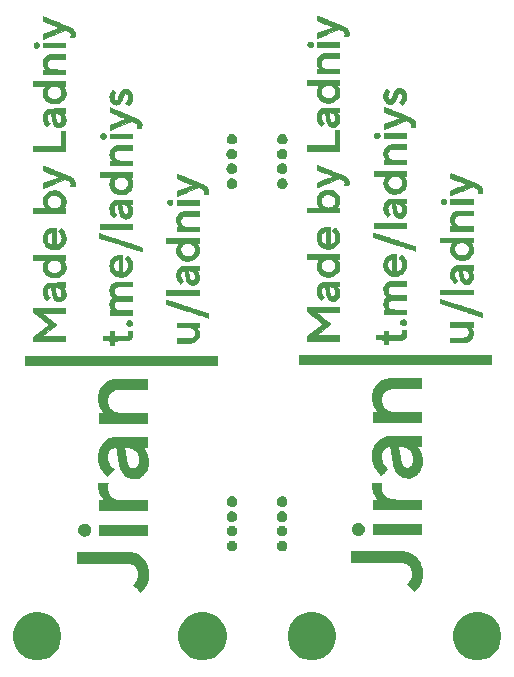
<source format=gts>
G04 #@! TF.GenerationSoftware,KiCad,Pcbnew,(5.1.5)-3*
G04 #@! TF.CreationDate,2020-03-09T16:33:39+08:00*
G04 #@! TF.ProjectId,cover,636f7665-722e-46b6-9963-61645f706362,rev?*
G04 #@! TF.SameCoordinates,Original*
G04 #@! TF.FileFunction,Soldermask,Top*
G04 #@! TF.FilePolarity,Negative*
%FSLAX46Y46*%
G04 Gerber Fmt 4.6, Leading zero omitted, Abs format (unit mm)*
G04 Created by KiCad (PCBNEW (5.1.5)-3) date 2020-03-09 16:33:39*
%MOMM*%
%LPD*%
G04 APERTURE LIST*
%ADD10C,0.010000*%
%ADD11C,0.100000*%
G04 APERTURE END LIST*
D10*
G36*
X243859481Y-93458318D02*
G01*
X243859481Y-93844307D01*
X243755923Y-93844307D01*
X243714309Y-93844789D01*
X243680679Y-93846094D01*
X243658832Y-93848015D01*
X243652365Y-93849985D01*
X243658204Y-93859320D01*
X243673529Y-93878401D01*
X243695053Y-93903142D01*
X243695588Y-93903737D01*
X243722826Y-93939611D01*
X243753309Y-93988878D01*
X243784750Y-94046936D01*
X243814861Y-94109180D01*
X243841355Y-94171008D01*
X243861943Y-94227815D01*
X243869554Y-94253833D01*
X243881489Y-94314099D01*
X243889554Y-94384809D01*
X243893360Y-94458698D01*
X243892515Y-94528507D01*
X243887280Y-94582970D01*
X243859161Y-94704546D01*
X243813818Y-94819362D01*
X243750978Y-94927936D01*
X243670370Y-95030786D01*
X243629574Y-95073989D01*
X243526569Y-95164491D01*
X243413839Y-95238904D01*
X243291818Y-95296977D01*
X243186134Y-95331954D01*
X243132410Y-95343015D01*
X243065629Y-95351431D01*
X242991406Y-95356952D01*
X242950825Y-95358219D01*
X242950825Y-94973053D01*
X243015991Y-94969805D01*
X243071762Y-94962670D01*
X243085730Y-94959746D01*
X243181978Y-94927614D01*
X243272505Y-94877852D01*
X243357689Y-94810229D01*
X243401554Y-94766255D01*
X243465427Y-94685084D01*
X243511224Y-94599292D01*
X243538812Y-94509360D01*
X243548052Y-94415767D01*
X243538809Y-94318993D01*
X243534448Y-94298056D01*
X243506146Y-94214304D01*
X243461409Y-94134068D01*
X243402591Y-94059603D01*
X243332045Y-93993165D01*
X243252123Y-93937008D01*
X243165178Y-93893387D01*
X243084986Y-93867227D01*
X242996548Y-93853105D01*
X242902036Y-93851313D01*
X242806956Y-93861274D01*
X242716813Y-93882413D01*
X242637268Y-93914076D01*
X242564007Y-93958698D01*
X242493911Y-94015359D01*
X242431255Y-94079861D01*
X242380314Y-94148008D01*
X242357021Y-94189165D01*
X242323236Y-94278524D01*
X242307164Y-94371647D01*
X242308778Y-94465991D01*
X242328050Y-94559013D01*
X242361867Y-94642241D01*
X242413756Y-94723951D01*
X242480522Y-94798291D01*
X242558825Y-94862653D01*
X242645327Y-94914430D01*
X242736687Y-94951016D01*
X242768244Y-94959526D01*
X242820021Y-94967909D01*
X242883191Y-94972420D01*
X242950825Y-94973053D01*
X242950825Y-95358219D01*
X242915361Y-95359328D01*
X242843111Y-95358309D01*
X242780273Y-95353645D01*
X242760288Y-95350906D01*
X242628842Y-95320484D01*
X242504007Y-95272757D01*
X242387010Y-95208460D01*
X242279077Y-95128331D01*
X242181435Y-95033105D01*
X242131641Y-94973372D01*
X242063884Y-94870720D01*
X242012333Y-94760043D01*
X241977306Y-94643420D01*
X241959120Y-94522929D01*
X241958093Y-94400649D01*
X241974543Y-94278658D01*
X242007681Y-94162064D01*
X242036940Y-94093660D01*
X242074831Y-94023001D01*
X242117218Y-93957164D01*
X242157165Y-93906333D01*
X242179330Y-93880752D01*
X242195495Y-93860739D01*
X242202479Y-93850251D01*
X242202550Y-93849859D01*
X242193415Y-93848835D01*
X242167129Y-93847872D01*
X242125367Y-93846988D01*
X242069807Y-93846200D01*
X242002125Y-93845525D01*
X241923999Y-93844982D01*
X241837105Y-93844587D01*
X241743120Y-93844359D01*
X241670638Y-93844307D01*
X241138725Y-93844307D01*
X241138725Y-93458318D01*
X243859481Y-93458318D01*
G37*
X243859481Y-93458318D02*
X243859481Y-93844307D01*
X243755923Y-93844307D01*
X243714309Y-93844789D01*
X243680679Y-93846094D01*
X243658832Y-93848015D01*
X243652365Y-93849985D01*
X243658204Y-93859320D01*
X243673529Y-93878401D01*
X243695053Y-93903142D01*
X243695588Y-93903737D01*
X243722826Y-93939611D01*
X243753309Y-93988878D01*
X243784750Y-94046936D01*
X243814861Y-94109180D01*
X243841355Y-94171008D01*
X243861943Y-94227815D01*
X243869554Y-94253833D01*
X243881489Y-94314099D01*
X243889554Y-94384809D01*
X243893360Y-94458698D01*
X243892515Y-94528507D01*
X243887280Y-94582970D01*
X243859161Y-94704546D01*
X243813818Y-94819362D01*
X243750978Y-94927936D01*
X243670370Y-95030786D01*
X243629574Y-95073989D01*
X243526569Y-95164491D01*
X243413839Y-95238904D01*
X243291818Y-95296977D01*
X243186134Y-95331954D01*
X243132410Y-95343015D01*
X243065629Y-95351431D01*
X242991406Y-95356952D01*
X242950825Y-95358219D01*
X242950825Y-94973053D01*
X243015991Y-94969805D01*
X243071762Y-94962670D01*
X243085730Y-94959746D01*
X243181978Y-94927614D01*
X243272505Y-94877852D01*
X243357689Y-94810229D01*
X243401554Y-94766255D01*
X243465427Y-94685084D01*
X243511224Y-94599292D01*
X243538812Y-94509360D01*
X243548052Y-94415767D01*
X243538809Y-94318993D01*
X243534448Y-94298056D01*
X243506146Y-94214304D01*
X243461409Y-94134068D01*
X243402591Y-94059603D01*
X243332045Y-93993165D01*
X243252123Y-93937008D01*
X243165178Y-93893387D01*
X243084986Y-93867227D01*
X242996548Y-93853105D01*
X242902036Y-93851313D01*
X242806956Y-93861274D01*
X242716813Y-93882413D01*
X242637268Y-93914076D01*
X242564007Y-93958698D01*
X242493911Y-94015359D01*
X242431255Y-94079861D01*
X242380314Y-94148008D01*
X242357021Y-94189165D01*
X242323236Y-94278524D01*
X242307164Y-94371647D01*
X242308778Y-94465991D01*
X242328050Y-94559013D01*
X242361867Y-94642241D01*
X242413756Y-94723951D01*
X242480522Y-94798291D01*
X242558825Y-94862653D01*
X242645327Y-94914430D01*
X242736687Y-94951016D01*
X242768244Y-94959526D01*
X242820021Y-94967909D01*
X242883191Y-94972420D01*
X242950825Y-94973053D01*
X242950825Y-95358219D01*
X242915361Y-95359328D01*
X242843111Y-95358309D01*
X242780273Y-95353645D01*
X242760288Y-95350906D01*
X242628842Y-95320484D01*
X242504007Y-95272757D01*
X242387010Y-95208460D01*
X242279077Y-95128331D01*
X242181435Y-95033105D01*
X242131641Y-94973372D01*
X242063884Y-94870720D01*
X242012333Y-94760043D01*
X241977306Y-94643420D01*
X241959120Y-94522929D01*
X241958093Y-94400649D01*
X241974543Y-94278658D01*
X242007681Y-94162064D01*
X242036940Y-94093660D01*
X242074831Y-94023001D01*
X242117218Y-93957164D01*
X242157165Y-93906333D01*
X242179330Y-93880752D01*
X242195495Y-93860739D01*
X242202479Y-93850251D01*
X242202550Y-93849859D01*
X242193415Y-93848835D01*
X242167129Y-93847872D01*
X242125367Y-93846988D01*
X242069807Y-93846200D01*
X242002125Y-93845525D01*
X241923999Y-93844982D01*
X241837105Y-93844587D01*
X241743120Y-93844359D01*
X241670638Y-93844307D01*
X241138725Y-93844307D01*
X241138725Y-93458318D01*
X243859481Y-93458318D01*
G36*
X239500623Y-117719178D02*
G01*
X239500623Y-118566472D01*
X235433610Y-118566472D01*
X235433610Y-117719178D01*
X239500623Y-117719178D01*
G37*
X239500623Y-117719178D02*
X239500623Y-118566472D01*
X235433610Y-118566472D01*
X235433610Y-117719178D01*
X239500623Y-117719178D01*
G36*
X235351919Y-111886969D02*
G01*
X235365183Y-111702481D01*
X235391932Y-111530049D01*
X235432635Y-111368127D01*
X235487757Y-111215168D01*
X235557767Y-111069625D01*
X235639263Y-110935672D01*
X235742631Y-110798263D01*
X235857570Y-110675647D01*
X235983626Y-110568127D01*
X236120344Y-110476007D01*
X236267272Y-110399592D01*
X236423955Y-110339187D01*
X236589940Y-110295095D01*
X236596286Y-110293774D01*
X236607907Y-110291657D01*
X236621885Y-110289731D01*
X236639142Y-110287985D01*
X236660601Y-110286407D01*
X236687183Y-110284985D01*
X236719810Y-110283707D01*
X236759405Y-110282563D01*
X236806889Y-110281540D01*
X236863184Y-110280627D01*
X236929213Y-110279813D01*
X237005897Y-110279085D01*
X237094159Y-110278433D01*
X237194920Y-110277844D01*
X237309102Y-110277307D01*
X237437628Y-110276811D01*
X237581420Y-110276344D01*
X237741399Y-110275894D01*
X237918487Y-110275449D01*
X238086112Y-110275061D01*
X239500623Y-110271875D01*
X239500623Y-111119696D01*
X239083952Y-111119696D01*
X239118496Y-111159708D01*
X239237136Y-111309596D01*
X239337416Y-111463211D01*
X239419482Y-111620803D01*
X239483478Y-111782621D01*
X239486863Y-111792825D01*
X239532388Y-111950283D01*
X239562986Y-112101437D01*
X239579205Y-112250709D01*
X239581595Y-112402520D01*
X239575654Y-112508801D01*
X239552656Y-112681036D01*
X239512738Y-112845969D01*
X239456133Y-113002910D01*
X239383074Y-113151168D01*
X239329942Y-113237932D01*
X239291723Y-113290279D01*
X239242989Y-113348865D01*
X239187356Y-113409993D01*
X239128436Y-113469968D01*
X239069845Y-113525093D01*
X239015196Y-113571672D01*
X238973418Y-113602537D01*
X238858154Y-113671438D01*
X238744247Y-113723038D01*
X238628545Y-113758320D01*
X238507898Y-113778264D01*
X238391040Y-113783911D01*
X238307532Y-113779388D01*
X238307532Y-112944705D01*
X238391803Y-112934725D01*
X238472947Y-112907794D01*
X238495208Y-112896909D01*
X238575455Y-112844095D01*
X238645791Y-112775922D01*
X238705579Y-112693415D01*
X238754182Y-112597602D01*
X238790961Y-112489509D01*
X238813026Y-112385133D01*
X238817373Y-112341174D01*
X238819363Y-112283393D01*
X238819176Y-112216624D01*
X238816993Y-112145702D01*
X238812996Y-112075462D01*
X238807365Y-112010737D01*
X238800282Y-111956364D01*
X238796140Y-111934040D01*
X238758323Y-111797126D01*
X238705996Y-111672156D01*
X238639084Y-111558985D01*
X238557513Y-111457470D01*
X238540356Y-111439493D01*
X238447156Y-111355152D01*
X238345913Y-111284568D01*
X238235378Y-111227265D01*
X238114304Y-111182767D01*
X237981442Y-111150599D01*
X237835546Y-111130284D01*
X237708223Y-111122234D01*
X237549218Y-111116856D01*
X237555108Y-111148873D01*
X237557560Y-111163376D01*
X237562731Y-111194882D01*
X237570364Y-111241802D01*
X237580204Y-111302547D01*
X237591994Y-111375527D01*
X237605477Y-111459155D01*
X237620396Y-111551840D01*
X237636495Y-111651994D01*
X237653518Y-111758027D01*
X237665042Y-111829877D01*
X237686793Y-111965200D01*
X237705964Y-112083336D01*
X237722874Y-112185703D01*
X237737842Y-112273718D01*
X237751189Y-112348800D01*
X237763232Y-112412364D01*
X237774292Y-112465829D01*
X237784687Y-112510612D01*
X237794738Y-112548131D01*
X237804764Y-112579803D01*
X237815084Y-112607046D01*
X237826017Y-112631276D01*
X237837882Y-112653913D01*
X237851000Y-112676372D01*
X237858521Y-112688611D01*
X237915699Y-112765337D01*
X237982850Y-112829399D01*
X238057793Y-112880080D01*
X238138344Y-112916668D01*
X238222318Y-112938448D01*
X238307532Y-112944705D01*
X238307532Y-113779388D01*
X238234347Y-113775424D01*
X238086064Y-113750101D01*
X237946091Y-113707899D01*
X237814329Y-113648776D01*
X237690676Y-113572693D01*
X237575034Y-113479606D01*
X237514943Y-113421285D01*
X237417426Y-113308515D01*
X237334133Y-113186100D01*
X237264329Y-113052658D01*
X237207281Y-112906807D01*
X237167073Y-112767213D01*
X237160883Y-112739205D01*
X237151868Y-112694328D01*
X237140336Y-112634278D01*
X237126597Y-112560752D01*
X237110958Y-112475448D01*
X237093727Y-112380062D01*
X237075213Y-112276292D01*
X237055724Y-112165834D01*
X237035568Y-112050385D01*
X237015053Y-111931642D01*
X237010617Y-111905797D01*
X236990664Y-111789497D01*
X236971554Y-111678256D01*
X236953534Y-111573515D01*
X236936855Y-111476716D01*
X236921765Y-111389298D01*
X236908513Y-111312704D01*
X236897349Y-111248373D01*
X236888521Y-111197748D01*
X236882279Y-111162267D01*
X236878872Y-111143374D01*
X236878380Y-111140879D01*
X236872662Y-111127582D01*
X236859709Y-111121347D01*
X236834007Y-111119704D01*
X236831070Y-111119696D01*
X236752848Y-111126848D01*
X236667512Y-111147481D01*
X236579694Y-111180367D01*
X236549215Y-111194550D01*
X236450703Y-111253150D01*
X236362370Y-111326765D01*
X236285354Y-111413893D01*
X236220795Y-111513032D01*
X236169832Y-111622678D01*
X236133604Y-111741331D01*
X236133193Y-111743109D01*
X236125252Y-111791506D01*
X236119780Y-111853692D01*
X236116779Y-111924789D01*
X236116248Y-111999919D01*
X236118186Y-112074206D01*
X236122595Y-112142772D01*
X236129474Y-112200739D01*
X236133189Y-112221179D01*
X236173879Y-112372898D01*
X236231687Y-112519181D01*
X236307329Y-112661748D01*
X236334612Y-112705616D01*
X236379526Y-112770846D01*
X236425192Y-112826586D01*
X236476526Y-112878106D01*
X236538445Y-112930679D01*
X236560959Y-112948324D01*
X236659259Y-113024209D01*
X236387767Y-113295822D01*
X236328744Y-113354623D01*
X236273635Y-113409048D01*
X236223900Y-113457691D01*
X236180994Y-113499147D01*
X236146378Y-113532013D01*
X236121508Y-113554884D01*
X236107844Y-113566354D01*
X236105830Y-113567436D01*
X236092582Y-113560719D01*
X236069111Y-113542021D01*
X236037605Y-113513517D01*
X236000253Y-113477383D01*
X235959246Y-113435796D01*
X235916771Y-113390931D01*
X235875017Y-113344963D01*
X235836175Y-113300071D01*
X235832784Y-113296022D01*
X235743301Y-113183965D01*
X235667593Y-113077769D01*
X235603385Y-112973450D01*
X235548403Y-112867021D01*
X235500373Y-112754499D01*
X235461408Y-112645327D01*
X235411696Y-112475072D01*
X235377107Y-112309876D01*
X235356905Y-112144645D01*
X235350354Y-111974286D01*
X235351919Y-111886969D01*
G37*
X235351919Y-111886969D02*
X235365183Y-111702481D01*
X235391932Y-111530049D01*
X235432635Y-111368127D01*
X235487757Y-111215168D01*
X235557767Y-111069625D01*
X235639263Y-110935672D01*
X235742631Y-110798263D01*
X235857570Y-110675647D01*
X235983626Y-110568127D01*
X236120344Y-110476007D01*
X236267272Y-110399592D01*
X236423955Y-110339187D01*
X236589940Y-110295095D01*
X236596286Y-110293774D01*
X236607907Y-110291657D01*
X236621885Y-110289731D01*
X236639142Y-110287985D01*
X236660601Y-110286407D01*
X236687183Y-110284985D01*
X236719810Y-110283707D01*
X236759405Y-110282563D01*
X236806889Y-110281540D01*
X236863184Y-110280627D01*
X236929213Y-110279813D01*
X237005897Y-110279085D01*
X237094159Y-110278433D01*
X237194920Y-110277844D01*
X237309102Y-110277307D01*
X237437628Y-110276811D01*
X237581420Y-110276344D01*
X237741399Y-110275894D01*
X237918487Y-110275449D01*
X238086112Y-110275061D01*
X239500623Y-110271875D01*
X239500623Y-111119696D01*
X239083952Y-111119696D01*
X239118496Y-111159708D01*
X239237136Y-111309596D01*
X239337416Y-111463211D01*
X239419482Y-111620803D01*
X239483478Y-111782621D01*
X239486863Y-111792825D01*
X239532388Y-111950283D01*
X239562986Y-112101437D01*
X239579205Y-112250709D01*
X239581595Y-112402520D01*
X239575654Y-112508801D01*
X239552656Y-112681036D01*
X239512738Y-112845969D01*
X239456133Y-113002910D01*
X239383074Y-113151168D01*
X239329942Y-113237932D01*
X239291723Y-113290279D01*
X239242989Y-113348865D01*
X239187356Y-113409993D01*
X239128436Y-113469968D01*
X239069845Y-113525093D01*
X239015196Y-113571672D01*
X238973418Y-113602537D01*
X238858154Y-113671438D01*
X238744247Y-113723038D01*
X238628545Y-113758320D01*
X238507898Y-113778264D01*
X238391040Y-113783911D01*
X238307532Y-113779388D01*
X238307532Y-112944705D01*
X238391803Y-112934725D01*
X238472947Y-112907794D01*
X238495208Y-112896909D01*
X238575455Y-112844095D01*
X238645791Y-112775922D01*
X238705579Y-112693415D01*
X238754182Y-112597602D01*
X238790961Y-112489509D01*
X238813026Y-112385133D01*
X238817373Y-112341174D01*
X238819363Y-112283393D01*
X238819176Y-112216624D01*
X238816993Y-112145702D01*
X238812996Y-112075462D01*
X238807365Y-112010737D01*
X238800282Y-111956364D01*
X238796140Y-111934040D01*
X238758323Y-111797126D01*
X238705996Y-111672156D01*
X238639084Y-111558985D01*
X238557513Y-111457470D01*
X238540356Y-111439493D01*
X238447156Y-111355152D01*
X238345913Y-111284568D01*
X238235378Y-111227265D01*
X238114304Y-111182767D01*
X237981442Y-111150599D01*
X237835546Y-111130284D01*
X237708223Y-111122234D01*
X237549218Y-111116856D01*
X237555108Y-111148873D01*
X237557560Y-111163376D01*
X237562731Y-111194882D01*
X237570364Y-111241802D01*
X237580204Y-111302547D01*
X237591994Y-111375527D01*
X237605477Y-111459155D01*
X237620396Y-111551840D01*
X237636495Y-111651994D01*
X237653518Y-111758027D01*
X237665042Y-111829877D01*
X237686793Y-111965200D01*
X237705964Y-112083336D01*
X237722874Y-112185703D01*
X237737842Y-112273718D01*
X237751189Y-112348800D01*
X237763232Y-112412364D01*
X237774292Y-112465829D01*
X237784687Y-112510612D01*
X237794738Y-112548131D01*
X237804764Y-112579803D01*
X237815084Y-112607046D01*
X237826017Y-112631276D01*
X237837882Y-112653913D01*
X237851000Y-112676372D01*
X237858521Y-112688611D01*
X237915699Y-112765337D01*
X237982850Y-112829399D01*
X238057793Y-112880080D01*
X238138344Y-112916668D01*
X238222318Y-112938448D01*
X238307532Y-112944705D01*
X238307532Y-113779388D01*
X238234347Y-113775424D01*
X238086064Y-113750101D01*
X237946091Y-113707899D01*
X237814329Y-113648776D01*
X237690676Y-113572693D01*
X237575034Y-113479606D01*
X237514943Y-113421285D01*
X237417426Y-113308515D01*
X237334133Y-113186100D01*
X237264329Y-113052658D01*
X237207281Y-112906807D01*
X237167073Y-112767213D01*
X237160883Y-112739205D01*
X237151868Y-112694328D01*
X237140336Y-112634278D01*
X237126597Y-112560752D01*
X237110958Y-112475448D01*
X237093727Y-112380062D01*
X237075213Y-112276292D01*
X237055724Y-112165834D01*
X237035568Y-112050385D01*
X237015053Y-111931642D01*
X237010617Y-111905797D01*
X236990664Y-111789497D01*
X236971554Y-111678256D01*
X236953534Y-111573515D01*
X236936855Y-111476716D01*
X236921765Y-111389298D01*
X236908513Y-111312704D01*
X236897349Y-111248373D01*
X236888521Y-111197748D01*
X236882279Y-111162267D01*
X236878872Y-111143374D01*
X236878380Y-111140879D01*
X236872662Y-111127582D01*
X236859709Y-111121347D01*
X236834007Y-111119704D01*
X236831070Y-111119696D01*
X236752848Y-111126848D01*
X236667512Y-111147481D01*
X236579694Y-111180367D01*
X236549215Y-111194550D01*
X236450703Y-111253150D01*
X236362370Y-111326765D01*
X236285354Y-111413893D01*
X236220795Y-111513032D01*
X236169832Y-111622678D01*
X236133604Y-111741331D01*
X236133193Y-111743109D01*
X236125252Y-111791506D01*
X236119780Y-111853692D01*
X236116779Y-111924789D01*
X236116248Y-111999919D01*
X236118186Y-112074206D01*
X236122595Y-112142772D01*
X236129474Y-112200739D01*
X236133189Y-112221179D01*
X236173879Y-112372898D01*
X236231687Y-112519181D01*
X236307329Y-112661748D01*
X236334612Y-112705616D01*
X236379526Y-112770846D01*
X236425192Y-112826586D01*
X236476526Y-112878106D01*
X236538445Y-112930679D01*
X236560959Y-112948324D01*
X236659259Y-113024209D01*
X236387767Y-113295822D01*
X236328744Y-113354623D01*
X236273635Y-113409048D01*
X236223900Y-113457691D01*
X236180994Y-113499147D01*
X236146378Y-113532013D01*
X236121508Y-113554884D01*
X236107844Y-113566354D01*
X236105830Y-113567436D01*
X236092582Y-113560719D01*
X236069111Y-113542021D01*
X236037605Y-113513517D01*
X236000253Y-113477383D01*
X235959246Y-113435796D01*
X235916771Y-113390931D01*
X235875017Y-113344963D01*
X235836175Y-113300071D01*
X235832784Y-113296022D01*
X235743301Y-113183965D01*
X235667593Y-113077769D01*
X235603385Y-112973450D01*
X235548403Y-112867021D01*
X235500373Y-112754499D01*
X235461408Y-112645327D01*
X235411696Y-112475072D01*
X235377107Y-112309876D01*
X235356905Y-112144645D01*
X235350354Y-111974286D01*
X235351919Y-111886969D01*
G36*
X236313377Y-90855484D02*
G01*
X236326134Y-90763868D01*
X236348881Y-90678407D01*
X236382833Y-90593554D01*
X236395031Y-90568103D01*
X236418791Y-90522096D01*
X236440598Y-90485729D01*
X236464621Y-90453288D01*
X236495030Y-90419062D01*
X236529561Y-90383747D01*
X236572115Y-90342640D01*
X236607811Y-90312083D01*
X236641846Y-90288166D01*
X236679417Y-90266976D01*
X236695137Y-90259100D01*
X236722121Y-90245809D01*
X236745952Y-90234273D01*
X236768120Y-90224363D01*
X236790110Y-90215947D01*
X236813412Y-90208897D01*
X236839513Y-90203081D01*
X236869900Y-90198371D01*
X236906061Y-90194635D01*
X236949484Y-90191743D01*
X237001656Y-90189566D01*
X237064066Y-90187973D01*
X237138200Y-90186835D01*
X237225547Y-90186020D01*
X237327594Y-90185400D01*
X237445829Y-90184843D01*
X237549493Y-90184373D01*
X238210853Y-90181282D01*
X238210853Y-90568103D01*
X238116709Y-90568103D01*
X238077189Y-90568536D01*
X238045838Y-90569703D01*
X238026642Y-90571409D01*
X238022565Y-90572762D01*
X238028061Y-90581765D01*
X238042646Y-90601500D01*
X238063467Y-90628143D01*
X238069440Y-90635593D01*
X238136500Y-90733605D01*
X238188156Y-90841235D01*
X238223547Y-90956140D01*
X238241810Y-91075977D01*
X238243714Y-91109430D01*
X238244588Y-91157539D01*
X238243920Y-91204071D01*
X238241877Y-91242541D01*
X238239869Y-91260280D01*
X238213735Y-91370307D01*
X238172713Y-91471465D01*
X238117849Y-91562275D01*
X238050187Y-91641260D01*
X237970772Y-91706942D01*
X237891724Y-91752692D01*
X237857792Y-91768117D01*
X237829458Y-91778207D01*
X237800417Y-91784354D01*
X237764363Y-91787948D01*
X237722147Y-91790089D01*
X237659297Y-91791021D01*
X237657628Y-91790911D01*
X237657628Y-91405983D01*
X237719538Y-91397179D01*
X237774503Y-91371077D01*
X237821827Y-91328141D01*
X237859326Y-91271701D01*
X237880870Y-91215417D01*
X237894275Y-91147095D01*
X237899113Y-91071874D01*
X237894954Y-90994893D01*
X237886637Y-90943529D01*
X237858980Y-90855180D01*
X237816119Y-90776715D01*
X237759216Y-90709639D01*
X237689430Y-90655451D01*
X237645501Y-90631460D01*
X237604689Y-90613807D01*
X237562741Y-90598430D01*
X237528167Y-90588421D01*
X237525634Y-90587874D01*
X237492031Y-90582062D01*
X237452643Y-90576963D01*
X237411700Y-90572893D01*
X237373429Y-90570168D01*
X237342061Y-90569102D01*
X237321824Y-90570010D01*
X237316487Y-90572291D01*
X237318083Y-90588837D01*
X237322563Y-90620943D01*
X237329465Y-90665935D01*
X237338329Y-90721140D01*
X237348691Y-90783883D01*
X237360091Y-90851492D01*
X237372068Y-90921292D01*
X237384158Y-90990611D01*
X237395901Y-91056775D01*
X237406835Y-91117110D01*
X237416499Y-91168942D01*
X237424430Y-91209599D01*
X237430168Y-91236406D01*
X237432804Y-91245938D01*
X237467735Y-91308013D01*
X237513322Y-91355882D01*
X237567963Y-91388403D01*
X237630057Y-91404438D01*
X237657628Y-91405983D01*
X237657628Y-91790911D01*
X237608733Y-91787677D01*
X237564309Y-91779628D01*
X237561143Y-91778845D01*
X237467175Y-91745702D01*
X237380695Y-91696219D01*
X237304271Y-91632227D01*
X237240468Y-91555560D01*
X237233111Y-91544569D01*
X237213787Y-91513381D01*
X237196768Y-91481886D01*
X237181492Y-91448048D01*
X237167400Y-91409831D01*
X237153930Y-91365196D01*
X237140523Y-91312107D01*
X237126618Y-91248528D01*
X237111654Y-91172421D01*
X237095072Y-91081749D01*
X237076403Y-90975019D01*
X237062512Y-90894586D01*
X237049437Y-90819158D01*
X237037565Y-90750946D01*
X237027282Y-90692160D01*
X237018976Y-90645014D01*
X237013033Y-90611717D01*
X237009841Y-90594481D01*
X237009650Y-90593542D01*
X237005111Y-90577745D01*
X236996613Y-90570947D01*
X236978561Y-90570830D01*
X236960247Y-90573080D01*
X236900542Y-90588528D01*
X236839855Y-90617086D01*
X236785386Y-90654909D01*
X236758114Y-90681080D01*
X236713851Y-90738867D01*
X236683365Y-90800087D01*
X236665248Y-90868771D01*
X236658092Y-90948951D01*
X236657849Y-90968214D01*
X236666178Y-91073500D01*
X236691503Y-91170722D01*
X236733934Y-91260147D01*
X236793583Y-91342043D01*
X236828060Y-91378461D01*
X236901070Y-91449790D01*
X236776891Y-91573713D01*
X236652712Y-91697637D01*
X236613888Y-91662429D01*
X236522755Y-91567424D01*
X236447195Y-91462229D01*
X236387644Y-91347849D01*
X236344537Y-91225291D01*
X236318309Y-91095561D01*
X236309396Y-90959664D01*
X236309395Y-90958799D01*
X236313377Y-90855484D01*
G37*
X236313377Y-90855484D02*
X236326134Y-90763868D01*
X236348881Y-90678407D01*
X236382833Y-90593554D01*
X236395031Y-90568103D01*
X236418791Y-90522096D01*
X236440598Y-90485729D01*
X236464621Y-90453288D01*
X236495030Y-90419062D01*
X236529561Y-90383747D01*
X236572115Y-90342640D01*
X236607811Y-90312083D01*
X236641846Y-90288166D01*
X236679417Y-90266976D01*
X236695137Y-90259100D01*
X236722121Y-90245809D01*
X236745952Y-90234273D01*
X236768120Y-90224363D01*
X236790110Y-90215947D01*
X236813412Y-90208897D01*
X236839513Y-90203081D01*
X236869900Y-90198371D01*
X236906061Y-90194635D01*
X236949484Y-90191743D01*
X237001656Y-90189566D01*
X237064066Y-90187973D01*
X237138200Y-90186835D01*
X237225547Y-90186020D01*
X237327594Y-90185400D01*
X237445829Y-90184843D01*
X237549493Y-90184373D01*
X238210853Y-90181282D01*
X238210853Y-90568103D01*
X238116709Y-90568103D01*
X238077189Y-90568536D01*
X238045838Y-90569703D01*
X238026642Y-90571409D01*
X238022565Y-90572762D01*
X238028061Y-90581765D01*
X238042646Y-90601500D01*
X238063467Y-90628143D01*
X238069440Y-90635593D01*
X238136500Y-90733605D01*
X238188156Y-90841235D01*
X238223547Y-90956140D01*
X238241810Y-91075977D01*
X238243714Y-91109430D01*
X238244588Y-91157539D01*
X238243920Y-91204071D01*
X238241877Y-91242541D01*
X238239869Y-91260280D01*
X238213735Y-91370307D01*
X238172713Y-91471465D01*
X238117849Y-91562275D01*
X238050187Y-91641260D01*
X237970772Y-91706942D01*
X237891724Y-91752692D01*
X237857792Y-91768117D01*
X237829458Y-91778207D01*
X237800417Y-91784354D01*
X237764363Y-91787948D01*
X237722147Y-91790089D01*
X237659297Y-91791021D01*
X237657628Y-91790911D01*
X237657628Y-91405983D01*
X237719538Y-91397179D01*
X237774503Y-91371077D01*
X237821827Y-91328141D01*
X237859326Y-91271701D01*
X237880870Y-91215417D01*
X237894275Y-91147095D01*
X237899113Y-91071874D01*
X237894954Y-90994893D01*
X237886637Y-90943529D01*
X237858980Y-90855180D01*
X237816119Y-90776715D01*
X237759216Y-90709639D01*
X237689430Y-90655451D01*
X237645501Y-90631460D01*
X237604689Y-90613807D01*
X237562741Y-90598430D01*
X237528167Y-90588421D01*
X237525634Y-90587874D01*
X237492031Y-90582062D01*
X237452643Y-90576963D01*
X237411700Y-90572893D01*
X237373429Y-90570168D01*
X237342061Y-90569102D01*
X237321824Y-90570010D01*
X237316487Y-90572291D01*
X237318083Y-90588837D01*
X237322563Y-90620943D01*
X237329465Y-90665935D01*
X237338329Y-90721140D01*
X237348691Y-90783883D01*
X237360091Y-90851492D01*
X237372068Y-90921292D01*
X237384158Y-90990611D01*
X237395901Y-91056775D01*
X237406835Y-91117110D01*
X237416499Y-91168942D01*
X237424430Y-91209599D01*
X237430168Y-91236406D01*
X237432804Y-91245938D01*
X237467735Y-91308013D01*
X237513322Y-91355882D01*
X237567963Y-91388403D01*
X237630057Y-91404438D01*
X237657628Y-91405983D01*
X237657628Y-91790911D01*
X237608733Y-91787677D01*
X237564309Y-91779628D01*
X237561143Y-91778845D01*
X237467175Y-91745702D01*
X237380695Y-91696219D01*
X237304271Y-91632227D01*
X237240468Y-91555560D01*
X237233111Y-91544569D01*
X237213787Y-91513381D01*
X237196768Y-91481886D01*
X237181492Y-91448048D01*
X237167400Y-91409831D01*
X237153930Y-91365196D01*
X237140523Y-91312107D01*
X237126618Y-91248528D01*
X237111654Y-91172421D01*
X237095072Y-91081749D01*
X237076403Y-90975019D01*
X237062512Y-90894586D01*
X237049437Y-90819158D01*
X237037565Y-90750946D01*
X237027282Y-90692160D01*
X237018976Y-90645014D01*
X237013033Y-90611717D01*
X237009841Y-90594481D01*
X237009650Y-90593542D01*
X237005111Y-90577745D01*
X236996613Y-90570947D01*
X236978561Y-90570830D01*
X236960247Y-90573080D01*
X236900542Y-90588528D01*
X236839855Y-90617086D01*
X236785386Y-90654909D01*
X236758114Y-90681080D01*
X236713851Y-90738867D01*
X236683365Y-90800087D01*
X236665248Y-90868771D01*
X236658092Y-90948951D01*
X236657849Y-90968214D01*
X236666178Y-91073500D01*
X236691503Y-91170722D01*
X236733934Y-91260147D01*
X236793583Y-91342043D01*
X236828060Y-91378461D01*
X236901070Y-91449790D01*
X236776891Y-91573713D01*
X236652712Y-91697637D01*
X236613888Y-91662429D01*
X236522755Y-91567424D01*
X236447195Y-91462229D01*
X236387644Y-91347849D01*
X236344537Y-91225291D01*
X236318309Y-91095561D01*
X236309396Y-90959664D01*
X236309395Y-90958799D01*
X236313377Y-90855484D01*
G36*
X230374160Y-90923573D02*
G01*
X230906852Y-90921142D01*
X230860636Y-90868330D01*
X230822025Y-90817045D01*
X230782704Y-90751861D01*
X230745128Y-90677439D01*
X230711752Y-90598440D01*
X230697104Y-90557788D01*
X230683434Y-90514682D01*
X230674188Y-90477097D01*
X230668270Y-90438459D01*
X230664585Y-90392191D01*
X230662740Y-90351572D01*
X230665721Y-90223995D01*
X230684980Y-90104941D01*
X230721040Y-89993027D01*
X230774424Y-89886875D01*
X230845654Y-89785104D01*
X230901948Y-89720461D01*
X231001723Y-89626507D01*
X231108442Y-89549922D01*
X231222714Y-89490429D01*
X231345150Y-89447751D01*
X231476359Y-89421612D01*
X231579408Y-89412756D01*
X231721185Y-89414705D01*
X231853941Y-89433048D01*
X231978360Y-89468044D01*
X232095126Y-89519952D01*
X232204923Y-89589032D01*
X232308436Y-89675544D01*
X232331168Y-89697676D01*
X232418114Y-89795082D01*
X232486992Y-89895884D01*
X232538467Y-90001563D01*
X232573203Y-90113596D01*
X232591862Y-90233464D01*
X232595036Y-90285671D01*
X232595913Y-90334512D01*
X232595285Y-90381581D01*
X232593312Y-90420681D01*
X232591052Y-90441009D01*
X232576563Y-90511715D01*
X232557237Y-90582123D01*
X232535404Y-90644014D01*
X232529746Y-90657375D01*
X232509846Y-90697367D01*
X232483574Y-90743262D01*
X232454089Y-90790174D01*
X232424553Y-90833213D01*
X232398125Y-90867490D01*
X232383930Y-90882929D01*
X232366083Y-90901682D01*
X232355967Y-90915520D01*
X232355108Y-90918196D01*
X232363888Y-90921271D01*
X232387694Y-90923757D01*
X232422728Y-90925371D01*
X232458666Y-90925849D01*
X232562224Y-90925849D01*
X232562224Y-91311839D01*
X231635744Y-91311839D01*
X231635744Y-90924893D01*
X231741211Y-90915065D01*
X231843196Y-90888242D01*
X231939622Y-90844908D01*
X232028414Y-90785547D01*
X232082000Y-90737652D01*
X232137417Y-90674237D01*
X232184358Y-90604623D01*
X232220026Y-90533587D01*
X232241622Y-90465910D01*
X232241907Y-90464544D01*
X232247650Y-90415407D01*
X232248039Y-90356072D01*
X232243570Y-90293981D01*
X232234739Y-90236570D01*
X232224043Y-90196641D01*
X232185603Y-90114271D01*
X232131311Y-90035713D01*
X232064129Y-89964058D01*
X231987020Y-89902401D01*
X231902948Y-89853833D01*
X231889941Y-89847877D01*
X231808596Y-89820116D01*
X231717266Y-89802987D01*
X231621865Y-89797039D01*
X231528310Y-89802821D01*
X231484278Y-89810239D01*
X231395999Y-89837153D01*
X231311116Y-89879025D01*
X231232082Y-89933518D01*
X231161355Y-89998293D01*
X231101387Y-90071010D01*
X231054635Y-90149332D01*
X231023554Y-90230920D01*
X231017897Y-90254498D01*
X231010959Y-90312249D01*
X231010903Y-90378611D01*
X231017212Y-90445713D01*
X231029371Y-90505686D01*
X231035692Y-90525738D01*
X231075596Y-90610275D01*
X231131406Y-90689540D01*
X231200390Y-90760952D01*
X231279821Y-90821928D01*
X231366967Y-90869888D01*
X231422664Y-90891621D01*
X231528870Y-90917240D01*
X231635744Y-90924893D01*
X231635744Y-91311839D01*
X229841468Y-91311839D01*
X229841468Y-90926005D01*
X230374160Y-90923573D01*
G37*
X230374160Y-90923573D02*
X230906852Y-90921142D01*
X230860636Y-90868330D01*
X230822025Y-90817045D01*
X230782704Y-90751861D01*
X230745128Y-90677439D01*
X230711752Y-90598440D01*
X230697104Y-90557788D01*
X230683434Y-90514682D01*
X230674188Y-90477097D01*
X230668270Y-90438459D01*
X230664585Y-90392191D01*
X230662740Y-90351572D01*
X230665721Y-90223995D01*
X230684980Y-90104941D01*
X230721040Y-89993027D01*
X230774424Y-89886875D01*
X230845654Y-89785104D01*
X230901948Y-89720461D01*
X231001723Y-89626507D01*
X231108442Y-89549922D01*
X231222714Y-89490429D01*
X231345150Y-89447751D01*
X231476359Y-89421612D01*
X231579408Y-89412756D01*
X231721185Y-89414705D01*
X231853941Y-89433048D01*
X231978360Y-89468044D01*
X232095126Y-89519952D01*
X232204923Y-89589032D01*
X232308436Y-89675544D01*
X232331168Y-89697676D01*
X232418114Y-89795082D01*
X232486992Y-89895884D01*
X232538467Y-90001563D01*
X232573203Y-90113596D01*
X232591862Y-90233464D01*
X232595036Y-90285671D01*
X232595913Y-90334512D01*
X232595285Y-90381581D01*
X232593312Y-90420681D01*
X232591052Y-90441009D01*
X232576563Y-90511715D01*
X232557237Y-90582123D01*
X232535404Y-90644014D01*
X232529746Y-90657375D01*
X232509846Y-90697367D01*
X232483574Y-90743262D01*
X232454089Y-90790174D01*
X232424553Y-90833213D01*
X232398125Y-90867490D01*
X232383930Y-90882929D01*
X232366083Y-90901682D01*
X232355967Y-90915520D01*
X232355108Y-90918196D01*
X232363888Y-90921271D01*
X232387694Y-90923757D01*
X232422728Y-90925371D01*
X232458666Y-90925849D01*
X232562224Y-90925849D01*
X232562224Y-91311839D01*
X231635744Y-91311839D01*
X231635744Y-90924893D01*
X231741211Y-90915065D01*
X231843196Y-90888242D01*
X231939622Y-90844908D01*
X232028414Y-90785547D01*
X232082000Y-90737652D01*
X232137417Y-90674237D01*
X232184358Y-90604623D01*
X232220026Y-90533587D01*
X232241622Y-90465910D01*
X232241907Y-90464544D01*
X232247650Y-90415407D01*
X232248039Y-90356072D01*
X232243570Y-90293981D01*
X232234739Y-90236570D01*
X232224043Y-90196641D01*
X232185603Y-90114271D01*
X232131311Y-90035713D01*
X232064129Y-89964058D01*
X231987020Y-89902401D01*
X231902948Y-89853833D01*
X231889941Y-89847877D01*
X231808596Y-89820116D01*
X231717266Y-89802987D01*
X231621865Y-89797039D01*
X231528310Y-89802821D01*
X231484278Y-89810239D01*
X231395999Y-89837153D01*
X231311116Y-89879025D01*
X231232082Y-89933518D01*
X231161355Y-89998293D01*
X231101387Y-90071010D01*
X231054635Y-90149332D01*
X231023554Y-90230920D01*
X231017897Y-90254498D01*
X231010959Y-90312249D01*
X231010903Y-90378611D01*
X231017212Y-90445713D01*
X231029371Y-90505686D01*
X231035692Y-90525738D01*
X231075596Y-90610275D01*
X231131406Y-90689540D01*
X231200390Y-90760952D01*
X231279821Y-90821928D01*
X231366967Y-90869888D01*
X231422664Y-90891621D01*
X231528870Y-90917240D01*
X231635744Y-90924893D01*
X231635744Y-91311839D01*
X229841468Y-91311839D01*
X229841468Y-90926005D01*
X230374160Y-90923573D01*
G36*
X230500390Y-101290852D02*
G01*
X230597627Y-101213729D01*
X230690536Y-101139939D01*
X230778068Y-101070318D01*
X230859180Y-101005702D01*
X230932823Y-100946930D01*
X230997952Y-100894838D01*
X231053520Y-100850262D01*
X231098481Y-100814040D01*
X231131789Y-100787008D01*
X231152398Y-100770004D01*
X231159265Y-100763877D01*
X231152048Y-100757470D01*
X231131108Y-100740220D01*
X231097493Y-100712964D01*
X231052250Y-100676540D01*
X230996424Y-100631784D01*
X230931064Y-100579533D01*
X230857214Y-100520624D01*
X230775923Y-100455893D01*
X230688237Y-100386178D01*
X230595203Y-100312315D01*
X230500343Y-100237103D01*
X229841468Y-99715035D01*
X229841468Y-99342306D01*
X232562224Y-99342306D01*
X232562224Y-99765867D01*
X231571361Y-99768263D01*
X230580497Y-99770660D01*
X231197139Y-100263897D01*
X231291035Y-100339049D01*
X231380629Y-100410849D01*
X231464841Y-100478425D01*
X231542588Y-100540905D01*
X231612791Y-100597419D01*
X231674369Y-100647094D01*
X231726240Y-100689059D01*
X231767324Y-100722442D01*
X231796540Y-100746373D01*
X231812808Y-100759978D01*
X231815922Y-100762859D01*
X231809059Y-100769455D01*
X231788521Y-100786883D01*
X231755384Y-100814273D01*
X231710725Y-100850755D01*
X231655621Y-100895460D01*
X231591147Y-100947517D01*
X231518379Y-101006058D01*
X231438395Y-101070212D01*
X231352270Y-101139110D01*
X231261080Y-101211882D01*
X231203015Y-101258132D01*
X230587967Y-101747680D01*
X231575096Y-101750077D01*
X232562224Y-101752474D01*
X232562224Y-102185449D01*
X229841468Y-102185449D01*
X229841468Y-101813120D01*
X230500390Y-101290852D01*
G37*
X230500390Y-101290852D02*
X230597627Y-101213729D01*
X230690536Y-101139939D01*
X230778068Y-101070318D01*
X230859180Y-101005702D01*
X230932823Y-100946930D01*
X230997952Y-100894838D01*
X231053520Y-100850262D01*
X231098481Y-100814040D01*
X231131789Y-100787008D01*
X231152398Y-100770004D01*
X231159265Y-100763877D01*
X231152048Y-100757470D01*
X231131108Y-100740220D01*
X231097493Y-100712964D01*
X231052250Y-100676540D01*
X230996424Y-100631784D01*
X230931064Y-100579533D01*
X230857214Y-100520624D01*
X230775923Y-100455893D01*
X230688237Y-100386178D01*
X230595203Y-100312315D01*
X230500343Y-100237103D01*
X229841468Y-99715035D01*
X229841468Y-99342306D01*
X232562224Y-99342306D01*
X232562224Y-99765867D01*
X231571361Y-99768263D01*
X230580497Y-99770660D01*
X231197139Y-100263897D01*
X231291035Y-100339049D01*
X231380629Y-100410849D01*
X231464841Y-100478425D01*
X231542588Y-100540905D01*
X231612791Y-100597419D01*
X231674369Y-100647094D01*
X231726240Y-100689059D01*
X231767324Y-100722442D01*
X231796540Y-100746373D01*
X231812808Y-100759978D01*
X231815922Y-100762859D01*
X231809059Y-100769455D01*
X231788521Y-100786883D01*
X231755384Y-100814273D01*
X231710725Y-100850755D01*
X231655621Y-100895460D01*
X231591147Y-100947517D01*
X231518379Y-101006058D01*
X231438395Y-101070212D01*
X231352270Y-101139110D01*
X231261080Y-101211882D01*
X231203015Y-101258132D01*
X230587967Y-101747680D01*
X231575096Y-101750077D01*
X232562224Y-101752474D01*
X232562224Y-102185449D01*
X229841468Y-102185449D01*
X229841468Y-101813120D01*
X230500390Y-101290852D01*
G36*
X236315307Y-86242322D02*
G01*
X236318867Y-86181105D01*
X236326069Y-86129085D01*
X236337838Y-86081488D01*
X236355098Y-86033541D01*
X236378774Y-85980472D01*
X236380401Y-85977056D01*
X236435287Y-85883684D01*
X236505559Y-85799678D01*
X236589593Y-85726335D01*
X236685766Y-85664946D01*
X236792454Y-85616805D01*
X236859889Y-85595080D01*
X236875089Y-85590981D01*
X236889935Y-85587449D01*
X236905907Y-85584434D01*
X236924486Y-85581886D01*
X236947155Y-85579756D01*
X236975393Y-85577994D01*
X237010682Y-85576552D01*
X237054504Y-85575379D01*
X237108338Y-85574427D01*
X237173668Y-85573645D01*
X237251973Y-85572984D01*
X237344735Y-85572396D01*
X237453435Y-85571829D01*
X237573029Y-85571266D01*
X238210853Y-85568323D01*
X238210853Y-85955056D01*
X237629139Y-85955056D01*
X237505998Y-85955119D01*
X237400246Y-85955329D01*
X237310444Y-85955718D01*
X237235154Y-85956318D01*
X237172935Y-85957161D01*
X237122349Y-85958278D01*
X237081956Y-85959701D01*
X237050318Y-85961462D01*
X237025996Y-85963593D01*
X237007549Y-85966126D01*
X236993540Y-85969091D01*
X236993510Y-85969099D01*
X236906152Y-86000816D01*
X236829921Y-86046725D01*
X236766049Y-86105253D01*
X236715767Y-86174828D01*
X236680309Y-86253877D01*
X236660906Y-86340826D01*
X236657480Y-86398060D01*
X236663259Y-86490043D01*
X236681379Y-86570104D01*
X236713014Y-86641479D01*
X236759338Y-86707407D01*
X236776835Y-86727212D01*
X236831628Y-86778286D01*
X236892842Y-86818464D01*
X236965707Y-86850983D01*
X236991690Y-86860084D01*
X237005498Y-86864581D01*
X237018778Y-86868423D01*
X237033079Y-86871670D01*
X237049950Y-86874384D01*
X237070939Y-86876623D01*
X237097595Y-86878448D01*
X237131468Y-86879919D01*
X237174105Y-86881095D01*
X237227055Y-86882038D01*
X237291868Y-86882806D01*
X237370092Y-86883461D01*
X237463276Y-86884061D01*
X237572969Y-86884668D01*
X237634222Y-86884990D01*
X238210853Y-86888016D01*
X238210853Y-87273069D01*
X236346805Y-87273069D01*
X236346805Y-86887080D01*
X236535411Y-86887080D01*
X236488817Y-86827791D01*
X236428523Y-86739327D01*
X236376753Y-86639787D01*
X236341067Y-86548162D01*
X236331013Y-86516094D01*
X236323892Y-86488270D01*
X236319192Y-86460255D01*
X236316402Y-86427615D01*
X236315010Y-86385915D01*
X236314504Y-86330720D01*
X236314464Y-86317510D01*
X236315307Y-86242322D01*
G37*
X236315307Y-86242322D02*
X236318867Y-86181105D01*
X236326069Y-86129085D01*
X236337838Y-86081488D01*
X236355098Y-86033541D01*
X236378774Y-85980472D01*
X236380401Y-85977056D01*
X236435287Y-85883684D01*
X236505559Y-85799678D01*
X236589593Y-85726335D01*
X236685766Y-85664946D01*
X236792454Y-85616805D01*
X236859889Y-85595080D01*
X236875089Y-85590981D01*
X236889935Y-85587449D01*
X236905907Y-85584434D01*
X236924486Y-85581886D01*
X236947155Y-85579756D01*
X236975393Y-85577994D01*
X237010682Y-85576552D01*
X237054504Y-85575379D01*
X237108338Y-85574427D01*
X237173668Y-85573645D01*
X237251973Y-85572984D01*
X237344735Y-85572396D01*
X237453435Y-85571829D01*
X237573029Y-85571266D01*
X238210853Y-85568323D01*
X238210853Y-85955056D01*
X237629139Y-85955056D01*
X237505998Y-85955119D01*
X237400246Y-85955329D01*
X237310444Y-85955718D01*
X237235154Y-85956318D01*
X237172935Y-85957161D01*
X237122349Y-85958278D01*
X237081956Y-85959701D01*
X237050318Y-85961462D01*
X237025996Y-85963593D01*
X237007549Y-85966126D01*
X236993540Y-85969091D01*
X236993510Y-85969099D01*
X236906152Y-86000816D01*
X236829921Y-86046725D01*
X236766049Y-86105253D01*
X236715767Y-86174828D01*
X236680309Y-86253877D01*
X236660906Y-86340826D01*
X236657480Y-86398060D01*
X236663259Y-86490043D01*
X236681379Y-86570104D01*
X236713014Y-86641479D01*
X236759338Y-86707407D01*
X236776835Y-86727212D01*
X236831628Y-86778286D01*
X236892842Y-86818464D01*
X236965707Y-86850983D01*
X236991690Y-86860084D01*
X237005498Y-86864581D01*
X237018778Y-86868423D01*
X237033079Y-86871670D01*
X237049950Y-86874384D01*
X237070939Y-86876623D01*
X237097595Y-86878448D01*
X237131468Y-86879919D01*
X237174105Y-86881095D01*
X237227055Y-86882038D01*
X237291868Y-86882806D01*
X237370092Y-86883461D01*
X237463276Y-86884061D01*
X237572969Y-86884668D01*
X237634222Y-86884990D01*
X238210853Y-86888016D01*
X238210853Y-87273069D01*
X236346805Y-87273069D01*
X236346805Y-86887080D01*
X236535411Y-86887080D01*
X236488817Y-86827791D01*
X236428523Y-86739327D01*
X236376753Y-86639787D01*
X236341067Y-86548162D01*
X236331013Y-86516094D01*
X236323892Y-86488270D01*
X236319192Y-86460255D01*
X236316402Y-86427615D01*
X236315010Y-86385915D01*
X236314504Y-86330720D01*
X236314464Y-86317510D01*
X236315307Y-86242322D01*
G36*
X235353013Y-106879105D02*
G01*
X235371218Y-106702990D01*
X235406083Y-106534364D01*
X235457307Y-106373838D01*
X235524586Y-106222024D01*
X235607618Y-106079530D01*
X235706102Y-105946970D01*
X235819733Y-105824952D01*
X235948211Y-105714089D01*
X236057656Y-105636324D01*
X236179522Y-105564916D01*
X236310459Y-105504051D01*
X236452647Y-105452923D01*
X236608263Y-105410721D01*
X236737502Y-105384003D01*
X236753427Y-105381136D01*
X236768868Y-105378546D01*
X236784821Y-105376215D01*
X236802281Y-105374129D01*
X236822242Y-105372271D01*
X236845701Y-105370623D01*
X236873652Y-105369171D01*
X236907090Y-105367897D01*
X236947012Y-105366785D01*
X236994411Y-105365820D01*
X237050284Y-105364984D01*
X237115625Y-105364261D01*
X237191430Y-105363636D01*
X237278693Y-105363091D01*
X237378411Y-105362611D01*
X237491578Y-105362178D01*
X237619189Y-105361778D01*
X237762240Y-105361393D01*
X237921726Y-105361007D01*
X238098642Y-105360604D01*
X238175549Y-105360433D01*
X239500623Y-105357476D01*
X239500623Y-106205390D01*
X238249550Y-106205390D01*
X238067622Y-106205411D01*
X237903546Y-106205482D01*
X237756346Y-106205613D01*
X237625045Y-106205815D01*
X237508667Y-106206100D01*
X237406235Y-106206476D01*
X237316774Y-106206956D01*
X237239305Y-106207549D01*
X237172854Y-106208267D01*
X237116443Y-106209120D01*
X237069096Y-106210118D01*
X237029836Y-106211274D01*
X236997688Y-106212596D01*
X236971674Y-106214097D01*
X236950819Y-106215785D01*
X236934145Y-106217674D01*
X236920676Y-106219772D01*
X236919769Y-106219937D01*
X236786332Y-106252894D01*
X236663893Y-106300751D01*
X236550983Y-106364299D01*
X236446131Y-106444329D01*
X236373574Y-106513884D01*
X236324103Y-106567805D01*
X236285127Y-106616146D01*
X236252400Y-106665044D01*
X236221676Y-106720634D01*
X236200287Y-106764277D01*
X236159898Y-106864237D01*
X236132661Y-106967582D01*
X236117275Y-107079690D01*
X236114627Y-107118585D01*
X236115237Y-107266645D01*
X236133041Y-107408507D01*
X236167883Y-107543358D01*
X236219609Y-107670382D01*
X236219685Y-107670538D01*
X236260424Y-107746072D01*
X236305471Y-107813050D01*
X236359034Y-107877061D01*
X236425322Y-107943697D01*
X236425391Y-107943762D01*
X236516277Y-108019368D01*
X236616458Y-108083028D01*
X236727703Y-108135550D01*
X236851784Y-108177740D01*
X236990471Y-108210403D01*
X237024641Y-108216657D01*
X237039472Y-108218969D01*
X237056738Y-108221058D01*
X237077463Y-108222938D01*
X237102669Y-108224626D01*
X237133381Y-108226136D01*
X237170621Y-108227485D01*
X237215413Y-108228687D01*
X237268780Y-108229759D01*
X237331747Y-108230715D01*
X237405335Y-108231572D01*
X237490569Y-108232344D01*
X237588472Y-108233047D01*
X237700068Y-108233698D01*
X237826379Y-108234310D01*
X237968429Y-108234900D01*
X238127243Y-108235484D01*
X238303842Y-108236076D01*
X238307350Y-108236087D01*
X239500623Y-108239947D01*
X239500623Y-109076776D01*
X235433610Y-109076776D01*
X235433610Y-108238896D01*
X235640727Y-108238896D01*
X235700894Y-108238647D01*
X235754190Y-108237951D01*
X235797927Y-108236883D01*
X235829420Y-108235515D01*
X235845979Y-108233924D01*
X235847843Y-108233155D01*
X235841935Y-108223925D01*
X235826329Y-108204813D01*
X235804198Y-108179678D01*
X235800420Y-108175526D01*
X235758041Y-108125457D01*
X235710562Y-108063047D01*
X235661245Y-107992826D01*
X235613355Y-107919324D01*
X235598512Y-107895271D01*
X235517390Y-107744114D01*
X235451495Y-107583285D01*
X235401500Y-107415064D01*
X235368080Y-107241726D01*
X235351911Y-107065550D01*
X235351771Y-107062098D01*
X235353013Y-106879105D01*
G37*
X235353013Y-106879105D02*
X235371218Y-106702990D01*
X235406083Y-106534364D01*
X235457307Y-106373838D01*
X235524586Y-106222024D01*
X235607618Y-106079530D01*
X235706102Y-105946970D01*
X235819733Y-105824952D01*
X235948211Y-105714089D01*
X236057656Y-105636324D01*
X236179522Y-105564916D01*
X236310459Y-105504051D01*
X236452647Y-105452923D01*
X236608263Y-105410721D01*
X236737502Y-105384003D01*
X236753427Y-105381136D01*
X236768868Y-105378546D01*
X236784821Y-105376215D01*
X236802281Y-105374129D01*
X236822242Y-105372271D01*
X236845701Y-105370623D01*
X236873652Y-105369171D01*
X236907090Y-105367897D01*
X236947012Y-105366785D01*
X236994411Y-105365820D01*
X237050284Y-105364984D01*
X237115625Y-105364261D01*
X237191430Y-105363636D01*
X237278693Y-105363091D01*
X237378411Y-105362611D01*
X237491578Y-105362178D01*
X237619189Y-105361778D01*
X237762240Y-105361393D01*
X237921726Y-105361007D01*
X238098642Y-105360604D01*
X238175549Y-105360433D01*
X239500623Y-105357476D01*
X239500623Y-106205390D01*
X238249550Y-106205390D01*
X238067622Y-106205411D01*
X237903546Y-106205482D01*
X237756346Y-106205613D01*
X237625045Y-106205815D01*
X237508667Y-106206100D01*
X237406235Y-106206476D01*
X237316774Y-106206956D01*
X237239305Y-106207549D01*
X237172854Y-106208267D01*
X237116443Y-106209120D01*
X237069096Y-106210118D01*
X237029836Y-106211274D01*
X236997688Y-106212596D01*
X236971674Y-106214097D01*
X236950819Y-106215785D01*
X236934145Y-106217674D01*
X236920676Y-106219772D01*
X236919769Y-106219937D01*
X236786332Y-106252894D01*
X236663893Y-106300751D01*
X236550983Y-106364299D01*
X236446131Y-106444329D01*
X236373574Y-106513884D01*
X236324103Y-106567805D01*
X236285127Y-106616146D01*
X236252400Y-106665044D01*
X236221676Y-106720634D01*
X236200287Y-106764277D01*
X236159898Y-106864237D01*
X236132661Y-106967582D01*
X236117275Y-107079690D01*
X236114627Y-107118585D01*
X236115237Y-107266645D01*
X236133041Y-107408507D01*
X236167883Y-107543358D01*
X236219609Y-107670382D01*
X236219685Y-107670538D01*
X236260424Y-107746072D01*
X236305471Y-107813050D01*
X236359034Y-107877061D01*
X236425322Y-107943697D01*
X236425391Y-107943762D01*
X236516277Y-108019368D01*
X236616458Y-108083028D01*
X236727703Y-108135550D01*
X236851784Y-108177740D01*
X236990471Y-108210403D01*
X237024641Y-108216657D01*
X237039472Y-108218969D01*
X237056738Y-108221058D01*
X237077463Y-108222938D01*
X237102669Y-108224626D01*
X237133381Y-108226136D01*
X237170621Y-108227485D01*
X237215413Y-108228687D01*
X237268780Y-108229759D01*
X237331747Y-108230715D01*
X237405335Y-108231572D01*
X237490569Y-108232344D01*
X237588472Y-108233047D01*
X237700068Y-108233698D01*
X237826379Y-108234310D01*
X237968429Y-108234900D01*
X238127243Y-108235484D01*
X238303842Y-108236076D01*
X238307350Y-108236087D01*
X239500623Y-108239947D01*
X239500623Y-109076776D01*
X235433610Y-109076776D01*
X235433610Y-108238896D01*
X235640727Y-108238896D01*
X235700894Y-108238647D01*
X235754190Y-108237951D01*
X235797927Y-108236883D01*
X235829420Y-108235515D01*
X235845979Y-108233924D01*
X235847843Y-108233155D01*
X235841935Y-108223925D01*
X235826329Y-108204813D01*
X235804198Y-108179678D01*
X235800420Y-108175526D01*
X235758041Y-108125457D01*
X235710562Y-108063047D01*
X235661245Y-107992826D01*
X235613355Y-107919324D01*
X235598512Y-107895271D01*
X235517390Y-107744114D01*
X235451495Y-107583285D01*
X235401500Y-107415064D01*
X235368080Y-107241726D01*
X235351911Y-107065550D01*
X235351771Y-107062098D01*
X235353013Y-106879105D01*
G36*
X241122250Y-98669753D02*
G01*
X241140454Y-98675534D01*
X241174981Y-98686652D01*
X241224789Y-98702768D01*
X241288839Y-98723542D01*
X241366089Y-98748633D01*
X241455498Y-98777704D01*
X241556026Y-98810412D01*
X241666632Y-98846420D01*
X241786275Y-98885388D01*
X241913914Y-98926975D01*
X242048508Y-98970842D01*
X242189017Y-99016649D01*
X242334399Y-99064056D01*
X242483615Y-99112725D01*
X242635622Y-99162314D01*
X242789380Y-99212485D01*
X242943849Y-99262897D01*
X243097988Y-99313211D01*
X243250755Y-99363088D01*
X243401110Y-99412187D01*
X243548012Y-99460168D01*
X243690421Y-99506693D01*
X243827294Y-99551421D01*
X243957593Y-99594013D01*
X244080275Y-99634129D01*
X244194300Y-99671429D01*
X244298628Y-99705574D01*
X244392216Y-99736223D01*
X244474025Y-99763037D01*
X244543014Y-99785677D01*
X244598142Y-99803803D01*
X244638367Y-99817074D01*
X244662650Y-99825152D01*
X244670006Y-99827695D01*
X244672734Y-99838361D01*
X244675101Y-99864765D01*
X244676956Y-99903817D01*
X244678149Y-99952429D01*
X244678533Y-100002966D01*
X244678533Y-100172966D01*
X244657350Y-100168579D01*
X244646403Y-100165256D01*
X244618426Y-100156363D01*
X244574285Y-100142181D01*
X244514845Y-100122993D01*
X244440974Y-100099079D01*
X244353536Y-100070721D01*
X244253399Y-100038202D01*
X244141427Y-100001803D01*
X244018488Y-99961805D01*
X243885446Y-99918491D01*
X243743169Y-99872141D01*
X243592523Y-99823038D01*
X243434372Y-99771463D01*
X243269584Y-99717699D01*
X243099025Y-99662026D01*
X242923559Y-99604726D01*
X242868618Y-99586779D01*
X241101068Y-99009367D01*
X241101068Y-98663202D01*
X241122250Y-98669753D01*
G37*
X241122250Y-98669753D02*
X241140454Y-98675534D01*
X241174981Y-98686652D01*
X241224789Y-98702768D01*
X241288839Y-98723542D01*
X241366089Y-98748633D01*
X241455498Y-98777704D01*
X241556026Y-98810412D01*
X241666632Y-98846420D01*
X241786275Y-98885388D01*
X241913914Y-98926975D01*
X242048508Y-98970842D01*
X242189017Y-99016649D01*
X242334399Y-99064056D01*
X242483615Y-99112725D01*
X242635622Y-99162314D01*
X242789380Y-99212485D01*
X242943849Y-99262897D01*
X243097988Y-99313211D01*
X243250755Y-99363088D01*
X243401110Y-99412187D01*
X243548012Y-99460168D01*
X243690421Y-99506693D01*
X243827294Y-99551421D01*
X243957593Y-99594013D01*
X244080275Y-99634129D01*
X244194300Y-99671429D01*
X244298628Y-99705574D01*
X244392216Y-99736223D01*
X244474025Y-99763037D01*
X244543014Y-99785677D01*
X244598142Y-99803803D01*
X244638367Y-99817074D01*
X244662650Y-99825152D01*
X244670006Y-99827695D01*
X244672734Y-99838361D01*
X244675101Y-99864765D01*
X244676956Y-99903817D01*
X244678149Y-99952429D01*
X244678533Y-100002966D01*
X244678533Y-100172966D01*
X244657350Y-100168579D01*
X244646403Y-100165256D01*
X244618426Y-100156363D01*
X244574285Y-100142181D01*
X244514845Y-100122993D01*
X244440974Y-100099079D01*
X244353536Y-100070721D01*
X244253399Y-100038202D01*
X244141427Y-100001803D01*
X244018488Y-99961805D01*
X243885446Y-99918491D01*
X243743169Y-99872141D01*
X243592523Y-99823038D01*
X243434372Y-99771463D01*
X243269584Y-99717699D01*
X243099025Y-99662026D01*
X242923559Y-99604726D01*
X242868618Y-99586779D01*
X241101068Y-99009367D01*
X241101068Y-98663202D01*
X241122250Y-98669753D01*
G36*
X236310765Y-98996250D02*
G01*
X236324954Y-98894900D01*
X236352024Y-98798482D01*
X236376341Y-98740824D01*
X236397254Y-98706423D01*
X236428837Y-98664490D01*
X236467176Y-98619399D01*
X236508354Y-98575524D01*
X236548455Y-98537240D01*
X236583564Y-98508920D01*
X236584576Y-98508217D01*
X236610523Y-98490304D01*
X236541737Y-98419090D01*
X236461915Y-98325966D01*
X236399701Y-98229355D01*
X236354412Y-98127428D01*
X236325364Y-98018358D01*
X236311872Y-97900317D01*
X236311589Y-97803821D01*
X236320901Y-97697769D01*
X236340826Y-97604976D01*
X236372613Y-97522367D01*
X236417512Y-97446866D01*
X236476772Y-97375395D01*
X236491959Y-97359809D01*
X236573736Y-97290195D01*
X236664955Y-97236055D01*
X236759170Y-97198746D01*
X236790095Y-97189240D01*
X236819815Y-97181019D01*
X236849909Y-97173989D01*
X236881960Y-97168059D01*
X236917547Y-97163135D01*
X236958251Y-97159124D01*
X237005653Y-97155935D01*
X237061333Y-97153474D01*
X237126872Y-97151648D01*
X237203851Y-97150366D01*
X237293849Y-97149533D01*
X237398448Y-97149059D01*
X237519228Y-97148849D01*
X237610686Y-97148811D01*
X238210853Y-97148755D01*
X238210853Y-97534745D01*
X237624808Y-97534908D01*
X237496908Y-97534985D01*
X237386307Y-97535215D01*
X237291474Y-97535707D01*
X237210877Y-97536574D01*
X237142987Y-97537926D01*
X237086272Y-97539874D01*
X237039202Y-97542529D01*
X237000246Y-97546003D01*
X236967874Y-97550406D01*
X236940555Y-97555849D01*
X236916758Y-97562444D01*
X236894954Y-97570302D01*
X236873610Y-97579533D01*
X236851197Y-97590249D01*
X236849321Y-97591170D01*
X236784977Y-97632916D01*
X236730325Y-97689074D01*
X236688488Y-97756408D01*
X236687241Y-97759041D01*
X236676160Y-97784494D01*
X236668910Y-97807679D01*
X236664697Y-97833736D01*
X236662725Y-97867801D01*
X236662199Y-97915013D01*
X236662195Y-97920900D01*
X236662495Y-97968641D01*
X236664025Y-98002800D01*
X236667723Y-98028623D01*
X236674524Y-98051353D01*
X236685365Y-98076237D01*
X236692566Y-98091071D01*
X236737110Y-98160859D01*
X236797256Y-98222649D01*
X236870877Y-98274790D01*
X236955848Y-98315629D01*
X237001698Y-98331228D01*
X237014806Y-98334691D01*
X237030075Y-98337668D01*
X237049023Y-98340208D01*
X237073163Y-98342359D01*
X237104014Y-98344169D01*
X237143092Y-98345686D01*
X237191912Y-98346959D01*
X237251991Y-98348036D01*
X237324845Y-98348965D01*
X237411991Y-98349793D01*
X237514944Y-98350571D01*
X237634222Y-98351339D01*
X238210853Y-98354853D01*
X238210853Y-98738899D01*
X237596564Y-98741871D01*
X237473891Y-98742477D01*
X237368563Y-98743054D01*
X237279096Y-98743655D01*
X237204007Y-98744331D01*
X237141811Y-98745135D01*
X237091025Y-98746118D01*
X237050166Y-98747334D01*
X237017749Y-98748833D01*
X236992291Y-98750669D01*
X236972308Y-98752893D01*
X236956317Y-98755558D01*
X236942833Y-98758715D01*
X236930374Y-98762417D01*
X236920683Y-98765625D01*
X236838865Y-98801881D01*
X236771024Y-98850740D01*
X236717108Y-98912247D01*
X236683691Y-98971188D01*
X236674072Y-98994936D01*
X236667810Y-99019164D01*
X236664223Y-99048820D01*
X236662627Y-99088855D01*
X236662328Y-99125940D01*
X236662561Y-99173613D01*
X236664032Y-99207710D01*
X236667682Y-99233485D01*
X236674448Y-99256190D01*
X236685272Y-99281075D01*
X236692892Y-99296775D01*
X236727898Y-99352530D01*
X236775668Y-99407316D01*
X236830674Y-99455697D01*
X236887390Y-99492239D01*
X236896030Y-99496518D01*
X236919866Y-99507761D01*
X236941361Y-99517413D01*
X236962108Y-99525605D01*
X236983699Y-99532466D01*
X237007726Y-99538125D01*
X237035783Y-99542712D01*
X237069462Y-99546356D01*
X237110355Y-99549188D01*
X237160055Y-99551336D01*
X237220154Y-99552930D01*
X237292246Y-99554100D01*
X237377922Y-99554976D01*
X237478775Y-99555686D01*
X237596398Y-99556361D01*
X237634222Y-99556570D01*
X238210853Y-99559773D01*
X238210853Y-99944826D01*
X236346805Y-99944826D01*
X236346805Y-99558837D01*
X236537121Y-99558837D01*
X236485493Y-99503072D01*
X236449857Y-99457941D01*
X236413295Y-99400237D01*
X236378842Y-99335795D01*
X236349530Y-99270451D01*
X236328393Y-99210039D01*
X236323612Y-99191676D01*
X236310102Y-99097014D01*
X236310765Y-98996250D01*
G37*
X236310765Y-98996250D02*
X236324954Y-98894900D01*
X236352024Y-98798482D01*
X236376341Y-98740824D01*
X236397254Y-98706423D01*
X236428837Y-98664490D01*
X236467176Y-98619399D01*
X236508354Y-98575524D01*
X236548455Y-98537240D01*
X236583564Y-98508920D01*
X236584576Y-98508217D01*
X236610523Y-98490304D01*
X236541737Y-98419090D01*
X236461915Y-98325966D01*
X236399701Y-98229355D01*
X236354412Y-98127428D01*
X236325364Y-98018358D01*
X236311872Y-97900317D01*
X236311589Y-97803821D01*
X236320901Y-97697769D01*
X236340826Y-97604976D01*
X236372613Y-97522367D01*
X236417512Y-97446866D01*
X236476772Y-97375395D01*
X236491959Y-97359809D01*
X236573736Y-97290195D01*
X236664955Y-97236055D01*
X236759170Y-97198746D01*
X236790095Y-97189240D01*
X236819815Y-97181019D01*
X236849909Y-97173989D01*
X236881960Y-97168059D01*
X236917547Y-97163135D01*
X236958251Y-97159124D01*
X237005653Y-97155935D01*
X237061333Y-97153474D01*
X237126872Y-97151648D01*
X237203851Y-97150366D01*
X237293849Y-97149533D01*
X237398448Y-97149059D01*
X237519228Y-97148849D01*
X237610686Y-97148811D01*
X238210853Y-97148755D01*
X238210853Y-97534745D01*
X237624808Y-97534908D01*
X237496908Y-97534985D01*
X237386307Y-97535215D01*
X237291474Y-97535707D01*
X237210877Y-97536574D01*
X237142987Y-97537926D01*
X237086272Y-97539874D01*
X237039202Y-97542529D01*
X237000246Y-97546003D01*
X236967874Y-97550406D01*
X236940555Y-97555849D01*
X236916758Y-97562444D01*
X236894954Y-97570302D01*
X236873610Y-97579533D01*
X236851197Y-97590249D01*
X236849321Y-97591170D01*
X236784977Y-97632916D01*
X236730325Y-97689074D01*
X236688488Y-97756408D01*
X236687241Y-97759041D01*
X236676160Y-97784494D01*
X236668910Y-97807679D01*
X236664697Y-97833736D01*
X236662725Y-97867801D01*
X236662199Y-97915013D01*
X236662195Y-97920900D01*
X236662495Y-97968641D01*
X236664025Y-98002800D01*
X236667723Y-98028623D01*
X236674524Y-98051353D01*
X236685365Y-98076237D01*
X236692566Y-98091071D01*
X236737110Y-98160859D01*
X236797256Y-98222649D01*
X236870877Y-98274790D01*
X236955848Y-98315629D01*
X237001698Y-98331228D01*
X237014806Y-98334691D01*
X237030075Y-98337668D01*
X237049023Y-98340208D01*
X237073163Y-98342359D01*
X237104014Y-98344169D01*
X237143092Y-98345686D01*
X237191912Y-98346959D01*
X237251991Y-98348036D01*
X237324845Y-98348965D01*
X237411991Y-98349793D01*
X237514944Y-98350571D01*
X237634222Y-98351339D01*
X238210853Y-98354853D01*
X238210853Y-98738899D01*
X237596564Y-98741871D01*
X237473891Y-98742477D01*
X237368563Y-98743054D01*
X237279096Y-98743655D01*
X237204007Y-98744331D01*
X237141811Y-98745135D01*
X237091025Y-98746118D01*
X237050166Y-98747334D01*
X237017749Y-98748833D01*
X236992291Y-98750669D01*
X236972308Y-98752893D01*
X236956317Y-98755558D01*
X236942833Y-98758715D01*
X236930374Y-98762417D01*
X236920683Y-98765625D01*
X236838865Y-98801881D01*
X236771024Y-98850740D01*
X236717108Y-98912247D01*
X236683691Y-98971188D01*
X236674072Y-98994936D01*
X236667810Y-99019164D01*
X236664223Y-99048820D01*
X236662627Y-99088855D01*
X236662328Y-99125940D01*
X236662561Y-99173613D01*
X236664032Y-99207710D01*
X236667682Y-99233485D01*
X236674448Y-99256190D01*
X236685272Y-99281075D01*
X236692892Y-99296775D01*
X236727898Y-99352530D01*
X236775668Y-99407316D01*
X236830674Y-99455697D01*
X236887390Y-99492239D01*
X236896030Y-99496518D01*
X236919866Y-99507761D01*
X236941361Y-99517413D01*
X236962108Y-99525605D01*
X236983699Y-99532466D01*
X237007726Y-99538125D01*
X237035783Y-99542712D01*
X237069462Y-99546356D01*
X237110355Y-99549188D01*
X237160055Y-99551336D01*
X237220154Y-99552930D01*
X237292246Y-99554100D01*
X237377922Y-99554976D01*
X237478775Y-99555686D01*
X237596398Y-99556361D01*
X237634222Y-99556570D01*
X238210853Y-99559773D01*
X238210853Y-99944826D01*
X236346805Y-99944826D01*
X236346805Y-99558837D01*
X236537121Y-99558837D01*
X236485493Y-99503072D01*
X236449857Y-99457941D01*
X236413295Y-99400237D01*
X236378842Y-99335795D01*
X236349530Y-99270451D01*
X236328393Y-99210039D01*
X236323612Y-99191676D01*
X236310102Y-99097014D01*
X236310765Y-98996250D01*
G36*
X236346954Y-82529183D02*
G01*
X236347371Y-82476789D01*
X236348010Y-82434029D01*
X236348825Y-82403627D01*
X236349773Y-82388306D01*
X236350153Y-82387006D01*
X236360387Y-82390510D01*
X236386752Y-82400675D01*
X236427973Y-82416978D01*
X236482775Y-82438897D01*
X236549883Y-82465911D01*
X236628024Y-82497497D01*
X236715922Y-82533133D01*
X236812303Y-82572297D01*
X236915893Y-82614467D01*
X237025417Y-82659121D01*
X237139600Y-82705736D01*
X237257167Y-82753792D01*
X237376845Y-82802765D01*
X237497359Y-82852133D01*
X237617433Y-82901375D01*
X237735795Y-82949969D01*
X237851168Y-82997391D01*
X237962278Y-83043121D01*
X238067851Y-83086636D01*
X238166613Y-83127415D01*
X238257288Y-83164934D01*
X238338602Y-83198672D01*
X238409281Y-83228107D01*
X238468050Y-83252716D01*
X238513634Y-83271979D01*
X238544759Y-83285372D01*
X238558664Y-83291640D01*
X238670212Y-83349185D01*
X238764154Y-83406540D01*
X238841658Y-83464950D01*
X238903892Y-83525665D01*
X238952025Y-83589932D01*
X238987223Y-83658999D01*
X239010655Y-83734114D01*
X239019790Y-83784297D01*
X239024482Y-83819031D01*
X239027224Y-83845455D01*
X239028027Y-83869229D01*
X239026905Y-83896017D01*
X239023871Y-83931480D01*
X239020203Y-83968622D01*
X239014961Y-84010991D01*
X239008146Y-84052946D01*
X239001573Y-84083948D01*
X238990011Y-84128666D01*
X238815956Y-84128666D01*
X238754005Y-84128480D01*
X238708598Y-84127798D01*
X238677451Y-84126435D01*
X238658280Y-84124208D01*
X238648804Y-84120932D01*
X238646739Y-84116423D01*
X238647134Y-84115027D01*
X238651459Y-84099705D01*
X238658182Y-84071457D01*
X238665999Y-84035814D01*
X238667651Y-84027944D01*
X238677549Y-83956801D01*
X238674633Y-83894274D01*
X238658281Y-83834630D01*
X238642920Y-83800147D01*
X238619549Y-83759719D01*
X238591291Y-83724243D01*
X238555755Y-83692002D01*
X238510550Y-83661275D01*
X238453283Y-83630346D01*
X238381562Y-83597494D01*
X238331888Y-83576674D01*
X238211769Y-83527554D01*
X237314591Y-83892826D01*
X237190243Y-83943456D01*
X237070325Y-83992292D01*
X236956048Y-84038838D01*
X236848625Y-84082601D01*
X236749267Y-84123087D01*
X236659187Y-84159801D01*
X236579596Y-84192251D01*
X236511708Y-84219941D01*
X236456732Y-84242377D01*
X236415883Y-84259066D01*
X236390371Y-84269513D01*
X236382109Y-84272923D01*
X236346805Y-84287750D01*
X236346936Y-84083467D01*
X236347066Y-83879185D01*
X237017710Y-83611872D01*
X237124532Y-83569251D01*
X237226286Y-83528568D01*
X237321613Y-83490372D01*
X237409159Y-83455209D01*
X237487566Y-83423628D01*
X237555477Y-83396176D01*
X237611536Y-83373401D01*
X237654386Y-83355849D01*
X237682671Y-83344069D01*
X237695033Y-83338608D01*
X237695444Y-83338356D01*
X237688055Y-83333973D01*
X237664478Y-83323186D01*
X237626026Y-83306537D01*
X237574011Y-83284568D01*
X237509745Y-83257823D01*
X237434542Y-83226844D01*
X237349714Y-83192172D01*
X237256572Y-83154352D01*
X237156430Y-83113926D01*
X237050600Y-83071435D01*
X237024669Y-83061059D01*
X236346805Y-82789964D01*
X236346805Y-82588485D01*
X236346954Y-82529183D01*
G37*
X236346954Y-82529183D02*
X236347371Y-82476789D01*
X236348010Y-82434029D01*
X236348825Y-82403627D01*
X236349773Y-82388306D01*
X236350153Y-82387006D01*
X236360387Y-82390510D01*
X236386752Y-82400675D01*
X236427973Y-82416978D01*
X236482775Y-82438897D01*
X236549883Y-82465911D01*
X236628024Y-82497497D01*
X236715922Y-82533133D01*
X236812303Y-82572297D01*
X236915893Y-82614467D01*
X237025417Y-82659121D01*
X237139600Y-82705736D01*
X237257167Y-82753792D01*
X237376845Y-82802765D01*
X237497359Y-82852133D01*
X237617433Y-82901375D01*
X237735795Y-82949969D01*
X237851168Y-82997391D01*
X237962278Y-83043121D01*
X238067851Y-83086636D01*
X238166613Y-83127415D01*
X238257288Y-83164934D01*
X238338602Y-83198672D01*
X238409281Y-83228107D01*
X238468050Y-83252716D01*
X238513634Y-83271979D01*
X238544759Y-83285372D01*
X238558664Y-83291640D01*
X238670212Y-83349185D01*
X238764154Y-83406540D01*
X238841658Y-83464950D01*
X238903892Y-83525665D01*
X238952025Y-83589932D01*
X238987223Y-83658999D01*
X239010655Y-83734114D01*
X239019790Y-83784297D01*
X239024482Y-83819031D01*
X239027224Y-83845455D01*
X239028027Y-83869229D01*
X239026905Y-83896017D01*
X239023871Y-83931480D01*
X239020203Y-83968622D01*
X239014961Y-84010991D01*
X239008146Y-84052946D01*
X239001573Y-84083948D01*
X238990011Y-84128666D01*
X238815956Y-84128666D01*
X238754005Y-84128480D01*
X238708598Y-84127798D01*
X238677451Y-84126435D01*
X238658280Y-84124208D01*
X238648804Y-84120932D01*
X238646739Y-84116423D01*
X238647134Y-84115027D01*
X238651459Y-84099705D01*
X238658182Y-84071457D01*
X238665999Y-84035814D01*
X238667651Y-84027944D01*
X238677549Y-83956801D01*
X238674633Y-83894274D01*
X238658281Y-83834630D01*
X238642920Y-83800147D01*
X238619549Y-83759719D01*
X238591291Y-83724243D01*
X238555755Y-83692002D01*
X238510550Y-83661275D01*
X238453283Y-83630346D01*
X238381562Y-83597494D01*
X238331888Y-83576674D01*
X238211769Y-83527554D01*
X237314591Y-83892826D01*
X237190243Y-83943456D01*
X237070325Y-83992292D01*
X236956048Y-84038838D01*
X236848625Y-84082601D01*
X236749267Y-84123087D01*
X236659187Y-84159801D01*
X236579596Y-84192251D01*
X236511708Y-84219941D01*
X236456732Y-84242377D01*
X236415883Y-84259066D01*
X236390371Y-84269513D01*
X236382109Y-84272923D01*
X236346805Y-84287750D01*
X236346936Y-84083467D01*
X236347066Y-83879185D01*
X237017710Y-83611872D01*
X237124532Y-83569251D01*
X237226286Y-83528568D01*
X237321613Y-83490372D01*
X237409159Y-83455209D01*
X237487566Y-83423628D01*
X237555477Y-83396176D01*
X237611536Y-83373401D01*
X237654386Y-83355849D01*
X237682671Y-83344069D01*
X237695033Y-83338608D01*
X237695444Y-83338356D01*
X237688055Y-83333973D01*
X237664478Y-83323186D01*
X237626026Y-83306537D01*
X237574011Y-83284568D01*
X237509745Y-83257823D01*
X237434542Y-83226844D01*
X237349714Y-83192172D01*
X237256572Y-83154352D01*
X237156430Y-83113926D01*
X237050600Y-83071435D01*
X237024669Y-83061059D01*
X236346805Y-82789964D01*
X236346805Y-82588485D01*
X236346954Y-82529183D01*
G36*
X238210853Y-92262691D02*
G01*
X238210853Y-92648681D01*
X235490097Y-92648681D01*
X235490097Y-92262691D01*
X238210853Y-92262691D01*
G37*
X238210853Y-92262691D02*
X238210853Y-92648681D01*
X235490097Y-92648681D01*
X235490097Y-92262691D01*
X238210853Y-92262691D01*
G36*
X233659506Y-118077575D02*
G01*
X233678337Y-117984264D01*
X233712992Y-117898461D01*
X233762454Y-117821773D01*
X233825708Y-117755811D01*
X233901737Y-117702184D01*
X233980225Y-117665803D01*
X234052181Y-117646613D01*
X234132776Y-117636880D01*
X234214109Y-117637066D01*
X234288277Y-117647633D01*
X234288793Y-117647754D01*
X234377302Y-117677855D01*
X234457762Y-117723512D01*
X234528154Y-117782727D01*
X234586463Y-117853501D01*
X234630669Y-117933838D01*
X234656549Y-118011900D01*
X234665299Y-118066167D01*
X234669280Y-118129212D01*
X234668316Y-118192350D01*
X234662230Y-118246893D01*
X234661424Y-118251090D01*
X234635774Y-118336131D01*
X234595214Y-118415784D01*
X234542073Y-118487206D01*
X234478678Y-118547551D01*
X234407356Y-118593974D01*
X234365730Y-118612491D01*
X234268506Y-118640014D01*
X234172961Y-118650273D01*
X234080717Y-118644266D01*
X233993395Y-118622991D01*
X233912620Y-118587446D01*
X233840011Y-118538629D01*
X233777193Y-118477539D01*
X233725787Y-118405173D01*
X233687416Y-118322530D01*
X233663702Y-118230607D01*
X233657516Y-118176783D01*
X233659506Y-118077575D01*
G37*
X233659506Y-118077575D02*
X233678337Y-117984264D01*
X233712992Y-117898461D01*
X233762454Y-117821773D01*
X233825708Y-117755811D01*
X233901737Y-117702184D01*
X233980225Y-117665803D01*
X234052181Y-117646613D01*
X234132776Y-117636880D01*
X234214109Y-117637066D01*
X234288277Y-117647633D01*
X234288793Y-117647754D01*
X234377302Y-117677855D01*
X234457762Y-117723512D01*
X234528154Y-117782727D01*
X234586463Y-117853501D01*
X234630669Y-117933838D01*
X234656549Y-118011900D01*
X234665299Y-118066167D01*
X234669280Y-118129212D01*
X234668316Y-118192350D01*
X234662230Y-118246893D01*
X234661424Y-118251090D01*
X234635774Y-118336131D01*
X234595214Y-118415784D01*
X234542073Y-118487206D01*
X234478678Y-118547551D01*
X234407356Y-118593974D01*
X234365730Y-118612491D01*
X234268506Y-118640014D01*
X234172961Y-118650273D01*
X234080717Y-118644266D01*
X233993395Y-118622991D01*
X233912620Y-118587446D01*
X233840011Y-118538629D01*
X233777193Y-118477539D01*
X233725787Y-118405173D01*
X233687416Y-118322530D01*
X233663702Y-118230607D01*
X233657516Y-118176783D01*
X233659506Y-118077575D01*
G36*
X232562224Y-94879889D02*
G01*
X232562224Y-95265879D01*
X232458666Y-95265879D01*
X232417052Y-95266360D01*
X232383422Y-95267665D01*
X232361575Y-95269586D01*
X232355108Y-95271556D01*
X232360947Y-95280891D01*
X232376272Y-95299973D01*
X232397796Y-95324713D01*
X232398331Y-95325308D01*
X232425569Y-95361182D01*
X232456052Y-95410450D01*
X232487493Y-95468507D01*
X232517604Y-95530752D01*
X232544098Y-95592579D01*
X232564686Y-95649386D01*
X232572297Y-95675404D01*
X232584231Y-95735671D01*
X232592297Y-95806380D01*
X232596103Y-95880270D01*
X232595258Y-95950078D01*
X232590023Y-96004541D01*
X232561904Y-96126117D01*
X232516560Y-96240933D01*
X232453721Y-96349508D01*
X232373113Y-96452358D01*
X232332317Y-96495561D01*
X232229312Y-96586062D01*
X232116582Y-96660476D01*
X231994561Y-96718548D01*
X231888877Y-96753525D01*
X231835153Y-96764586D01*
X231768371Y-96773002D01*
X231694149Y-96778523D01*
X231653568Y-96779790D01*
X231653568Y-96394625D01*
X231718734Y-96391377D01*
X231774504Y-96384241D01*
X231788472Y-96381318D01*
X231884721Y-96349185D01*
X231975248Y-96299423D01*
X232060432Y-96231801D01*
X232104297Y-96187826D01*
X232168169Y-96106656D01*
X232213967Y-96020864D01*
X232241554Y-95930931D01*
X232250795Y-95837338D01*
X232241551Y-95740565D01*
X232237191Y-95719628D01*
X232208888Y-95635875D01*
X232164152Y-95555639D01*
X232105334Y-95481175D01*
X232034788Y-95414736D01*
X231954866Y-95358579D01*
X231867920Y-95314959D01*
X231787729Y-95288798D01*
X231699291Y-95274676D01*
X231604779Y-95272884D01*
X231509699Y-95282846D01*
X231419556Y-95303985D01*
X231340011Y-95335647D01*
X231266750Y-95380269D01*
X231196654Y-95436930D01*
X231133997Y-95501432D01*
X231083057Y-95569579D01*
X231059764Y-95610737D01*
X231025979Y-95700095D01*
X231009907Y-95793219D01*
X231011520Y-95887563D01*
X231030793Y-95980584D01*
X231064610Y-96063813D01*
X231116499Y-96145523D01*
X231183265Y-96219862D01*
X231261568Y-96284225D01*
X231348069Y-96336002D01*
X231439430Y-96372587D01*
X231470986Y-96381098D01*
X231522764Y-96389481D01*
X231585934Y-96393991D01*
X231653568Y-96394625D01*
X231653568Y-96779790D01*
X231618104Y-96780899D01*
X231545854Y-96779880D01*
X231483015Y-96775216D01*
X231463031Y-96772478D01*
X231331585Y-96742056D01*
X231206750Y-96694328D01*
X231089753Y-96630032D01*
X230981820Y-96549902D01*
X230884178Y-96454677D01*
X230834383Y-96394944D01*
X230766626Y-96292292D01*
X230715075Y-96181615D01*
X230680048Y-96064992D01*
X230661863Y-95944501D01*
X230660836Y-95822221D01*
X230677286Y-95700230D01*
X230710423Y-95583635D01*
X230739682Y-95515231D01*
X230777574Y-95444572D01*
X230819961Y-95378735D01*
X230859907Y-95327905D01*
X230882073Y-95302323D01*
X230898238Y-95282311D01*
X230905222Y-95271823D01*
X230905293Y-95271431D01*
X230896158Y-95270407D01*
X230869871Y-95269444D01*
X230828110Y-95268559D01*
X230772549Y-95267771D01*
X230704868Y-95267097D01*
X230626742Y-95266554D01*
X230539847Y-95266159D01*
X230445862Y-95265931D01*
X230373381Y-95265879D01*
X229841468Y-95265879D01*
X229841468Y-94879889D01*
X232562224Y-94879889D01*
G37*
X232562224Y-94879889D02*
X232562224Y-95265879D01*
X232458666Y-95265879D01*
X232417052Y-95266360D01*
X232383422Y-95267665D01*
X232361575Y-95269586D01*
X232355108Y-95271556D01*
X232360947Y-95280891D01*
X232376272Y-95299973D01*
X232397796Y-95324713D01*
X232398331Y-95325308D01*
X232425569Y-95361182D01*
X232456052Y-95410450D01*
X232487493Y-95468507D01*
X232517604Y-95530752D01*
X232544098Y-95592579D01*
X232564686Y-95649386D01*
X232572297Y-95675404D01*
X232584231Y-95735671D01*
X232592297Y-95806380D01*
X232596103Y-95880270D01*
X232595258Y-95950078D01*
X232590023Y-96004541D01*
X232561904Y-96126117D01*
X232516560Y-96240933D01*
X232453721Y-96349508D01*
X232373113Y-96452358D01*
X232332317Y-96495561D01*
X232229312Y-96586062D01*
X232116582Y-96660476D01*
X231994561Y-96718548D01*
X231888877Y-96753525D01*
X231835153Y-96764586D01*
X231768371Y-96773002D01*
X231694149Y-96778523D01*
X231653568Y-96779790D01*
X231653568Y-96394625D01*
X231718734Y-96391377D01*
X231774504Y-96384241D01*
X231788472Y-96381318D01*
X231884721Y-96349185D01*
X231975248Y-96299423D01*
X232060432Y-96231801D01*
X232104297Y-96187826D01*
X232168169Y-96106656D01*
X232213967Y-96020864D01*
X232241554Y-95930931D01*
X232250795Y-95837338D01*
X232241551Y-95740565D01*
X232237191Y-95719628D01*
X232208888Y-95635875D01*
X232164152Y-95555639D01*
X232105334Y-95481175D01*
X232034788Y-95414736D01*
X231954866Y-95358579D01*
X231867920Y-95314959D01*
X231787729Y-95288798D01*
X231699291Y-95274676D01*
X231604779Y-95272884D01*
X231509699Y-95282846D01*
X231419556Y-95303985D01*
X231340011Y-95335647D01*
X231266750Y-95380269D01*
X231196654Y-95436930D01*
X231133997Y-95501432D01*
X231083057Y-95569579D01*
X231059764Y-95610737D01*
X231025979Y-95700095D01*
X231009907Y-95793219D01*
X231011520Y-95887563D01*
X231030793Y-95980584D01*
X231064610Y-96063813D01*
X231116499Y-96145523D01*
X231183265Y-96219862D01*
X231261568Y-96284225D01*
X231348069Y-96336002D01*
X231439430Y-96372587D01*
X231470986Y-96381098D01*
X231522764Y-96389481D01*
X231585934Y-96393991D01*
X231653568Y-96394625D01*
X231653568Y-96779790D01*
X231618104Y-96780899D01*
X231545854Y-96779880D01*
X231483015Y-96775216D01*
X231463031Y-96772478D01*
X231331585Y-96742056D01*
X231206750Y-96694328D01*
X231089753Y-96630032D01*
X230981820Y-96549902D01*
X230884178Y-96454677D01*
X230834383Y-96394944D01*
X230766626Y-96292292D01*
X230715075Y-96181615D01*
X230680048Y-96064992D01*
X230661863Y-95944501D01*
X230660836Y-95822221D01*
X230677286Y-95700230D01*
X230710423Y-95583635D01*
X230739682Y-95515231D01*
X230777574Y-95444572D01*
X230819961Y-95378735D01*
X230859907Y-95327905D01*
X230882073Y-95302323D01*
X230898238Y-95282311D01*
X230905222Y-95271823D01*
X230905293Y-95271431D01*
X230896158Y-95270407D01*
X230869871Y-95269444D01*
X230828110Y-95268559D01*
X230772549Y-95267771D01*
X230704868Y-95267097D01*
X230626742Y-95266554D01*
X230539847Y-95266159D01*
X230445862Y-95265931D01*
X230373381Y-95265879D01*
X229841468Y-95265879D01*
X229841468Y-94879889D01*
X232562224Y-94879889D01*
G36*
X242567358Y-101931121D02*
G01*
X242692714Y-101931060D01*
X242800794Y-101930858D01*
X242893149Y-101930395D01*
X242971333Y-101929548D01*
X243036898Y-101928195D01*
X243091396Y-101926215D01*
X243136379Y-101923484D01*
X243173399Y-101919882D01*
X243204010Y-101915286D01*
X243229764Y-101909574D01*
X243252212Y-101902623D01*
X243272907Y-101894313D01*
X243293401Y-101884521D01*
X243315248Y-101873124D01*
X243317014Y-101872185D01*
X243355421Y-101848205D01*
X243395699Y-101817587D01*
X243421449Y-101794367D01*
X243476516Y-101726657D01*
X243515926Y-101651492D01*
X243540075Y-101571257D01*
X243549359Y-101488337D01*
X243544175Y-101405114D01*
X243524919Y-101323975D01*
X243491987Y-101247303D01*
X243445776Y-101177482D01*
X243386683Y-101116896D01*
X243315102Y-101067931D01*
X243299326Y-101059744D01*
X243274745Y-101047844D01*
X243251766Y-101037625D01*
X243228791Y-101028959D01*
X243204223Y-101021718D01*
X243176462Y-101015773D01*
X243143911Y-101010995D01*
X243104972Y-101007257D01*
X243058046Y-101004429D01*
X243001536Y-101002383D01*
X242933843Y-101000991D01*
X242853369Y-101000125D01*
X242758517Y-100999655D01*
X242647687Y-100999454D01*
X242548529Y-100999400D01*
X241995434Y-100999237D01*
X241995434Y-100613247D01*
X243859481Y-100613247D01*
X243859481Y-100999237D01*
X243671270Y-100999237D01*
X243718900Y-101058077D01*
X243761396Y-101118467D01*
X243802082Y-101190592D01*
X243837475Y-101267434D01*
X243864092Y-101341974D01*
X243869553Y-101361691D01*
X243883159Y-101432315D01*
X243891200Y-101512146D01*
X243893398Y-101593913D01*
X243889479Y-101670344D01*
X243883040Y-101716288D01*
X243852267Y-101832185D01*
X243806295Y-101937138D01*
X243745574Y-102030671D01*
X243670557Y-102112305D01*
X243581693Y-102181566D01*
X243479435Y-102237976D01*
X243364234Y-102281059D01*
X243342348Y-102287310D01*
X243252254Y-102311910D01*
X241995434Y-102318232D01*
X241995434Y-101931261D01*
X242567358Y-101931121D01*
G37*
X242567358Y-101931121D02*
X242692714Y-101931060D01*
X242800794Y-101930858D01*
X242893149Y-101930395D01*
X242971333Y-101929548D01*
X243036898Y-101928195D01*
X243091396Y-101926215D01*
X243136379Y-101923484D01*
X243173399Y-101919882D01*
X243204010Y-101915286D01*
X243229764Y-101909574D01*
X243252212Y-101902623D01*
X243272907Y-101894313D01*
X243293401Y-101884521D01*
X243315248Y-101873124D01*
X243317014Y-101872185D01*
X243355421Y-101848205D01*
X243395699Y-101817587D01*
X243421449Y-101794367D01*
X243476516Y-101726657D01*
X243515926Y-101651492D01*
X243540075Y-101571257D01*
X243549359Y-101488337D01*
X243544175Y-101405114D01*
X243524919Y-101323975D01*
X243491987Y-101247303D01*
X243445776Y-101177482D01*
X243386683Y-101116896D01*
X243315102Y-101067931D01*
X243299326Y-101059744D01*
X243274745Y-101047844D01*
X243251766Y-101037625D01*
X243228791Y-101028959D01*
X243204223Y-101021718D01*
X243176462Y-101015773D01*
X243143911Y-101010995D01*
X243104972Y-101007257D01*
X243058046Y-101004429D01*
X243001536Y-101002383D01*
X242933843Y-101000991D01*
X242853369Y-101000125D01*
X242758517Y-100999655D01*
X242647687Y-100999454D01*
X242548529Y-100999400D01*
X241995434Y-100999237D01*
X241995434Y-100613247D01*
X243859481Y-100613247D01*
X243859481Y-100999237D01*
X243671270Y-100999237D01*
X243718900Y-101058077D01*
X243761396Y-101118467D01*
X243802082Y-101190592D01*
X243837475Y-101267434D01*
X243864092Y-101341974D01*
X243869553Y-101361691D01*
X243883159Y-101432315D01*
X243891200Y-101512146D01*
X243893398Y-101593913D01*
X243889479Y-101670344D01*
X243883040Y-101716288D01*
X243852267Y-101832185D01*
X243806295Y-101937138D01*
X243745574Y-102030671D01*
X243670557Y-102112305D01*
X243581693Y-102181566D01*
X243479435Y-102237976D01*
X243364234Y-102281059D01*
X243342348Y-102287310D01*
X243252254Y-102311910D01*
X241995434Y-102318232D01*
X241995434Y-101931261D01*
X242567358Y-101931121D01*
G36*
X241962006Y-96466455D02*
G01*
X241974763Y-96374839D01*
X241997509Y-96289378D01*
X242031461Y-96204525D01*
X242043659Y-96179074D01*
X242067419Y-96133067D01*
X242089227Y-96096700D01*
X242113250Y-96064259D01*
X242143658Y-96030033D01*
X242178190Y-95994718D01*
X242220744Y-95953611D01*
X242256440Y-95923054D01*
X242290475Y-95899137D01*
X242328046Y-95877947D01*
X242343766Y-95870071D01*
X242370750Y-95856780D01*
X242394581Y-95845244D01*
X242416748Y-95835334D01*
X242438739Y-95826918D01*
X242462041Y-95819868D01*
X242488141Y-95814052D01*
X242518528Y-95809342D01*
X242554689Y-95805606D01*
X242598112Y-95802714D01*
X242650285Y-95800537D01*
X242712694Y-95798944D01*
X242786829Y-95797806D01*
X242874176Y-95796991D01*
X242976223Y-95796371D01*
X243094458Y-95795814D01*
X243198121Y-95795344D01*
X243859481Y-95792253D01*
X243859481Y-96179074D01*
X243765338Y-96179074D01*
X243725818Y-96179507D01*
X243694467Y-96180675D01*
X243675271Y-96182380D01*
X243671194Y-96183734D01*
X243676690Y-96192736D01*
X243691274Y-96212471D01*
X243712095Y-96239114D01*
X243718068Y-96246564D01*
X243785129Y-96344576D01*
X243836785Y-96452206D01*
X243872175Y-96567111D01*
X243890439Y-96686948D01*
X243892342Y-96720401D01*
X243893216Y-96768510D01*
X243892549Y-96815042D01*
X243890506Y-96853512D01*
X243888497Y-96871252D01*
X243862364Y-96981279D01*
X243821342Y-97082436D01*
X243766478Y-97173246D01*
X243698816Y-97252231D01*
X243619401Y-97317913D01*
X243540352Y-97363664D01*
X243506421Y-97379088D01*
X243478087Y-97389178D01*
X243449045Y-97395325D01*
X243412991Y-97398919D01*
X243370776Y-97401060D01*
X243307926Y-97401992D01*
X243306256Y-97401882D01*
X243306256Y-97016954D01*
X243368167Y-97008150D01*
X243423132Y-96982048D01*
X243470456Y-96939112D01*
X243507954Y-96882672D01*
X243529499Y-96826388D01*
X243542904Y-96758066D01*
X243547741Y-96682845D01*
X243543583Y-96605864D01*
X243535266Y-96554500D01*
X243507609Y-96466151D01*
X243464748Y-96387687D01*
X243407845Y-96320610D01*
X243338059Y-96266422D01*
X243294130Y-96242431D01*
X243253317Y-96224778D01*
X243211369Y-96209401D01*
X243176795Y-96199393D01*
X243174262Y-96198846D01*
X243140659Y-96193033D01*
X243101272Y-96187934D01*
X243060328Y-96183864D01*
X243022058Y-96181139D01*
X242990690Y-96180073D01*
X242970453Y-96180981D01*
X242965115Y-96183262D01*
X242966711Y-96199808D01*
X242971191Y-96231914D01*
X242978094Y-96276906D01*
X242986957Y-96332111D01*
X242997320Y-96394854D01*
X243008720Y-96462463D01*
X243020696Y-96532264D01*
X243032787Y-96601582D01*
X243044530Y-96667746D01*
X243055464Y-96728081D01*
X243065128Y-96779913D01*
X243073059Y-96820570D01*
X243078797Y-96847378D01*
X243081433Y-96856909D01*
X243116363Y-96918984D01*
X243161950Y-96966853D01*
X243216592Y-96999375D01*
X243278686Y-97015409D01*
X243306256Y-97016954D01*
X243306256Y-97401882D01*
X243257362Y-97398648D01*
X243212937Y-97390599D01*
X243209771Y-97389816D01*
X243115803Y-97356673D01*
X243029324Y-97307190D01*
X242952899Y-97243198D01*
X242889096Y-97166531D01*
X242881739Y-97155540D01*
X242862416Y-97124352D01*
X242845396Y-97092857D01*
X242830121Y-97059020D01*
X242816028Y-97020802D01*
X242802559Y-96976167D01*
X242789152Y-96923078D01*
X242775246Y-96859499D01*
X242760283Y-96783392D01*
X242743700Y-96692720D01*
X242725032Y-96585990D01*
X242711141Y-96505557D01*
X242698066Y-96430129D01*
X242686193Y-96361917D01*
X242675911Y-96303131D01*
X242667604Y-96255985D01*
X242661662Y-96222688D01*
X242658470Y-96205452D01*
X242658279Y-96204513D01*
X242653740Y-96188716D01*
X242645242Y-96181918D01*
X242627189Y-96181802D01*
X242608876Y-96184051D01*
X242549171Y-96199499D01*
X242488484Y-96228058D01*
X242434014Y-96265880D01*
X242406743Y-96292051D01*
X242362480Y-96349838D01*
X242331994Y-96411058D01*
X242313877Y-96479742D01*
X242306721Y-96559922D01*
X242306478Y-96579185D01*
X242314807Y-96684471D01*
X242340131Y-96781693D01*
X242382563Y-96871118D01*
X242442212Y-96953014D01*
X242476688Y-96989432D01*
X242549699Y-97060761D01*
X242425520Y-97184684D01*
X242301341Y-97308608D01*
X242262516Y-97273400D01*
X242171384Y-97178395D01*
X242095824Y-97073200D01*
X242036273Y-96958821D01*
X241993165Y-96836262D01*
X241966937Y-96706532D01*
X241958024Y-96570635D01*
X241958024Y-96569771D01*
X241962006Y-96466455D01*
G37*
X241962006Y-96466455D02*
X241974763Y-96374839D01*
X241997509Y-96289378D01*
X242031461Y-96204525D01*
X242043659Y-96179074D01*
X242067419Y-96133067D01*
X242089227Y-96096700D01*
X242113250Y-96064259D01*
X242143658Y-96030033D01*
X242178190Y-95994718D01*
X242220744Y-95953611D01*
X242256440Y-95923054D01*
X242290475Y-95899137D01*
X242328046Y-95877947D01*
X242343766Y-95870071D01*
X242370750Y-95856780D01*
X242394581Y-95845244D01*
X242416748Y-95835334D01*
X242438739Y-95826918D01*
X242462041Y-95819868D01*
X242488141Y-95814052D01*
X242518528Y-95809342D01*
X242554689Y-95805606D01*
X242598112Y-95802714D01*
X242650285Y-95800537D01*
X242712694Y-95798944D01*
X242786829Y-95797806D01*
X242874176Y-95796991D01*
X242976223Y-95796371D01*
X243094458Y-95795814D01*
X243198121Y-95795344D01*
X243859481Y-95792253D01*
X243859481Y-96179074D01*
X243765338Y-96179074D01*
X243725818Y-96179507D01*
X243694467Y-96180675D01*
X243675271Y-96182380D01*
X243671194Y-96183734D01*
X243676690Y-96192736D01*
X243691274Y-96212471D01*
X243712095Y-96239114D01*
X243718068Y-96246564D01*
X243785129Y-96344576D01*
X243836785Y-96452206D01*
X243872175Y-96567111D01*
X243890439Y-96686948D01*
X243892342Y-96720401D01*
X243893216Y-96768510D01*
X243892549Y-96815042D01*
X243890506Y-96853512D01*
X243888497Y-96871252D01*
X243862364Y-96981279D01*
X243821342Y-97082436D01*
X243766478Y-97173246D01*
X243698816Y-97252231D01*
X243619401Y-97317913D01*
X243540352Y-97363664D01*
X243506421Y-97379088D01*
X243478087Y-97389178D01*
X243449045Y-97395325D01*
X243412991Y-97398919D01*
X243370776Y-97401060D01*
X243307926Y-97401992D01*
X243306256Y-97401882D01*
X243306256Y-97016954D01*
X243368167Y-97008150D01*
X243423132Y-96982048D01*
X243470456Y-96939112D01*
X243507954Y-96882672D01*
X243529499Y-96826388D01*
X243542904Y-96758066D01*
X243547741Y-96682845D01*
X243543583Y-96605864D01*
X243535266Y-96554500D01*
X243507609Y-96466151D01*
X243464748Y-96387687D01*
X243407845Y-96320610D01*
X243338059Y-96266422D01*
X243294130Y-96242431D01*
X243253317Y-96224778D01*
X243211369Y-96209401D01*
X243176795Y-96199393D01*
X243174262Y-96198846D01*
X243140659Y-96193033D01*
X243101272Y-96187934D01*
X243060328Y-96183864D01*
X243022058Y-96181139D01*
X242990690Y-96180073D01*
X242970453Y-96180981D01*
X242965115Y-96183262D01*
X242966711Y-96199808D01*
X242971191Y-96231914D01*
X242978094Y-96276906D01*
X242986957Y-96332111D01*
X242997320Y-96394854D01*
X243008720Y-96462463D01*
X243020696Y-96532264D01*
X243032787Y-96601582D01*
X243044530Y-96667746D01*
X243055464Y-96728081D01*
X243065128Y-96779913D01*
X243073059Y-96820570D01*
X243078797Y-96847378D01*
X243081433Y-96856909D01*
X243116363Y-96918984D01*
X243161950Y-96966853D01*
X243216592Y-96999375D01*
X243278686Y-97015409D01*
X243306256Y-97016954D01*
X243306256Y-97401882D01*
X243257362Y-97398648D01*
X243212937Y-97390599D01*
X243209771Y-97389816D01*
X243115803Y-97356673D01*
X243029324Y-97307190D01*
X242952899Y-97243198D01*
X242889096Y-97166531D01*
X242881739Y-97155540D01*
X242862416Y-97124352D01*
X242845396Y-97092857D01*
X242830121Y-97059020D01*
X242816028Y-97020802D01*
X242802559Y-96976167D01*
X242789152Y-96923078D01*
X242775246Y-96859499D01*
X242760283Y-96783392D01*
X242743700Y-96692720D01*
X242725032Y-96585990D01*
X242711141Y-96505557D01*
X242698066Y-96430129D01*
X242686193Y-96361917D01*
X242675911Y-96303131D01*
X242667604Y-96255985D01*
X242661662Y-96222688D01*
X242658470Y-96205452D01*
X242658279Y-96204513D01*
X242653740Y-96188716D01*
X242645242Y-96181918D01*
X242627189Y-96181802D01*
X242608876Y-96184051D01*
X242549171Y-96199499D01*
X242488484Y-96228058D01*
X242434014Y-96265880D01*
X242406743Y-96292051D01*
X242362480Y-96349838D01*
X242331994Y-96411058D01*
X242313877Y-96479742D01*
X242306721Y-96559922D01*
X242306478Y-96579185D01*
X242314807Y-96684471D01*
X242340131Y-96781693D01*
X242382563Y-96871118D01*
X242442212Y-96953014D01*
X242476688Y-96989432D01*
X242549699Y-97060761D01*
X242425520Y-97184684D01*
X242301341Y-97308608D01*
X242262516Y-97273400D01*
X242171384Y-97178395D01*
X242095824Y-97073200D01*
X242036273Y-96958821D01*
X241993165Y-96836262D01*
X241966937Y-96706532D01*
X241958024Y-96570635D01*
X241958024Y-96569771D01*
X241962006Y-96466455D01*
G36*
X230667300Y-93375932D02*
G01*
X230670931Y-93307848D01*
X230678075Y-93249618D01*
X230689628Y-93196795D01*
X230706484Y-93144931D01*
X230729539Y-93089579D01*
X230748672Y-93048792D01*
X230812627Y-92937211D01*
X230889760Y-92838403D01*
X230978817Y-92753053D01*
X231078542Y-92681845D01*
X231187678Y-92625464D01*
X231304970Y-92584593D01*
X231429163Y-92559916D01*
X231558999Y-92552119D01*
X231651383Y-92556954D01*
X231762002Y-92567750D01*
X231762002Y-94025587D01*
X231802013Y-94019577D01*
X231847329Y-94007425D01*
X231900678Y-93984734D01*
X231956830Y-93954325D01*
X232010553Y-93919024D01*
X232055278Y-93882886D01*
X232127438Y-93804663D01*
X232183420Y-93717997D01*
X232222922Y-93624565D01*
X232245646Y-93526040D01*
X232251290Y-93424100D01*
X232239555Y-93320420D01*
X232210140Y-93216675D01*
X232185147Y-93157732D01*
X232136241Y-93067502D01*
X232082671Y-92991066D01*
X232026055Y-92930656D01*
X232012067Y-92918687D01*
X231961381Y-92877398D01*
X232086519Y-92752517D01*
X232211658Y-92627636D01*
X232241729Y-92649869D01*
X232266768Y-92672193D01*
X232299028Y-92706490D01*
X232335409Y-92748981D01*
X232372813Y-92795892D01*
X232408142Y-92843445D01*
X232438295Y-92887863D01*
X232442542Y-92894603D01*
X232503165Y-93009142D01*
X232549417Y-93133512D01*
X232580280Y-93264268D01*
X232594736Y-93397965D01*
X232595236Y-93411246D01*
X232595973Y-93462894D01*
X232595184Y-93513732D01*
X232593051Y-93557524D01*
X232590185Y-93585412D01*
X232583019Y-93622042D01*
X232571973Y-93667716D01*
X232559203Y-93713642D01*
X232556706Y-93721845D01*
X232520253Y-93821347D01*
X232474386Y-93912000D01*
X232416484Y-93998087D01*
X232343922Y-94083893D01*
X232318855Y-94110269D01*
X232218251Y-94202723D01*
X232113122Y-94277380D01*
X232002246Y-94334722D01*
X231884401Y-94375232D01*
X231758363Y-94399390D01*
X231622912Y-94407679D01*
X231567092Y-94406708D01*
X231475821Y-94400682D01*
X231417722Y-94392210D01*
X231417722Y-94004352D01*
X231420879Y-94002895D01*
X231423557Y-93997588D01*
X231425795Y-93987026D01*
X231427631Y-93969803D01*
X231429104Y-93944517D01*
X231430253Y-93909760D01*
X231431116Y-93864129D01*
X231431732Y-93806220D01*
X231432139Y-93734626D01*
X231432376Y-93647943D01*
X231432482Y-93544767D01*
X231432498Y-93466684D01*
X231432498Y-92929017D01*
X231397195Y-92935585D01*
X231327495Y-92956248D01*
X231255746Y-92991306D01*
X231187065Y-93037744D01*
X231126572Y-93092548D01*
X231121546Y-93097961D01*
X231065537Y-93171316D01*
X231025405Y-93252093D01*
X231000575Y-93341897D01*
X230990467Y-93442334D01*
X230990162Y-93463400D01*
X230998133Y-93567766D01*
X231022443Y-93662792D01*
X231063150Y-93748597D01*
X231120313Y-93825300D01*
X231193990Y-93893021D01*
X231204812Y-93901193D01*
X231240186Y-93924807D01*
X231281790Y-93948772D01*
X231325094Y-93970893D01*
X231365568Y-93988974D01*
X231398682Y-94000822D01*
X231417722Y-94004352D01*
X231417722Y-94392210D01*
X231396947Y-94389180D01*
X231324486Y-94370799D01*
X231252454Y-94344139D01*
X231201846Y-94321136D01*
X231088420Y-94256318D01*
X230984734Y-94176718D01*
X230892384Y-94084238D01*
X230812966Y-93980779D01*
X230748077Y-93868242D01*
X230699311Y-93748528D01*
X230687036Y-93707799D01*
X230679378Y-93677632D01*
X230673835Y-93648580D01*
X230670080Y-93616729D01*
X230667788Y-93578166D01*
X230666633Y-93528978D01*
X230666291Y-93465250D01*
X230666289Y-93458318D01*
X230667300Y-93375932D01*
G37*
X230667300Y-93375932D02*
X230670931Y-93307848D01*
X230678075Y-93249618D01*
X230689628Y-93196795D01*
X230706484Y-93144931D01*
X230729539Y-93089579D01*
X230748672Y-93048792D01*
X230812627Y-92937211D01*
X230889760Y-92838403D01*
X230978817Y-92753053D01*
X231078542Y-92681845D01*
X231187678Y-92625464D01*
X231304970Y-92584593D01*
X231429163Y-92559916D01*
X231558999Y-92552119D01*
X231651383Y-92556954D01*
X231762002Y-92567750D01*
X231762002Y-94025587D01*
X231802013Y-94019577D01*
X231847329Y-94007425D01*
X231900678Y-93984734D01*
X231956830Y-93954325D01*
X232010553Y-93919024D01*
X232055278Y-93882886D01*
X232127438Y-93804663D01*
X232183420Y-93717997D01*
X232222922Y-93624565D01*
X232245646Y-93526040D01*
X232251290Y-93424100D01*
X232239555Y-93320420D01*
X232210140Y-93216675D01*
X232185147Y-93157732D01*
X232136241Y-93067502D01*
X232082671Y-92991066D01*
X232026055Y-92930656D01*
X232012067Y-92918687D01*
X231961381Y-92877398D01*
X232086519Y-92752517D01*
X232211658Y-92627636D01*
X232241729Y-92649869D01*
X232266768Y-92672193D01*
X232299028Y-92706490D01*
X232335409Y-92748981D01*
X232372813Y-92795892D01*
X232408142Y-92843445D01*
X232438295Y-92887863D01*
X232442542Y-92894603D01*
X232503165Y-93009142D01*
X232549417Y-93133512D01*
X232580280Y-93264268D01*
X232594736Y-93397965D01*
X232595236Y-93411246D01*
X232595973Y-93462894D01*
X232595184Y-93513732D01*
X232593051Y-93557524D01*
X232590185Y-93585412D01*
X232583019Y-93622042D01*
X232571973Y-93667716D01*
X232559203Y-93713642D01*
X232556706Y-93721845D01*
X232520253Y-93821347D01*
X232474386Y-93912000D01*
X232416484Y-93998087D01*
X232343922Y-94083893D01*
X232318855Y-94110269D01*
X232218251Y-94202723D01*
X232113122Y-94277380D01*
X232002246Y-94334722D01*
X231884401Y-94375232D01*
X231758363Y-94399390D01*
X231622912Y-94407679D01*
X231567092Y-94406708D01*
X231475821Y-94400682D01*
X231417722Y-94392210D01*
X231417722Y-94004352D01*
X231420879Y-94002895D01*
X231423557Y-93997588D01*
X231425795Y-93987026D01*
X231427631Y-93969803D01*
X231429104Y-93944517D01*
X231430253Y-93909760D01*
X231431116Y-93864129D01*
X231431732Y-93806220D01*
X231432139Y-93734626D01*
X231432376Y-93647943D01*
X231432482Y-93544767D01*
X231432498Y-93466684D01*
X231432498Y-92929017D01*
X231397195Y-92935585D01*
X231327495Y-92956248D01*
X231255746Y-92991306D01*
X231187065Y-93037744D01*
X231126572Y-93092548D01*
X231121546Y-93097961D01*
X231065537Y-93171316D01*
X231025405Y-93252093D01*
X231000575Y-93341897D01*
X230990467Y-93442334D01*
X230990162Y-93463400D01*
X230998133Y-93567766D01*
X231022443Y-93662792D01*
X231063150Y-93748597D01*
X231120313Y-93825300D01*
X231193990Y-93893021D01*
X231204812Y-93901193D01*
X231240186Y-93924807D01*
X231281790Y-93948772D01*
X231325094Y-93970893D01*
X231365568Y-93988974D01*
X231398682Y-94000822D01*
X231417722Y-94004352D01*
X231417722Y-94392210D01*
X231396947Y-94389180D01*
X231324486Y-94370799D01*
X231252454Y-94344139D01*
X231201846Y-94321136D01*
X231088420Y-94256318D01*
X230984734Y-94176718D01*
X230892384Y-94084238D01*
X230812966Y-93980779D01*
X230748077Y-93868242D01*
X230699311Y-93748528D01*
X230687036Y-93707799D01*
X230679378Y-93677632D01*
X230673835Y-93648580D01*
X230670080Y-93616729D01*
X230667788Y-93578166D01*
X230666633Y-93528978D01*
X230666291Y-93465250D01*
X230666289Y-93458318D01*
X230667300Y-93375932D01*
G36*
X230664749Y-83145106D02*
G01*
X230677505Y-83053490D01*
X230700252Y-82968028D01*
X230734204Y-82883176D01*
X230746402Y-82857725D01*
X230770162Y-82811718D01*
X230791969Y-82775350D01*
X230815993Y-82742910D01*
X230846401Y-82708684D01*
X230880933Y-82673369D01*
X230923487Y-82632262D01*
X230959183Y-82601705D01*
X230993218Y-82577788D01*
X231030788Y-82556597D01*
X231046509Y-82548722D01*
X231073492Y-82535431D01*
X231097324Y-82523895D01*
X231119491Y-82513985D01*
X231141482Y-82505569D01*
X231164783Y-82498519D01*
X231190884Y-82492703D01*
X231221271Y-82487993D01*
X231257432Y-82484257D01*
X231300855Y-82481365D01*
X231353027Y-82479188D01*
X231415437Y-82477595D01*
X231489571Y-82476457D01*
X231576918Y-82475642D01*
X231678966Y-82475022D01*
X231797201Y-82474465D01*
X231900864Y-82473995D01*
X232562224Y-82470904D01*
X232562224Y-82857725D01*
X232468080Y-82857725D01*
X232428560Y-82858158D01*
X232397210Y-82859325D01*
X232378014Y-82861030D01*
X232373937Y-82862384D01*
X232379432Y-82871387D01*
X232394017Y-82891122D01*
X232414838Y-82917764D01*
X232420811Y-82925215D01*
X232487871Y-83023227D01*
X232539528Y-83130857D01*
X232574918Y-83245762D01*
X232593182Y-83365599D01*
X232595085Y-83399052D01*
X232595959Y-83447161D01*
X232595292Y-83493693D01*
X232593248Y-83532163D01*
X232591240Y-83549902D01*
X232565106Y-83659929D01*
X232524085Y-83761087D01*
X232469220Y-83851897D01*
X232401558Y-83930882D01*
X232322143Y-83996563D01*
X232243095Y-84042314D01*
X232209164Y-84057739D01*
X232180830Y-84067829D01*
X232151788Y-84073976D01*
X232115734Y-84077570D01*
X232073519Y-84079711D01*
X232010669Y-84080643D01*
X232008999Y-84080533D01*
X232008999Y-83695605D01*
X232070909Y-83686801D01*
X232125875Y-83660699D01*
X232173199Y-83617763D01*
X232210697Y-83561323D01*
X232232242Y-83505039D01*
X232245647Y-83436717D01*
X232250484Y-83361496D01*
X232246326Y-83284515D01*
X232238008Y-83233151D01*
X232210351Y-83144802D01*
X232167491Y-83066337D01*
X232110587Y-82999261D01*
X232040801Y-82945073D01*
X231996872Y-82921082D01*
X231956060Y-82903429D01*
X231914112Y-82888051D01*
X231879538Y-82878043D01*
X231877005Y-82877496D01*
X231843402Y-82871684D01*
X231804014Y-82866585D01*
X231763071Y-82862515D01*
X231724801Y-82859790D01*
X231693433Y-82858723D01*
X231673195Y-82859632D01*
X231667858Y-82861913D01*
X231669454Y-82878459D01*
X231673934Y-82910565D01*
X231680837Y-82955557D01*
X231689700Y-83010762D01*
X231700063Y-83073505D01*
X231711463Y-83141114D01*
X231723439Y-83210914D01*
X231735529Y-83280233D01*
X231747273Y-83346397D01*
X231758207Y-83406732D01*
X231767870Y-83458564D01*
X231775802Y-83499221D01*
X231781539Y-83526028D01*
X231784176Y-83535560D01*
X231819106Y-83597635D01*
X231864693Y-83645503D01*
X231919334Y-83678025D01*
X231981429Y-83694060D01*
X232008999Y-83695605D01*
X232008999Y-84080533D01*
X231960105Y-84077299D01*
X231915680Y-84069250D01*
X231912514Y-84068467D01*
X231818546Y-84035324D01*
X231732066Y-83985841D01*
X231655642Y-83921849D01*
X231591839Y-83845182D01*
X231584482Y-83834191D01*
X231565159Y-83803003D01*
X231548139Y-83771508D01*
X231532864Y-83737670D01*
X231518771Y-83699453D01*
X231505302Y-83654818D01*
X231491894Y-83601729D01*
X231477989Y-83538150D01*
X231463026Y-83462043D01*
X231446443Y-83371371D01*
X231427775Y-83264641D01*
X231413884Y-83184208D01*
X231400808Y-83108780D01*
X231388936Y-83040567D01*
X231378653Y-82981782D01*
X231370347Y-82934636D01*
X231364405Y-82901339D01*
X231361213Y-82884103D01*
X231361022Y-82883164D01*
X231356482Y-82867367D01*
X231347984Y-82860569D01*
X231329932Y-82860452D01*
X231311618Y-82862702D01*
X231251914Y-82878150D01*
X231191226Y-82906708D01*
X231136757Y-82944531D01*
X231109486Y-82970702D01*
X231065223Y-83028489D01*
X231034736Y-83089709D01*
X231016619Y-83158393D01*
X231009463Y-83238573D01*
X231009221Y-83257836D01*
X231017549Y-83363122D01*
X231042874Y-83460344D01*
X231085305Y-83549769D01*
X231144955Y-83631665D01*
X231179431Y-83668083D01*
X231252442Y-83739412D01*
X231128263Y-83863335D01*
X231004084Y-83987259D01*
X230965259Y-83952051D01*
X230874126Y-83857046D01*
X230798567Y-83751851D01*
X230739015Y-83637471D01*
X230695908Y-83514913D01*
X230669680Y-83385183D01*
X230660767Y-83249286D01*
X230660767Y-83248421D01*
X230664749Y-83145106D01*
G37*
X230664749Y-83145106D02*
X230677505Y-83053490D01*
X230700252Y-82968028D01*
X230734204Y-82883176D01*
X230746402Y-82857725D01*
X230770162Y-82811718D01*
X230791969Y-82775350D01*
X230815993Y-82742910D01*
X230846401Y-82708684D01*
X230880933Y-82673369D01*
X230923487Y-82632262D01*
X230959183Y-82601705D01*
X230993218Y-82577788D01*
X231030788Y-82556597D01*
X231046509Y-82548722D01*
X231073492Y-82535431D01*
X231097324Y-82523895D01*
X231119491Y-82513985D01*
X231141482Y-82505569D01*
X231164783Y-82498519D01*
X231190884Y-82492703D01*
X231221271Y-82487993D01*
X231257432Y-82484257D01*
X231300855Y-82481365D01*
X231353027Y-82479188D01*
X231415437Y-82477595D01*
X231489571Y-82476457D01*
X231576918Y-82475642D01*
X231678966Y-82475022D01*
X231797201Y-82474465D01*
X231900864Y-82473995D01*
X232562224Y-82470904D01*
X232562224Y-82857725D01*
X232468080Y-82857725D01*
X232428560Y-82858158D01*
X232397210Y-82859325D01*
X232378014Y-82861030D01*
X232373937Y-82862384D01*
X232379432Y-82871387D01*
X232394017Y-82891122D01*
X232414838Y-82917764D01*
X232420811Y-82925215D01*
X232487871Y-83023227D01*
X232539528Y-83130857D01*
X232574918Y-83245762D01*
X232593182Y-83365599D01*
X232595085Y-83399052D01*
X232595959Y-83447161D01*
X232595292Y-83493693D01*
X232593248Y-83532163D01*
X232591240Y-83549902D01*
X232565106Y-83659929D01*
X232524085Y-83761087D01*
X232469220Y-83851897D01*
X232401558Y-83930882D01*
X232322143Y-83996563D01*
X232243095Y-84042314D01*
X232209164Y-84057739D01*
X232180830Y-84067829D01*
X232151788Y-84073976D01*
X232115734Y-84077570D01*
X232073519Y-84079711D01*
X232010669Y-84080643D01*
X232008999Y-84080533D01*
X232008999Y-83695605D01*
X232070909Y-83686801D01*
X232125875Y-83660699D01*
X232173199Y-83617763D01*
X232210697Y-83561323D01*
X232232242Y-83505039D01*
X232245647Y-83436717D01*
X232250484Y-83361496D01*
X232246326Y-83284515D01*
X232238008Y-83233151D01*
X232210351Y-83144802D01*
X232167491Y-83066337D01*
X232110587Y-82999261D01*
X232040801Y-82945073D01*
X231996872Y-82921082D01*
X231956060Y-82903429D01*
X231914112Y-82888051D01*
X231879538Y-82878043D01*
X231877005Y-82877496D01*
X231843402Y-82871684D01*
X231804014Y-82866585D01*
X231763071Y-82862515D01*
X231724801Y-82859790D01*
X231693433Y-82858723D01*
X231673195Y-82859632D01*
X231667858Y-82861913D01*
X231669454Y-82878459D01*
X231673934Y-82910565D01*
X231680837Y-82955557D01*
X231689700Y-83010762D01*
X231700063Y-83073505D01*
X231711463Y-83141114D01*
X231723439Y-83210914D01*
X231735529Y-83280233D01*
X231747273Y-83346397D01*
X231758207Y-83406732D01*
X231767870Y-83458564D01*
X231775802Y-83499221D01*
X231781539Y-83526028D01*
X231784176Y-83535560D01*
X231819106Y-83597635D01*
X231864693Y-83645503D01*
X231919334Y-83678025D01*
X231981429Y-83694060D01*
X232008999Y-83695605D01*
X232008999Y-84080533D01*
X231960105Y-84077299D01*
X231915680Y-84069250D01*
X231912514Y-84068467D01*
X231818546Y-84035324D01*
X231732066Y-83985841D01*
X231655642Y-83921849D01*
X231591839Y-83845182D01*
X231584482Y-83834191D01*
X231565159Y-83803003D01*
X231548139Y-83771508D01*
X231532864Y-83737670D01*
X231518771Y-83699453D01*
X231505302Y-83654818D01*
X231491894Y-83601729D01*
X231477989Y-83538150D01*
X231463026Y-83462043D01*
X231446443Y-83371371D01*
X231427775Y-83264641D01*
X231413884Y-83184208D01*
X231400808Y-83108780D01*
X231388936Y-83040567D01*
X231378653Y-82981782D01*
X231370347Y-82934636D01*
X231364405Y-82901339D01*
X231361213Y-82884103D01*
X231361022Y-82883164D01*
X231356482Y-82867367D01*
X231347984Y-82860569D01*
X231329932Y-82860452D01*
X231311618Y-82862702D01*
X231251914Y-82878150D01*
X231191226Y-82906708D01*
X231136757Y-82944531D01*
X231109486Y-82970702D01*
X231065223Y-83028489D01*
X231034736Y-83089709D01*
X231016619Y-83158393D01*
X231009463Y-83238573D01*
X231009221Y-83257836D01*
X231017549Y-83363122D01*
X231042874Y-83460344D01*
X231085305Y-83549769D01*
X231144955Y-83631665D01*
X231179431Y-83668083D01*
X231252442Y-83739412D01*
X231128263Y-83863335D01*
X231004084Y-83987259D01*
X230965259Y-83952051D01*
X230874126Y-83857046D01*
X230798567Y-83751851D01*
X230739015Y-83637471D01*
X230695908Y-83514913D01*
X230669680Y-83385183D01*
X230660767Y-83249286D01*
X230660767Y-83248421D01*
X230664749Y-83145106D01*
G36*
X236315929Y-95682455D02*
G01*
X236319559Y-95614371D01*
X236326704Y-95556142D01*
X236338256Y-95503319D01*
X236355113Y-95451455D01*
X236378167Y-95396102D01*
X236397301Y-95355315D01*
X236461256Y-95243734D01*
X236538389Y-95144926D01*
X236627446Y-95059576D01*
X236727171Y-94988368D01*
X236836307Y-94931987D01*
X236953599Y-94891116D01*
X237077791Y-94866440D01*
X237207628Y-94858642D01*
X237300011Y-94863477D01*
X237410630Y-94874273D01*
X237410630Y-96332110D01*
X237450642Y-96326101D01*
X237495957Y-96313949D01*
X237549306Y-96291257D01*
X237605458Y-96260849D01*
X237659182Y-96225547D01*
X237703907Y-96189409D01*
X237776067Y-96111186D01*
X237832048Y-96024521D01*
X237871551Y-95931088D01*
X237894274Y-95832564D01*
X237899918Y-95730623D01*
X237888183Y-95626943D01*
X237858769Y-95523199D01*
X237833775Y-95464255D01*
X237784869Y-95374025D01*
X237731300Y-95297589D01*
X237674684Y-95237179D01*
X237660695Y-95225210D01*
X237610009Y-95183921D01*
X237735148Y-95059041D01*
X237860286Y-94934160D01*
X237890357Y-94956392D01*
X237915396Y-94978717D01*
X237947656Y-95013013D01*
X237984038Y-95055505D01*
X238021442Y-95102415D01*
X238056770Y-95149968D01*
X238086923Y-95194386D01*
X238091170Y-95201126D01*
X238151794Y-95315666D01*
X238198046Y-95440035D01*
X238228909Y-95570791D01*
X238243365Y-95704489D01*
X238243865Y-95717769D01*
X238244602Y-95769417D01*
X238243813Y-95820255D01*
X238241679Y-95864047D01*
X238238813Y-95891935D01*
X238231647Y-95928566D01*
X238220601Y-95974240D01*
X238207832Y-96020166D01*
X238205335Y-96028368D01*
X238168882Y-96127870D01*
X238123015Y-96218524D01*
X238065113Y-96304611D01*
X237992551Y-96390416D01*
X237967483Y-96416793D01*
X237866880Y-96509247D01*
X237761751Y-96583904D01*
X237650875Y-96641246D01*
X237533029Y-96681755D01*
X237406992Y-96705913D01*
X237271541Y-96714202D01*
X237215721Y-96713231D01*
X237124449Y-96707205D01*
X237066351Y-96698733D01*
X237066351Y-96310875D01*
X237069508Y-96309418D01*
X237072186Y-96304111D01*
X237074424Y-96293549D01*
X237076260Y-96276327D01*
X237077733Y-96251040D01*
X237078882Y-96216284D01*
X237079745Y-96170653D01*
X237080360Y-96112743D01*
X237080768Y-96041149D01*
X237081005Y-95954466D01*
X237081110Y-95851290D01*
X237081127Y-95773208D01*
X237081127Y-95235540D01*
X237045823Y-95242109D01*
X236976124Y-95262771D01*
X236904374Y-95297829D01*
X236835694Y-95344268D01*
X236775200Y-95399072D01*
X236770174Y-95404484D01*
X236714165Y-95477839D01*
X236674034Y-95558616D01*
X236649203Y-95648420D01*
X236639095Y-95748857D01*
X236638790Y-95769924D01*
X236646762Y-95874290D01*
X236671072Y-95969315D01*
X236711779Y-96055120D01*
X236768941Y-96131824D01*
X236842618Y-96199545D01*
X236853441Y-96207716D01*
X236888814Y-96231330D01*
X236930418Y-96255295D01*
X236973723Y-96277416D01*
X237014197Y-96295498D01*
X237047310Y-96307345D01*
X237066351Y-96310875D01*
X237066351Y-96698733D01*
X237045576Y-96695703D01*
X236973115Y-96677323D01*
X236901082Y-96650662D01*
X236850475Y-96627659D01*
X236737049Y-96562841D01*
X236633363Y-96483242D01*
X236541013Y-96390761D01*
X236461595Y-96287302D01*
X236396705Y-96174765D01*
X236347939Y-96055052D01*
X236335664Y-96014322D01*
X236328007Y-95984155D01*
X236322463Y-95955103D01*
X236318708Y-95923252D01*
X236316416Y-95884689D01*
X236315262Y-95835501D01*
X236314919Y-95771774D01*
X236314917Y-95764841D01*
X236315929Y-95682455D01*
G37*
X236315929Y-95682455D02*
X236319559Y-95614371D01*
X236326704Y-95556142D01*
X236338256Y-95503319D01*
X236355113Y-95451455D01*
X236378167Y-95396102D01*
X236397301Y-95355315D01*
X236461256Y-95243734D01*
X236538389Y-95144926D01*
X236627446Y-95059576D01*
X236727171Y-94988368D01*
X236836307Y-94931987D01*
X236953599Y-94891116D01*
X237077791Y-94866440D01*
X237207628Y-94858642D01*
X237300011Y-94863477D01*
X237410630Y-94874273D01*
X237410630Y-96332110D01*
X237450642Y-96326101D01*
X237495957Y-96313949D01*
X237549306Y-96291257D01*
X237605458Y-96260849D01*
X237659182Y-96225547D01*
X237703907Y-96189409D01*
X237776067Y-96111186D01*
X237832048Y-96024521D01*
X237871551Y-95931088D01*
X237894274Y-95832564D01*
X237899918Y-95730623D01*
X237888183Y-95626943D01*
X237858769Y-95523199D01*
X237833775Y-95464255D01*
X237784869Y-95374025D01*
X237731300Y-95297589D01*
X237674684Y-95237179D01*
X237660695Y-95225210D01*
X237610009Y-95183921D01*
X237735148Y-95059041D01*
X237860286Y-94934160D01*
X237890357Y-94956392D01*
X237915396Y-94978717D01*
X237947656Y-95013013D01*
X237984038Y-95055505D01*
X238021442Y-95102415D01*
X238056770Y-95149968D01*
X238086923Y-95194386D01*
X238091170Y-95201126D01*
X238151794Y-95315666D01*
X238198046Y-95440035D01*
X238228909Y-95570791D01*
X238243365Y-95704489D01*
X238243865Y-95717769D01*
X238244602Y-95769417D01*
X238243813Y-95820255D01*
X238241679Y-95864047D01*
X238238813Y-95891935D01*
X238231647Y-95928566D01*
X238220601Y-95974240D01*
X238207832Y-96020166D01*
X238205335Y-96028368D01*
X238168882Y-96127870D01*
X238123015Y-96218524D01*
X238065113Y-96304611D01*
X237992551Y-96390416D01*
X237967483Y-96416793D01*
X237866880Y-96509247D01*
X237761751Y-96583904D01*
X237650875Y-96641246D01*
X237533029Y-96681755D01*
X237406992Y-96705913D01*
X237271541Y-96714202D01*
X237215721Y-96713231D01*
X237124449Y-96707205D01*
X237066351Y-96698733D01*
X237066351Y-96310875D01*
X237069508Y-96309418D01*
X237072186Y-96304111D01*
X237074424Y-96293549D01*
X237076260Y-96276327D01*
X237077733Y-96251040D01*
X237078882Y-96216284D01*
X237079745Y-96170653D01*
X237080360Y-96112743D01*
X237080768Y-96041149D01*
X237081005Y-95954466D01*
X237081110Y-95851290D01*
X237081127Y-95773208D01*
X237081127Y-95235540D01*
X237045823Y-95242109D01*
X236976124Y-95262771D01*
X236904374Y-95297829D01*
X236835694Y-95344268D01*
X236775200Y-95399072D01*
X236770174Y-95404484D01*
X236714165Y-95477839D01*
X236674034Y-95558616D01*
X236649203Y-95648420D01*
X236639095Y-95748857D01*
X236638790Y-95769924D01*
X236646762Y-95874290D01*
X236671072Y-95969315D01*
X236711779Y-96055120D01*
X236768941Y-96131824D01*
X236842618Y-96199545D01*
X236853441Y-96207716D01*
X236888814Y-96231330D01*
X236930418Y-96255295D01*
X236973723Y-96277416D01*
X237014197Y-96295498D01*
X237047310Y-96307345D01*
X237066351Y-96310875D01*
X237066351Y-96698733D01*
X237045576Y-96695703D01*
X236973115Y-96677323D01*
X236901082Y-96650662D01*
X236850475Y-96627659D01*
X236737049Y-96562841D01*
X236633363Y-96483242D01*
X236541013Y-96390761D01*
X236461595Y-96287302D01*
X236396705Y-96174765D01*
X236347939Y-96055052D01*
X236335664Y-96014322D01*
X236328007Y-95984155D01*
X236322463Y-95955103D01*
X236318708Y-95923252D01*
X236316416Y-95884689D01*
X236315262Y-95835501D01*
X236314919Y-95771774D01*
X236314917Y-95764841D01*
X236315929Y-95682455D01*
G36*
X232562224Y-80146383D02*
G01*
X232562224Y-80532373D01*
X232458666Y-80532373D01*
X232417052Y-80532854D01*
X232383422Y-80534159D01*
X232361575Y-80536080D01*
X232355108Y-80538050D01*
X232360947Y-80547385D01*
X232376272Y-80566466D01*
X232397796Y-80591207D01*
X232398331Y-80591802D01*
X232425569Y-80627676D01*
X232456052Y-80676943D01*
X232487493Y-80735001D01*
X232517604Y-80797245D01*
X232544098Y-80859073D01*
X232564686Y-80915880D01*
X232572297Y-80941898D01*
X232584231Y-81002165D01*
X232592297Y-81072874D01*
X232596103Y-81146764D01*
X232595258Y-81216572D01*
X232590023Y-81271035D01*
X232561904Y-81392611D01*
X232516560Y-81507427D01*
X232453721Y-81616001D01*
X232373113Y-81718852D01*
X232332317Y-81762055D01*
X232229312Y-81852556D01*
X232116582Y-81926970D01*
X231994561Y-81985042D01*
X231888877Y-82020019D01*
X231835153Y-82031080D01*
X231768371Y-82039496D01*
X231694149Y-82045017D01*
X231653568Y-82046284D01*
X231653568Y-81661119D01*
X231718734Y-81657870D01*
X231774504Y-81650735D01*
X231788472Y-81647811D01*
X231884721Y-81615679D01*
X231975248Y-81565917D01*
X232060432Y-81498295D01*
X232104297Y-81454320D01*
X232168169Y-81373149D01*
X232213967Y-81287358D01*
X232241554Y-81197425D01*
X232250795Y-81103832D01*
X232241551Y-81007058D01*
X232237191Y-80986121D01*
X232208888Y-80902369D01*
X232164152Y-80822133D01*
X232105334Y-80747668D01*
X232034788Y-80681230D01*
X231954866Y-80625073D01*
X231867920Y-80581453D01*
X231787729Y-80555292D01*
X231699291Y-80541170D01*
X231604779Y-80539378D01*
X231509699Y-80549339D01*
X231419556Y-80570479D01*
X231340011Y-80602141D01*
X231266750Y-80646763D01*
X231196654Y-80703424D01*
X231133997Y-80767926D01*
X231083057Y-80836073D01*
X231059764Y-80877230D01*
X231025979Y-80966589D01*
X231009907Y-81059712D01*
X231011520Y-81154056D01*
X231030793Y-81247078D01*
X231064610Y-81330306D01*
X231116499Y-81412016D01*
X231183265Y-81486356D01*
X231261568Y-81550718D01*
X231348069Y-81602496D01*
X231439430Y-81639081D01*
X231470986Y-81647591D01*
X231522764Y-81655974D01*
X231585934Y-81660485D01*
X231653568Y-81661119D01*
X231653568Y-82046284D01*
X231618104Y-82047393D01*
X231545854Y-82046374D01*
X231483015Y-82041710D01*
X231463031Y-82038971D01*
X231331585Y-82008550D01*
X231206750Y-81960822D01*
X231089753Y-81896525D01*
X230981820Y-81816396D01*
X230884178Y-81721170D01*
X230834383Y-81661437D01*
X230766626Y-81558785D01*
X230715075Y-81448108D01*
X230680048Y-81331485D01*
X230661863Y-81210995D01*
X230660836Y-81088714D01*
X230677286Y-80966723D01*
X230710423Y-80850129D01*
X230739682Y-80781725D01*
X230777574Y-80711066D01*
X230819961Y-80645229D01*
X230859907Y-80594398D01*
X230882073Y-80568817D01*
X230898238Y-80548804D01*
X230905222Y-80538317D01*
X230905293Y-80537925D01*
X230896158Y-80536900D01*
X230869871Y-80535937D01*
X230828110Y-80535053D01*
X230772549Y-80534265D01*
X230704868Y-80533590D01*
X230626742Y-80533047D01*
X230539847Y-80532653D01*
X230445862Y-80532424D01*
X230373381Y-80532373D01*
X229841468Y-80532373D01*
X229841468Y-80146383D01*
X232562224Y-80146383D01*
G37*
X232562224Y-80146383D02*
X232562224Y-80532373D01*
X232458666Y-80532373D01*
X232417052Y-80532854D01*
X232383422Y-80534159D01*
X232361575Y-80536080D01*
X232355108Y-80538050D01*
X232360947Y-80547385D01*
X232376272Y-80566466D01*
X232397796Y-80591207D01*
X232398331Y-80591802D01*
X232425569Y-80627676D01*
X232456052Y-80676943D01*
X232487493Y-80735001D01*
X232517604Y-80797245D01*
X232544098Y-80859073D01*
X232564686Y-80915880D01*
X232572297Y-80941898D01*
X232584231Y-81002165D01*
X232592297Y-81072874D01*
X232596103Y-81146764D01*
X232595258Y-81216572D01*
X232590023Y-81271035D01*
X232561904Y-81392611D01*
X232516560Y-81507427D01*
X232453721Y-81616001D01*
X232373113Y-81718852D01*
X232332317Y-81762055D01*
X232229312Y-81852556D01*
X232116582Y-81926970D01*
X231994561Y-81985042D01*
X231888877Y-82020019D01*
X231835153Y-82031080D01*
X231768371Y-82039496D01*
X231694149Y-82045017D01*
X231653568Y-82046284D01*
X231653568Y-81661119D01*
X231718734Y-81657870D01*
X231774504Y-81650735D01*
X231788472Y-81647811D01*
X231884721Y-81615679D01*
X231975248Y-81565917D01*
X232060432Y-81498295D01*
X232104297Y-81454320D01*
X232168169Y-81373149D01*
X232213967Y-81287358D01*
X232241554Y-81197425D01*
X232250795Y-81103832D01*
X232241551Y-81007058D01*
X232237191Y-80986121D01*
X232208888Y-80902369D01*
X232164152Y-80822133D01*
X232105334Y-80747668D01*
X232034788Y-80681230D01*
X231954866Y-80625073D01*
X231867920Y-80581453D01*
X231787729Y-80555292D01*
X231699291Y-80541170D01*
X231604779Y-80539378D01*
X231509699Y-80549339D01*
X231419556Y-80570479D01*
X231340011Y-80602141D01*
X231266750Y-80646763D01*
X231196654Y-80703424D01*
X231133997Y-80767926D01*
X231083057Y-80836073D01*
X231059764Y-80877230D01*
X231025979Y-80966589D01*
X231009907Y-81059712D01*
X231011520Y-81154056D01*
X231030793Y-81247078D01*
X231064610Y-81330306D01*
X231116499Y-81412016D01*
X231183265Y-81486356D01*
X231261568Y-81550718D01*
X231348069Y-81602496D01*
X231439430Y-81639081D01*
X231470986Y-81647591D01*
X231522764Y-81655974D01*
X231585934Y-81660485D01*
X231653568Y-81661119D01*
X231653568Y-82046284D01*
X231618104Y-82047393D01*
X231545854Y-82046374D01*
X231483015Y-82041710D01*
X231463031Y-82038971D01*
X231331585Y-82008550D01*
X231206750Y-81960822D01*
X231089753Y-81896525D01*
X230981820Y-81816396D01*
X230884178Y-81721170D01*
X230834383Y-81661437D01*
X230766626Y-81558785D01*
X230715075Y-81448108D01*
X230680048Y-81331485D01*
X230661863Y-81210995D01*
X230660836Y-81088714D01*
X230677286Y-80966723D01*
X230710423Y-80850129D01*
X230739682Y-80781725D01*
X230777574Y-80711066D01*
X230819961Y-80645229D01*
X230859907Y-80594398D01*
X230882073Y-80568817D01*
X230898238Y-80548804D01*
X230905222Y-80538317D01*
X230905293Y-80537925D01*
X230896158Y-80536900D01*
X230869871Y-80535937D01*
X230828110Y-80535053D01*
X230772549Y-80534265D01*
X230704868Y-80533590D01*
X230626742Y-80533047D01*
X230539847Y-80532653D01*
X230445862Y-80532424D01*
X230373381Y-80532373D01*
X229841468Y-80532373D01*
X229841468Y-80146383D01*
X232562224Y-80146383D01*
G36*
X235747838Y-114207613D02*
G01*
X235832706Y-114207667D01*
X235911460Y-114207819D01*
X235982167Y-114208059D01*
X236042898Y-114208376D01*
X236091722Y-114208758D01*
X236126709Y-114209194D01*
X236145929Y-114209672D01*
X236149091Y-114209967D01*
X236147529Y-114219639D01*
X236143369Y-114243451D01*
X236137383Y-114277015D01*
X236134621Y-114292343D01*
X236128627Y-114333284D01*
X236122867Y-114386324D01*
X236117979Y-114444736D01*
X236114604Y-114501793D01*
X236114500Y-114504166D01*
X236114087Y-114645824D01*
X236125948Y-114775479D01*
X236150571Y-114895815D01*
X236188449Y-115009514D01*
X236219685Y-115079655D01*
X236260424Y-115155190D01*
X236305471Y-115222168D01*
X236359034Y-115286179D01*
X236425322Y-115352815D01*
X236425391Y-115352880D01*
X236516277Y-115428485D01*
X236616458Y-115492146D01*
X236727703Y-115544668D01*
X236851784Y-115586858D01*
X236990471Y-115619521D01*
X237024641Y-115625775D01*
X237039472Y-115628087D01*
X237056738Y-115630176D01*
X237077463Y-115632056D01*
X237102669Y-115633744D01*
X237133381Y-115635254D01*
X237170621Y-115636603D01*
X237215413Y-115637805D01*
X237268780Y-115638877D01*
X237331747Y-115639833D01*
X237405335Y-115640689D01*
X237490569Y-115641462D01*
X237588472Y-115642165D01*
X237700068Y-115642815D01*
X237826379Y-115643428D01*
X237968429Y-115644018D01*
X238127243Y-115644602D01*
X238303842Y-115645194D01*
X238307350Y-115645205D01*
X239500623Y-115649065D01*
X239500623Y-116485894D01*
X235433610Y-116485894D01*
X235433610Y-115648014D01*
X235640727Y-115648014D01*
X235700894Y-115647765D01*
X235754190Y-115647069D01*
X235797927Y-115646000D01*
X235829420Y-115644633D01*
X235845979Y-115643042D01*
X235847843Y-115642273D01*
X235841935Y-115633042D01*
X235826329Y-115613931D01*
X235804198Y-115588795D01*
X235800420Y-115584644D01*
X235724143Y-115492558D01*
X235649900Y-115386671D01*
X235580589Y-115271988D01*
X235519108Y-115153517D01*
X235468355Y-115036263D01*
X235444778Y-114970178D01*
X235416515Y-114879379D01*
X235394598Y-114798518D01*
X235378178Y-114722487D01*
X235366410Y-114646180D01*
X235358444Y-114564491D01*
X235353433Y-114472312D01*
X235351440Y-114407669D01*
X235346573Y-114207613D01*
X235747838Y-114207613D01*
G37*
X235747838Y-114207613D02*
X235832706Y-114207667D01*
X235911460Y-114207819D01*
X235982167Y-114208059D01*
X236042898Y-114208376D01*
X236091722Y-114208758D01*
X236126709Y-114209194D01*
X236145929Y-114209672D01*
X236149091Y-114209967D01*
X236147529Y-114219639D01*
X236143369Y-114243451D01*
X236137383Y-114277015D01*
X236134621Y-114292343D01*
X236128627Y-114333284D01*
X236122867Y-114386324D01*
X236117979Y-114444736D01*
X236114604Y-114501793D01*
X236114500Y-114504166D01*
X236114087Y-114645824D01*
X236125948Y-114775479D01*
X236150571Y-114895815D01*
X236188449Y-115009514D01*
X236219685Y-115079655D01*
X236260424Y-115155190D01*
X236305471Y-115222168D01*
X236359034Y-115286179D01*
X236425322Y-115352815D01*
X236425391Y-115352880D01*
X236516277Y-115428485D01*
X236616458Y-115492146D01*
X236727703Y-115544668D01*
X236851784Y-115586858D01*
X236990471Y-115619521D01*
X237024641Y-115625775D01*
X237039472Y-115628087D01*
X237056738Y-115630176D01*
X237077463Y-115632056D01*
X237102669Y-115633744D01*
X237133381Y-115635254D01*
X237170621Y-115636603D01*
X237215413Y-115637805D01*
X237268780Y-115638877D01*
X237331747Y-115639833D01*
X237405335Y-115640689D01*
X237490569Y-115641462D01*
X237588472Y-115642165D01*
X237700068Y-115642815D01*
X237826379Y-115643428D01*
X237968429Y-115644018D01*
X238127243Y-115644602D01*
X238303842Y-115645194D01*
X238307350Y-115645205D01*
X239500623Y-115649065D01*
X239500623Y-116485894D01*
X235433610Y-116485894D01*
X235433610Y-115648014D01*
X235640727Y-115648014D01*
X235700894Y-115647765D01*
X235754190Y-115647069D01*
X235797927Y-115646000D01*
X235829420Y-115644633D01*
X235845979Y-115643042D01*
X235847843Y-115642273D01*
X235841935Y-115633042D01*
X235826329Y-115613931D01*
X235804198Y-115588795D01*
X235800420Y-115584644D01*
X235724143Y-115492558D01*
X235649900Y-115386671D01*
X235580589Y-115271988D01*
X235519108Y-115153517D01*
X235468355Y-115036263D01*
X235444778Y-114970178D01*
X235416515Y-114879379D01*
X235394598Y-114798518D01*
X235378178Y-114722487D01*
X235366410Y-114646180D01*
X235358444Y-114564491D01*
X235353433Y-114472312D01*
X235351440Y-114407669D01*
X235346573Y-114207613D01*
X235747838Y-114207613D01*
G36*
X241963935Y-91853293D02*
G01*
X241967496Y-91792076D01*
X241974698Y-91740056D01*
X241986467Y-91692459D01*
X242003727Y-91644512D01*
X242027402Y-91591443D01*
X242029030Y-91588027D01*
X242083916Y-91494655D01*
X242154188Y-91410650D01*
X242238222Y-91337306D01*
X242334395Y-91275917D01*
X242441083Y-91227776D01*
X242508518Y-91206051D01*
X242523718Y-91201952D01*
X242538563Y-91198420D01*
X242554535Y-91195405D01*
X242573115Y-91192857D01*
X242595783Y-91190727D01*
X242624021Y-91188965D01*
X242659311Y-91187523D01*
X242703132Y-91186350D01*
X242756967Y-91185398D01*
X242822296Y-91184616D01*
X242900602Y-91183956D01*
X242993363Y-91183367D01*
X243102063Y-91182800D01*
X243221657Y-91182237D01*
X243859481Y-91179294D01*
X243859481Y-91566027D01*
X243277768Y-91566027D01*
X243154627Y-91566090D01*
X243048875Y-91566300D01*
X242959073Y-91566689D01*
X242883782Y-91567289D01*
X242821564Y-91568132D01*
X242770977Y-91569249D01*
X242730585Y-91570672D01*
X242698947Y-91572433D01*
X242674624Y-91574564D01*
X242656178Y-91577097D01*
X242642168Y-91580063D01*
X242642139Y-91580070D01*
X242554781Y-91611787D01*
X242478550Y-91657696D01*
X242414677Y-91716224D01*
X242364396Y-91785799D01*
X242328938Y-91864848D01*
X242309535Y-91951797D01*
X242306109Y-92009031D01*
X242311888Y-92101014D01*
X242330008Y-92181075D01*
X242361643Y-92252450D01*
X242407967Y-92318378D01*
X242425463Y-92338184D01*
X242480256Y-92389257D01*
X242541470Y-92429435D01*
X242614335Y-92461954D01*
X242640319Y-92471055D01*
X242654127Y-92475552D01*
X242667407Y-92479394D01*
X242681708Y-92482641D01*
X242698579Y-92485355D01*
X242719568Y-92487594D01*
X242746224Y-92489419D01*
X242780096Y-92490890D01*
X242822733Y-92492066D01*
X242875684Y-92493009D01*
X242940497Y-92493777D01*
X243018721Y-92494432D01*
X243111905Y-92495032D01*
X243221597Y-92495639D01*
X243282851Y-92495962D01*
X243859481Y-92498987D01*
X243859481Y-92884040D01*
X241995434Y-92884040D01*
X241995434Y-92498051D01*
X242184039Y-92498051D01*
X242137446Y-92438762D01*
X242077152Y-92350298D01*
X242025382Y-92250758D01*
X241989695Y-92159133D01*
X241979642Y-92127065D01*
X241972520Y-92099241D01*
X241967820Y-92071226D01*
X241965030Y-92038586D01*
X241963638Y-91996886D01*
X241963133Y-91941691D01*
X241963093Y-91928481D01*
X241963935Y-91853293D01*
G37*
X241963935Y-91853293D02*
X241967496Y-91792076D01*
X241974698Y-91740056D01*
X241986467Y-91692459D01*
X242003727Y-91644512D01*
X242027402Y-91591443D01*
X242029030Y-91588027D01*
X242083916Y-91494655D01*
X242154188Y-91410650D01*
X242238222Y-91337306D01*
X242334395Y-91275917D01*
X242441083Y-91227776D01*
X242508518Y-91206051D01*
X242523718Y-91201952D01*
X242538563Y-91198420D01*
X242554535Y-91195405D01*
X242573115Y-91192857D01*
X242595783Y-91190727D01*
X242624021Y-91188965D01*
X242659311Y-91187523D01*
X242703132Y-91186350D01*
X242756967Y-91185398D01*
X242822296Y-91184616D01*
X242900602Y-91183956D01*
X242993363Y-91183367D01*
X243102063Y-91182800D01*
X243221657Y-91182237D01*
X243859481Y-91179294D01*
X243859481Y-91566027D01*
X243277768Y-91566027D01*
X243154627Y-91566090D01*
X243048875Y-91566300D01*
X242959073Y-91566689D01*
X242883782Y-91567289D01*
X242821564Y-91568132D01*
X242770977Y-91569249D01*
X242730585Y-91570672D01*
X242698947Y-91572433D01*
X242674624Y-91574564D01*
X242656178Y-91577097D01*
X242642168Y-91580063D01*
X242642139Y-91580070D01*
X242554781Y-91611787D01*
X242478550Y-91657696D01*
X242414677Y-91716224D01*
X242364396Y-91785799D01*
X242328938Y-91864848D01*
X242309535Y-91951797D01*
X242306109Y-92009031D01*
X242311888Y-92101014D01*
X242330008Y-92181075D01*
X242361643Y-92252450D01*
X242407967Y-92318378D01*
X242425463Y-92338184D01*
X242480256Y-92389257D01*
X242541470Y-92429435D01*
X242614335Y-92461954D01*
X242640319Y-92471055D01*
X242654127Y-92475552D01*
X242667407Y-92479394D01*
X242681708Y-92482641D01*
X242698579Y-92485355D01*
X242719568Y-92487594D01*
X242746224Y-92489419D01*
X242780096Y-92490890D01*
X242822733Y-92492066D01*
X242875684Y-92493009D01*
X242940497Y-92493777D01*
X243018721Y-92494432D01*
X243111905Y-92495032D01*
X243221597Y-92495639D01*
X243282851Y-92495962D01*
X243859481Y-92498987D01*
X243859481Y-92884040D01*
X241995434Y-92884040D01*
X241995434Y-92498051D01*
X242184039Y-92498051D01*
X242137446Y-92438762D01*
X242077152Y-92350298D01*
X242025382Y-92250758D01*
X241989695Y-92159133D01*
X241979642Y-92127065D01*
X241972520Y-92099241D01*
X241967820Y-92071226D01*
X241965030Y-92038586D01*
X241963638Y-91996886D01*
X241963133Y-91941691D01*
X241963093Y-91928481D01*
X241963935Y-91853293D01*
G36*
X230698326Y-74818805D02*
G01*
X230698742Y-74766411D01*
X230699381Y-74723651D01*
X230700197Y-74693249D01*
X230701144Y-74677928D01*
X230701525Y-74676628D01*
X230711759Y-74680132D01*
X230738124Y-74690297D01*
X230779344Y-74706600D01*
X230834146Y-74728519D01*
X230901254Y-74755533D01*
X230979395Y-74787119D01*
X231067293Y-74822755D01*
X231163675Y-74861919D01*
X231267264Y-74904089D01*
X231376788Y-74948743D01*
X231490971Y-74995358D01*
X231608539Y-75043414D01*
X231728217Y-75092387D01*
X231848730Y-75141755D01*
X231968805Y-75190997D01*
X232087166Y-75239591D01*
X232202539Y-75287013D01*
X232313649Y-75332743D01*
X232419223Y-75376258D01*
X232517984Y-75417036D01*
X232608659Y-75454556D01*
X232689973Y-75488294D01*
X232760652Y-75517729D01*
X232819421Y-75542338D01*
X232865005Y-75561601D01*
X232896130Y-75574994D01*
X232910035Y-75581262D01*
X233021583Y-75638807D01*
X233115525Y-75696162D01*
X233193029Y-75754572D01*
X233255264Y-75815287D01*
X233303396Y-75879554D01*
X233338594Y-75948621D01*
X233362027Y-76023735D01*
X233371162Y-76073919D01*
X233375854Y-76108653D01*
X233378595Y-76135076D01*
X233379398Y-76158851D01*
X233378277Y-76185639D01*
X233375242Y-76221101D01*
X233371574Y-76258244D01*
X233366332Y-76300613D01*
X233359517Y-76342568D01*
X233352944Y-76373570D01*
X233341383Y-76418288D01*
X233167327Y-76418288D01*
X233105376Y-76418102D01*
X233059969Y-76417420D01*
X233028822Y-76416057D01*
X233009652Y-76413830D01*
X233000176Y-76410554D01*
X232998110Y-76406045D01*
X232998505Y-76404649D01*
X233002830Y-76389327D01*
X233009553Y-76361079D01*
X233017371Y-76325436D01*
X233019022Y-76317566D01*
X233028921Y-76246423D01*
X233026005Y-76183896D01*
X233009652Y-76124252D01*
X232994291Y-76089769D01*
X232970920Y-76049341D01*
X232942662Y-76013865D01*
X232907127Y-75981624D01*
X232861922Y-75950897D01*
X232804654Y-75919968D01*
X232732934Y-75887116D01*
X232683260Y-75866296D01*
X232563140Y-75817176D01*
X231665962Y-76182448D01*
X231541615Y-76233078D01*
X231421697Y-76281913D01*
X231307420Y-76328460D01*
X231199996Y-76372223D01*
X231100639Y-76412709D01*
X231010558Y-76449423D01*
X230930968Y-76481873D01*
X230863079Y-76509563D01*
X230808104Y-76531999D01*
X230767254Y-76548688D01*
X230741743Y-76559135D01*
X230733481Y-76562545D01*
X230698177Y-76577372D01*
X230698307Y-76373089D01*
X230698437Y-76168807D01*
X231369082Y-75901494D01*
X231475904Y-75858872D01*
X231577657Y-75818190D01*
X231672985Y-75779994D01*
X231760530Y-75744831D01*
X231838937Y-75713250D01*
X231906848Y-75685798D01*
X231962907Y-75663023D01*
X232005758Y-75645471D01*
X232034042Y-75633691D01*
X232046404Y-75628230D01*
X232046815Y-75627978D01*
X232039426Y-75623595D01*
X232015849Y-75612808D01*
X231977397Y-75596159D01*
X231925382Y-75574190D01*
X231861117Y-75547445D01*
X231785914Y-75516465D01*
X231701085Y-75481794D01*
X231607943Y-75443974D01*
X231507801Y-75403548D01*
X231401971Y-75361057D01*
X231376040Y-75350680D01*
X230698177Y-75079586D01*
X230698177Y-74878107D01*
X230698326Y-74818805D01*
G37*
X230698326Y-74818805D02*
X230698742Y-74766411D01*
X230699381Y-74723651D01*
X230700197Y-74693249D01*
X230701144Y-74677928D01*
X230701525Y-74676628D01*
X230711759Y-74680132D01*
X230738124Y-74690297D01*
X230779344Y-74706600D01*
X230834146Y-74728519D01*
X230901254Y-74755533D01*
X230979395Y-74787119D01*
X231067293Y-74822755D01*
X231163675Y-74861919D01*
X231267264Y-74904089D01*
X231376788Y-74948743D01*
X231490971Y-74995358D01*
X231608539Y-75043414D01*
X231728217Y-75092387D01*
X231848730Y-75141755D01*
X231968805Y-75190997D01*
X232087166Y-75239591D01*
X232202539Y-75287013D01*
X232313649Y-75332743D01*
X232419223Y-75376258D01*
X232517984Y-75417036D01*
X232608659Y-75454556D01*
X232689973Y-75488294D01*
X232760652Y-75517729D01*
X232819421Y-75542338D01*
X232865005Y-75561601D01*
X232896130Y-75574994D01*
X232910035Y-75581262D01*
X233021583Y-75638807D01*
X233115525Y-75696162D01*
X233193029Y-75754572D01*
X233255264Y-75815287D01*
X233303396Y-75879554D01*
X233338594Y-75948621D01*
X233362027Y-76023735D01*
X233371162Y-76073919D01*
X233375854Y-76108653D01*
X233378595Y-76135076D01*
X233379398Y-76158851D01*
X233378277Y-76185639D01*
X233375242Y-76221101D01*
X233371574Y-76258244D01*
X233366332Y-76300613D01*
X233359517Y-76342568D01*
X233352944Y-76373570D01*
X233341383Y-76418288D01*
X233167327Y-76418288D01*
X233105376Y-76418102D01*
X233059969Y-76417420D01*
X233028822Y-76416057D01*
X233009652Y-76413830D01*
X233000176Y-76410554D01*
X232998110Y-76406045D01*
X232998505Y-76404649D01*
X233002830Y-76389327D01*
X233009553Y-76361079D01*
X233017371Y-76325436D01*
X233019022Y-76317566D01*
X233028921Y-76246423D01*
X233026005Y-76183896D01*
X233009652Y-76124252D01*
X232994291Y-76089769D01*
X232970920Y-76049341D01*
X232942662Y-76013865D01*
X232907127Y-75981624D01*
X232861922Y-75950897D01*
X232804654Y-75919968D01*
X232732934Y-75887116D01*
X232683260Y-75866296D01*
X232563140Y-75817176D01*
X231665962Y-76182448D01*
X231541615Y-76233078D01*
X231421697Y-76281913D01*
X231307420Y-76328460D01*
X231199996Y-76372223D01*
X231100639Y-76412709D01*
X231010558Y-76449423D01*
X230930968Y-76481873D01*
X230863079Y-76509563D01*
X230808104Y-76531999D01*
X230767254Y-76548688D01*
X230741743Y-76559135D01*
X230733481Y-76562545D01*
X230698177Y-76577372D01*
X230698307Y-76373089D01*
X230698437Y-76168807D01*
X231369082Y-75901494D01*
X231475904Y-75858872D01*
X231577657Y-75818190D01*
X231672985Y-75779994D01*
X231760530Y-75744831D01*
X231838937Y-75713250D01*
X231906848Y-75685798D01*
X231962907Y-75663023D01*
X232005758Y-75645471D01*
X232034042Y-75633691D01*
X232046404Y-75628230D01*
X232046815Y-75627978D01*
X232039426Y-75623595D01*
X232015849Y-75612808D01*
X231977397Y-75596159D01*
X231925382Y-75574190D01*
X231861117Y-75547445D01*
X231785914Y-75516465D01*
X231701085Y-75481794D01*
X231607943Y-75443974D01*
X231507801Y-75403548D01*
X231401971Y-75361057D01*
X231376040Y-75350680D01*
X230698177Y-75079586D01*
X230698177Y-74878107D01*
X230698326Y-74818805D01*
G36*
X237751145Y-100613843D02*
G01*
X237756840Y-100572304D01*
X237762755Y-100552791D01*
X237787542Y-100510931D01*
X237824380Y-100469642D01*
X237867301Y-100434951D01*
X237895471Y-100418867D01*
X237957231Y-100399249D01*
X238018074Y-100396590D01*
X238075897Y-100409060D01*
X238128603Y-100434827D01*
X238174089Y-100472059D01*
X238210258Y-100518923D01*
X238235008Y-100573590D01*
X238246239Y-100634226D01*
X238241852Y-100699001D01*
X238237627Y-100717300D01*
X238226846Y-100743512D01*
X238208556Y-100775563D01*
X238193844Y-100796849D01*
X238146963Y-100844643D01*
X238092205Y-100876928D01*
X238032530Y-100893593D01*
X237970901Y-100894524D01*
X237910280Y-100879608D01*
X237853630Y-100848733D01*
X237812180Y-100811387D01*
X237789111Y-100782738D01*
X237769910Y-100753621D01*
X237762755Y-100739604D01*
X237754102Y-100705379D01*
X237750232Y-100660830D01*
X237751145Y-100613843D01*
G37*
X237751145Y-100613843D02*
X237756840Y-100572304D01*
X237762755Y-100552791D01*
X237787542Y-100510931D01*
X237824380Y-100469642D01*
X237867301Y-100434951D01*
X237895471Y-100418867D01*
X237957231Y-100399249D01*
X238018074Y-100396590D01*
X238075897Y-100409060D01*
X238128603Y-100434827D01*
X238174089Y-100472059D01*
X238210258Y-100518923D01*
X238235008Y-100573590D01*
X238246239Y-100634226D01*
X238241852Y-100699001D01*
X238237627Y-100717300D01*
X238226846Y-100743512D01*
X238208556Y-100775563D01*
X238193844Y-100796849D01*
X238146963Y-100844643D01*
X238092205Y-100876928D01*
X238032530Y-100893593D01*
X237970901Y-100894524D01*
X237910280Y-100879608D01*
X237853630Y-100848733D01*
X237812180Y-100811387D01*
X237789111Y-100782738D01*
X237769910Y-100753621D01*
X237762755Y-100739604D01*
X237754102Y-100705379D01*
X237750232Y-100660830D01*
X237751145Y-100613843D01*
G36*
X243859481Y-97873662D02*
G01*
X243859481Y-98259652D01*
X241138725Y-98259652D01*
X241138725Y-97873662D01*
X243859481Y-97873662D01*
G37*
X243859481Y-97873662D02*
X243859481Y-98259652D01*
X241138725Y-98259652D01*
X241138725Y-97873662D01*
X243859481Y-97873662D01*
G36*
X238210853Y-84618214D02*
G01*
X238210853Y-85004203D01*
X236346805Y-85004203D01*
X236346805Y-84618214D01*
X238210853Y-84618214D01*
G37*
X238210853Y-84618214D02*
X238210853Y-85004203D01*
X236346805Y-85004203D01*
X236346805Y-84618214D01*
X238210853Y-84618214D01*
G36*
X241995583Y-88130740D02*
G01*
X241995999Y-88078346D01*
X241996638Y-88035586D01*
X241997454Y-88005183D01*
X241998402Y-87989863D01*
X241998782Y-87988562D01*
X242009016Y-87992067D01*
X242035381Y-88002231D01*
X242076601Y-88018534D01*
X242131403Y-88040454D01*
X242198512Y-88067468D01*
X242276652Y-88099054D01*
X242364551Y-88134690D01*
X242460932Y-88173854D01*
X242564522Y-88216024D01*
X242674045Y-88260678D01*
X242788228Y-88307293D01*
X242905796Y-88355349D01*
X243025474Y-88404321D01*
X243145987Y-88453690D01*
X243266062Y-88502932D01*
X243384423Y-88551525D01*
X243499796Y-88598948D01*
X243610907Y-88644678D01*
X243716480Y-88688193D01*
X243815241Y-88728971D01*
X243905916Y-88766490D01*
X243987231Y-88800229D01*
X244057909Y-88829663D01*
X244116678Y-88854273D01*
X244162262Y-88873536D01*
X244193387Y-88886929D01*
X244207293Y-88893197D01*
X244318840Y-88950742D01*
X244412782Y-89008096D01*
X244490287Y-89066507D01*
X244552521Y-89127222D01*
X244600653Y-89191489D01*
X244635852Y-89260556D01*
X244659284Y-89335670D01*
X244668419Y-89385853D01*
X244673111Y-89420588D01*
X244675852Y-89447011D01*
X244676656Y-89470786D01*
X244675534Y-89497574D01*
X244672499Y-89533036D01*
X244668831Y-89570178D01*
X244663590Y-89612548D01*
X244656774Y-89654502D01*
X244650202Y-89685504D01*
X244638640Y-89730223D01*
X244464584Y-89730223D01*
X244402634Y-89730036D01*
X244357226Y-89729354D01*
X244326079Y-89727992D01*
X244306909Y-89725765D01*
X244297433Y-89722489D01*
X244295368Y-89717980D01*
X244295762Y-89716583D01*
X244300087Y-89701262D01*
X244306810Y-89673013D01*
X244314628Y-89637371D01*
X244316279Y-89629500D01*
X244326178Y-89558358D01*
X244323262Y-89495831D01*
X244306909Y-89436187D01*
X244291549Y-89401704D01*
X244268177Y-89361276D01*
X244239920Y-89325800D01*
X244204384Y-89293558D01*
X244159179Y-89262832D01*
X244101912Y-89231903D01*
X244030191Y-89199051D01*
X243980517Y-89178231D01*
X243860398Y-89129111D01*
X242963220Y-89494382D01*
X242838872Y-89545013D01*
X242718954Y-89593848D01*
X242604677Y-89640395D01*
X242497254Y-89684158D01*
X242397896Y-89724644D01*
X242307816Y-89761358D01*
X242228225Y-89793807D01*
X242160336Y-89821497D01*
X242105361Y-89843934D01*
X242064512Y-89860623D01*
X242039000Y-89871070D01*
X242030738Y-89874480D01*
X241995434Y-89889306D01*
X241995564Y-89685024D01*
X241995695Y-89480742D01*
X242666339Y-89213429D01*
X242773161Y-89170807D01*
X242874914Y-89130125D01*
X242970242Y-89091928D01*
X243057788Y-89056766D01*
X243136194Y-89025185D01*
X243204106Y-88997733D01*
X243260165Y-88974957D01*
X243303015Y-88957406D01*
X243331299Y-88945625D01*
X243343662Y-88940164D01*
X243344072Y-88939913D01*
X243336683Y-88935530D01*
X243313107Y-88924743D01*
X243274654Y-88908093D01*
X243222639Y-88886125D01*
X243158374Y-88859380D01*
X243083171Y-88828400D01*
X242998342Y-88793729D01*
X242905201Y-88755909D01*
X242805059Y-88715483D01*
X242699228Y-88672992D01*
X242673298Y-88662615D01*
X241995434Y-88391521D01*
X241995434Y-88190042D01*
X241995583Y-88130740D01*
G37*
X241995583Y-88130740D02*
X241995999Y-88078346D01*
X241996638Y-88035586D01*
X241997454Y-88005183D01*
X241998402Y-87989863D01*
X241998782Y-87988562D01*
X242009016Y-87992067D01*
X242035381Y-88002231D01*
X242076601Y-88018534D01*
X242131403Y-88040454D01*
X242198512Y-88067468D01*
X242276652Y-88099054D01*
X242364551Y-88134690D01*
X242460932Y-88173854D01*
X242564522Y-88216024D01*
X242674045Y-88260678D01*
X242788228Y-88307293D01*
X242905796Y-88355349D01*
X243025474Y-88404321D01*
X243145987Y-88453690D01*
X243266062Y-88502932D01*
X243384423Y-88551525D01*
X243499796Y-88598948D01*
X243610907Y-88644678D01*
X243716480Y-88688193D01*
X243815241Y-88728971D01*
X243905916Y-88766490D01*
X243987231Y-88800229D01*
X244057909Y-88829663D01*
X244116678Y-88854273D01*
X244162262Y-88873536D01*
X244193387Y-88886929D01*
X244207293Y-88893197D01*
X244318840Y-88950742D01*
X244412782Y-89008096D01*
X244490287Y-89066507D01*
X244552521Y-89127222D01*
X244600653Y-89191489D01*
X244635852Y-89260556D01*
X244659284Y-89335670D01*
X244668419Y-89385853D01*
X244673111Y-89420588D01*
X244675852Y-89447011D01*
X244676656Y-89470786D01*
X244675534Y-89497574D01*
X244672499Y-89533036D01*
X244668831Y-89570178D01*
X244663590Y-89612548D01*
X244656774Y-89654502D01*
X244650202Y-89685504D01*
X244638640Y-89730223D01*
X244464584Y-89730223D01*
X244402634Y-89730036D01*
X244357226Y-89729354D01*
X244326079Y-89727992D01*
X244306909Y-89725765D01*
X244297433Y-89722489D01*
X244295368Y-89717980D01*
X244295762Y-89716583D01*
X244300087Y-89701262D01*
X244306810Y-89673013D01*
X244314628Y-89637371D01*
X244316279Y-89629500D01*
X244326178Y-89558358D01*
X244323262Y-89495831D01*
X244306909Y-89436187D01*
X244291549Y-89401704D01*
X244268177Y-89361276D01*
X244239920Y-89325800D01*
X244204384Y-89293558D01*
X244159179Y-89262832D01*
X244101912Y-89231903D01*
X244030191Y-89199051D01*
X243980517Y-89178231D01*
X243860398Y-89129111D01*
X242963220Y-89494382D01*
X242838872Y-89545013D01*
X242718954Y-89593848D01*
X242604677Y-89640395D01*
X242497254Y-89684158D01*
X242397896Y-89724644D01*
X242307816Y-89761358D01*
X242228225Y-89793807D01*
X242160336Y-89821497D01*
X242105361Y-89843934D01*
X242064512Y-89860623D01*
X242039000Y-89871070D01*
X242030738Y-89874480D01*
X241995434Y-89889306D01*
X241995564Y-89685024D01*
X241995695Y-89480742D01*
X242666339Y-89213429D01*
X242773161Y-89170807D01*
X242874914Y-89130125D01*
X242970242Y-89091928D01*
X243057788Y-89056766D01*
X243136194Y-89025185D01*
X243204106Y-88997733D01*
X243260165Y-88974957D01*
X243303015Y-88957406D01*
X243331299Y-88945625D01*
X243343662Y-88940164D01*
X243344072Y-88939913D01*
X243336683Y-88935530D01*
X243313107Y-88924743D01*
X243274654Y-88908093D01*
X243222639Y-88886125D01*
X243158374Y-88859380D01*
X243083171Y-88828400D01*
X242998342Y-88793729D01*
X242905201Y-88755909D01*
X242805059Y-88715483D01*
X242699228Y-88672992D01*
X242673298Y-88662615D01*
X241995434Y-88391521D01*
X241995434Y-88190042D01*
X241995583Y-88130740D01*
G36*
X236314946Y-81421936D02*
G01*
X236315879Y-81375337D01*
X236317926Y-81339288D01*
X236321516Y-81309652D01*
X236327078Y-81282290D01*
X236335041Y-81253065D01*
X236340378Y-81235416D01*
X236378518Y-81132745D01*
X236427131Y-81041749D01*
X236489477Y-80956710D01*
X236517547Y-80924659D01*
X236558629Y-80879696D01*
X236685001Y-81006701D01*
X236811372Y-81133707D01*
X236777067Y-81171679D01*
X236730576Y-81235363D01*
X236693749Y-81310565D01*
X236668765Y-81391527D01*
X236657799Y-81472492D01*
X236657480Y-81487932D01*
X236663487Y-81564252D01*
X236681954Y-81628044D01*
X236713551Y-81681460D01*
X236720243Y-81689624D01*
X236764456Y-81729576D01*
X236812071Y-81751772D01*
X236861218Y-81756531D01*
X236910024Y-81744171D01*
X236956618Y-81715012D01*
X236999130Y-81669372D01*
X237019344Y-81638648D01*
X237030810Y-81614671D01*
X237045466Y-81577719D01*
X237061384Y-81532936D01*
X237075883Y-81487932D01*
X237115900Y-81362519D01*
X237155025Y-81251347D01*
X237192886Y-81155306D01*
X237229109Y-81075288D01*
X237263321Y-81012184D01*
X237292878Y-80969615D01*
X237353471Y-80910044D01*
X237425461Y-80863433D01*
X237506122Y-80830294D01*
X237592723Y-80811138D01*
X237682537Y-80806476D01*
X237772835Y-80816822D01*
X237860889Y-80842685D01*
X237893699Y-80856930D01*
X237975243Y-80905933D01*
X238049148Y-80970543D01*
X238113655Y-81048482D01*
X238167005Y-81137469D01*
X238207441Y-81235227D01*
X238220787Y-81280816D01*
X238231110Y-81333957D01*
X238238822Y-81399346D01*
X238243612Y-81470622D01*
X238245170Y-81541422D01*
X238243183Y-81605385D01*
X238238736Y-81647977D01*
X238209313Y-81779011D01*
X238163284Y-81903281D01*
X238101538Y-82018505D01*
X238085278Y-82043381D01*
X238063602Y-82072821D01*
X238036450Y-82106029D01*
X238006781Y-82139826D01*
X237977555Y-82171030D01*
X237951732Y-82196463D01*
X237932273Y-82212943D01*
X237923173Y-82217547D01*
X237913926Y-82211169D01*
X237893764Y-82193442D01*
X237864944Y-82166474D01*
X237829719Y-82132372D01*
X237791777Y-82094685D01*
X237669526Y-81971824D01*
X237708369Y-81936994D01*
X237735944Y-81910012D01*
X237761629Y-81881262D01*
X237771023Y-81869215D01*
X237798679Y-81825501D01*
X237827400Y-81771060D01*
X237854039Y-81712700D01*
X237875449Y-81657226D01*
X237886934Y-81618508D01*
X237896440Y-81557102D01*
X237898589Y-81490005D01*
X237893729Y-81423694D01*
X237882206Y-81364647D01*
X237871703Y-81334141D01*
X237840593Y-81281284D01*
X237799067Y-81239211D01*
X237750330Y-81209490D01*
X237697583Y-81193687D01*
X237644032Y-81193369D01*
X237605676Y-81204062D01*
X237575674Y-81222979D01*
X237542693Y-81253735D01*
X237511663Y-81291083D01*
X237487517Y-81329775D01*
X237487495Y-81329817D01*
X237477626Y-81352905D01*
X237464283Y-81389047D01*
X237449244Y-81433215D01*
X237434859Y-81478518D01*
X237390500Y-81616445D01*
X237347078Y-81736831D01*
X237304140Y-81840911D01*
X237292250Y-81867068D01*
X237243821Y-81952145D01*
X237184919Y-82021577D01*
X237115598Y-82075330D01*
X237035914Y-82113370D01*
X236945920Y-82135661D01*
X236854913Y-82142232D01*
X236768841Y-82136044D01*
X236691526Y-82116536D01*
X236619737Y-82082284D01*
X236550241Y-82031868D01*
X236502143Y-81987122D01*
X236433221Y-81906934D01*
X236379821Y-81819783D01*
X236339869Y-81723292D01*
X236330618Y-81694542D01*
X236323945Y-81669278D01*
X236319435Y-81643542D01*
X236316673Y-81613375D01*
X236315245Y-81574820D01*
X236314735Y-81523917D01*
X236314699Y-81483225D01*
X236314946Y-81421936D01*
G37*
X236314946Y-81421936D02*
X236315879Y-81375337D01*
X236317926Y-81339288D01*
X236321516Y-81309652D01*
X236327078Y-81282290D01*
X236335041Y-81253065D01*
X236340378Y-81235416D01*
X236378518Y-81132745D01*
X236427131Y-81041749D01*
X236489477Y-80956710D01*
X236517547Y-80924659D01*
X236558629Y-80879696D01*
X236685001Y-81006701D01*
X236811372Y-81133707D01*
X236777067Y-81171679D01*
X236730576Y-81235363D01*
X236693749Y-81310565D01*
X236668765Y-81391527D01*
X236657799Y-81472492D01*
X236657480Y-81487932D01*
X236663487Y-81564252D01*
X236681954Y-81628044D01*
X236713551Y-81681460D01*
X236720243Y-81689624D01*
X236764456Y-81729576D01*
X236812071Y-81751772D01*
X236861218Y-81756531D01*
X236910024Y-81744171D01*
X236956618Y-81715012D01*
X236999130Y-81669372D01*
X237019344Y-81638648D01*
X237030810Y-81614671D01*
X237045466Y-81577719D01*
X237061384Y-81532936D01*
X237075883Y-81487932D01*
X237115900Y-81362519D01*
X237155025Y-81251347D01*
X237192886Y-81155306D01*
X237229109Y-81075288D01*
X237263321Y-81012184D01*
X237292878Y-80969615D01*
X237353471Y-80910044D01*
X237425461Y-80863433D01*
X237506122Y-80830294D01*
X237592723Y-80811138D01*
X237682537Y-80806476D01*
X237772835Y-80816822D01*
X237860889Y-80842685D01*
X237893699Y-80856930D01*
X237975243Y-80905933D01*
X238049148Y-80970543D01*
X238113655Y-81048482D01*
X238167005Y-81137469D01*
X238207441Y-81235227D01*
X238220787Y-81280816D01*
X238231110Y-81333957D01*
X238238822Y-81399346D01*
X238243612Y-81470622D01*
X238245170Y-81541422D01*
X238243183Y-81605385D01*
X238238736Y-81647977D01*
X238209313Y-81779011D01*
X238163284Y-81903281D01*
X238101538Y-82018505D01*
X238085278Y-82043381D01*
X238063602Y-82072821D01*
X238036450Y-82106029D01*
X238006781Y-82139826D01*
X237977555Y-82171030D01*
X237951732Y-82196463D01*
X237932273Y-82212943D01*
X237923173Y-82217547D01*
X237913926Y-82211169D01*
X237893764Y-82193442D01*
X237864944Y-82166474D01*
X237829719Y-82132372D01*
X237791777Y-82094685D01*
X237669526Y-81971824D01*
X237708369Y-81936994D01*
X237735944Y-81910012D01*
X237761629Y-81881262D01*
X237771023Y-81869215D01*
X237798679Y-81825501D01*
X237827400Y-81771060D01*
X237854039Y-81712700D01*
X237875449Y-81657226D01*
X237886934Y-81618508D01*
X237896440Y-81557102D01*
X237898589Y-81490005D01*
X237893729Y-81423694D01*
X237882206Y-81364647D01*
X237871703Y-81334141D01*
X237840593Y-81281284D01*
X237799067Y-81239211D01*
X237750330Y-81209490D01*
X237697583Y-81193687D01*
X237644032Y-81193369D01*
X237605676Y-81204062D01*
X237575674Y-81222979D01*
X237542693Y-81253735D01*
X237511663Y-81291083D01*
X237487517Y-81329775D01*
X237487495Y-81329817D01*
X237477626Y-81352905D01*
X237464283Y-81389047D01*
X237449244Y-81433215D01*
X237434859Y-81478518D01*
X237390500Y-81616445D01*
X237347078Y-81736831D01*
X237304140Y-81840911D01*
X237292250Y-81867068D01*
X237243821Y-81952145D01*
X237184919Y-82021577D01*
X237115598Y-82075330D01*
X237035914Y-82113370D01*
X236945920Y-82135661D01*
X236854913Y-82142232D01*
X236768841Y-82136044D01*
X236691526Y-82116536D01*
X236619737Y-82082284D01*
X236550241Y-82031868D01*
X236502143Y-81987122D01*
X236433221Y-81906934D01*
X236379821Y-81819783D01*
X236339869Y-81723292D01*
X236330618Y-81694542D01*
X236323945Y-81669278D01*
X236319435Y-81643542D01*
X236316673Y-81613375D01*
X236315245Y-81574820D01*
X236314735Y-81523917D01*
X236314699Y-81483225D01*
X236314946Y-81421936D01*
G36*
X230664749Y-97878612D02*
G01*
X230677505Y-97786996D01*
X230700252Y-97701535D01*
X230734204Y-97616682D01*
X230746402Y-97591231D01*
X230770162Y-97545224D01*
X230791969Y-97508857D01*
X230815993Y-97476416D01*
X230846401Y-97442190D01*
X230880933Y-97406876D01*
X230923487Y-97365768D01*
X230959183Y-97335211D01*
X230993218Y-97311294D01*
X231030788Y-97290104D01*
X231046509Y-97282229D01*
X231073492Y-97268937D01*
X231097324Y-97257401D01*
X231119491Y-97247491D01*
X231141482Y-97239075D01*
X231164783Y-97232025D01*
X231190884Y-97226210D01*
X231221271Y-97221499D01*
X231257432Y-97217763D01*
X231300855Y-97214871D01*
X231353027Y-97212694D01*
X231415437Y-97211102D01*
X231489571Y-97209963D01*
X231576918Y-97209148D01*
X231678966Y-97208528D01*
X231797201Y-97207971D01*
X231900864Y-97207501D01*
X232562224Y-97204411D01*
X232562224Y-97591231D01*
X232468080Y-97591231D01*
X232428560Y-97591664D01*
X232397210Y-97592832D01*
X232378014Y-97594537D01*
X232373937Y-97595891D01*
X232379432Y-97604893D01*
X232394017Y-97624628D01*
X232414838Y-97651271D01*
X232420811Y-97658721D01*
X232487871Y-97756733D01*
X232539528Y-97864363D01*
X232574918Y-97979268D01*
X232593182Y-98099105D01*
X232595085Y-98132558D01*
X232595959Y-98180668D01*
X232595292Y-98227199D01*
X232593248Y-98265669D01*
X232591240Y-98283409D01*
X232565106Y-98393436D01*
X232524085Y-98494593D01*
X232469220Y-98585404D01*
X232401558Y-98664388D01*
X232322143Y-98730070D01*
X232243095Y-98775821D01*
X232209164Y-98791245D01*
X232180830Y-98801335D01*
X232151788Y-98807482D01*
X232115734Y-98811076D01*
X232073519Y-98813218D01*
X232010669Y-98814150D01*
X232008999Y-98814040D01*
X232008999Y-98429111D01*
X232070909Y-98420307D01*
X232125875Y-98394206D01*
X232173199Y-98351270D01*
X232210697Y-98294829D01*
X232232242Y-98238545D01*
X232245647Y-98170224D01*
X232250484Y-98095003D01*
X232246326Y-98018021D01*
X232238008Y-97966658D01*
X232210351Y-97878308D01*
X232167491Y-97799844D01*
X232110587Y-97732767D01*
X232040801Y-97678579D01*
X231996872Y-97654588D01*
X231956060Y-97636935D01*
X231914112Y-97621558D01*
X231879538Y-97611550D01*
X231877005Y-97611003D01*
X231843402Y-97605190D01*
X231804014Y-97600091D01*
X231763071Y-97596021D01*
X231724801Y-97593296D01*
X231693433Y-97592230D01*
X231673195Y-97593138D01*
X231667858Y-97595419D01*
X231669454Y-97611966D01*
X231673934Y-97644072D01*
X231680837Y-97689064D01*
X231689700Y-97744268D01*
X231700063Y-97807011D01*
X231711463Y-97874620D01*
X231723439Y-97944421D01*
X231735529Y-98013740D01*
X231747273Y-98079903D01*
X231758207Y-98140238D01*
X231767870Y-98192071D01*
X231775802Y-98232727D01*
X231781539Y-98259535D01*
X231784176Y-98269066D01*
X231819106Y-98331141D01*
X231864693Y-98379010D01*
X231919334Y-98411532D01*
X231981429Y-98427567D01*
X232008999Y-98429111D01*
X232008999Y-98814040D01*
X231960105Y-98810805D01*
X231915680Y-98802756D01*
X231912514Y-98801973D01*
X231818546Y-98768831D01*
X231732066Y-98719347D01*
X231655642Y-98655355D01*
X231591839Y-98578689D01*
X231584482Y-98567697D01*
X231565159Y-98536509D01*
X231548139Y-98505014D01*
X231532864Y-98471177D01*
X231518771Y-98432959D01*
X231505302Y-98388324D01*
X231491894Y-98335236D01*
X231477989Y-98271656D01*
X231463026Y-98195549D01*
X231446443Y-98104878D01*
X231427775Y-97998148D01*
X231413884Y-97917714D01*
X231400808Y-97842286D01*
X231388936Y-97774074D01*
X231378653Y-97715289D01*
X231370347Y-97668142D01*
X231364405Y-97634845D01*
X231361213Y-97617609D01*
X231361022Y-97616671D01*
X231356482Y-97600873D01*
X231347984Y-97594075D01*
X231329932Y-97593959D01*
X231311618Y-97596208D01*
X231251914Y-97611656D01*
X231191226Y-97640215D01*
X231136757Y-97678037D01*
X231109486Y-97704209D01*
X231065223Y-97761996D01*
X231034736Y-97823215D01*
X231016619Y-97891899D01*
X231009463Y-97972079D01*
X231009221Y-97991342D01*
X231017549Y-98096629D01*
X231042874Y-98193851D01*
X231085305Y-98283276D01*
X231144955Y-98365171D01*
X231179431Y-98401589D01*
X231252442Y-98472918D01*
X231128263Y-98596842D01*
X231004084Y-98720765D01*
X230965259Y-98685557D01*
X230874126Y-98590553D01*
X230798567Y-98485357D01*
X230739015Y-98370978D01*
X230695908Y-98248419D01*
X230669680Y-98118689D01*
X230660767Y-97982792D01*
X230660767Y-97981928D01*
X230664749Y-97878612D01*
G37*
X230664749Y-97878612D02*
X230677505Y-97786996D01*
X230700252Y-97701535D01*
X230734204Y-97616682D01*
X230746402Y-97591231D01*
X230770162Y-97545224D01*
X230791969Y-97508857D01*
X230815993Y-97476416D01*
X230846401Y-97442190D01*
X230880933Y-97406876D01*
X230923487Y-97365768D01*
X230959183Y-97335211D01*
X230993218Y-97311294D01*
X231030788Y-97290104D01*
X231046509Y-97282229D01*
X231073492Y-97268937D01*
X231097324Y-97257401D01*
X231119491Y-97247491D01*
X231141482Y-97239075D01*
X231164783Y-97232025D01*
X231190884Y-97226210D01*
X231221271Y-97221499D01*
X231257432Y-97217763D01*
X231300855Y-97214871D01*
X231353027Y-97212694D01*
X231415437Y-97211102D01*
X231489571Y-97209963D01*
X231576918Y-97209148D01*
X231678966Y-97208528D01*
X231797201Y-97207971D01*
X231900864Y-97207501D01*
X232562224Y-97204411D01*
X232562224Y-97591231D01*
X232468080Y-97591231D01*
X232428560Y-97591664D01*
X232397210Y-97592832D01*
X232378014Y-97594537D01*
X232373937Y-97595891D01*
X232379432Y-97604893D01*
X232394017Y-97624628D01*
X232414838Y-97651271D01*
X232420811Y-97658721D01*
X232487871Y-97756733D01*
X232539528Y-97864363D01*
X232574918Y-97979268D01*
X232593182Y-98099105D01*
X232595085Y-98132558D01*
X232595959Y-98180668D01*
X232595292Y-98227199D01*
X232593248Y-98265669D01*
X232591240Y-98283409D01*
X232565106Y-98393436D01*
X232524085Y-98494593D01*
X232469220Y-98585404D01*
X232401558Y-98664388D01*
X232322143Y-98730070D01*
X232243095Y-98775821D01*
X232209164Y-98791245D01*
X232180830Y-98801335D01*
X232151788Y-98807482D01*
X232115734Y-98811076D01*
X232073519Y-98813218D01*
X232010669Y-98814150D01*
X232008999Y-98814040D01*
X232008999Y-98429111D01*
X232070909Y-98420307D01*
X232125875Y-98394206D01*
X232173199Y-98351270D01*
X232210697Y-98294829D01*
X232232242Y-98238545D01*
X232245647Y-98170224D01*
X232250484Y-98095003D01*
X232246326Y-98018021D01*
X232238008Y-97966658D01*
X232210351Y-97878308D01*
X232167491Y-97799844D01*
X232110587Y-97732767D01*
X232040801Y-97678579D01*
X231996872Y-97654588D01*
X231956060Y-97636935D01*
X231914112Y-97621558D01*
X231879538Y-97611550D01*
X231877005Y-97611003D01*
X231843402Y-97605190D01*
X231804014Y-97600091D01*
X231763071Y-97596021D01*
X231724801Y-97593296D01*
X231693433Y-97592230D01*
X231673195Y-97593138D01*
X231667858Y-97595419D01*
X231669454Y-97611966D01*
X231673934Y-97644072D01*
X231680837Y-97689064D01*
X231689700Y-97744268D01*
X231700063Y-97807011D01*
X231711463Y-97874620D01*
X231723439Y-97944421D01*
X231735529Y-98013740D01*
X231747273Y-98079903D01*
X231758207Y-98140238D01*
X231767870Y-98192071D01*
X231775802Y-98232727D01*
X231781539Y-98259535D01*
X231784176Y-98269066D01*
X231819106Y-98331141D01*
X231864693Y-98379010D01*
X231919334Y-98411532D01*
X231981429Y-98427567D01*
X232008999Y-98429111D01*
X232008999Y-98814040D01*
X231960105Y-98810805D01*
X231915680Y-98802756D01*
X231912514Y-98801973D01*
X231818546Y-98768831D01*
X231732066Y-98719347D01*
X231655642Y-98655355D01*
X231591839Y-98578689D01*
X231584482Y-98567697D01*
X231565159Y-98536509D01*
X231548139Y-98505014D01*
X231532864Y-98471177D01*
X231518771Y-98432959D01*
X231505302Y-98388324D01*
X231491894Y-98335236D01*
X231477989Y-98271656D01*
X231463026Y-98195549D01*
X231446443Y-98104878D01*
X231427775Y-97998148D01*
X231413884Y-97917714D01*
X231400808Y-97842286D01*
X231388936Y-97774074D01*
X231378653Y-97715289D01*
X231370347Y-97668142D01*
X231364405Y-97634845D01*
X231361213Y-97617609D01*
X231361022Y-97616671D01*
X231356482Y-97600873D01*
X231347984Y-97594075D01*
X231329932Y-97593959D01*
X231311618Y-97596208D01*
X231251914Y-97611656D01*
X231191226Y-97640215D01*
X231136757Y-97678037D01*
X231109486Y-97704209D01*
X231065223Y-97761996D01*
X231034736Y-97823215D01*
X231016619Y-97891899D01*
X231009463Y-97972079D01*
X231009221Y-97991342D01*
X231017549Y-98096629D01*
X231042874Y-98193851D01*
X231085305Y-98283276D01*
X231144955Y-98365171D01*
X231179431Y-98401589D01*
X231252442Y-98472918D01*
X231128263Y-98596842D01*
X231004084Y-98720765D01*
X230965259Y-98685557D01*
X230874126Y-98590553D01*
X230798567Y-98485357D01*
X230739015Y-98370978D01*
X230695908Y-98248419D01*
X230669680Y-98118689D01*
X230660767Y-97982792D01*
X230660767Y-97981928D01*
X230664749Y-97878612D01*
G36*
X235704992Y-120006872D02*
G01*
X235983181Y-120006916D01*
X236242617Y-120007047D01*
X236483377Y-120007267D01*
X236705535Y-120007575D01*
X236909170Y-120007971D01*
X237094355Y-120008457D01*
X237261168Y-120009032D01*
X237409684Y-120009696D01*
X237539979Y-120010451D01*
X237652130Y-120011296D01*
X237746212Y-120012232D01*
X237822301Y-120013259D01*
X237880473Y-120014378D01*
X237920804Y-120015588D01*
X237943261Y-120016879D01*
X238132310Y-120043876D01*
X238312504Y-120087081D01*
X238483403Y-120146259D01*
X238644571Y-120221174D01*
X238795569Y-120311589D01*
X238935958Y-120417268D01*
X239065301Y-120537975D01*
X239183159Y-120673472D01*
X239199108Y-120694122D01*
X239299592Y-120841697D01*
X239385049Y-121000413D01*
X239455314Y-121169854D01*
X239510225Y-121349602D01*
X239549618Y-121539242D01*
X239560861Y-121616731D01*
X239568724Y-121691877D01*
X239574698Y-121776942D01*
X239578626Y-121866495D01*
X239580354Y-121955105D01*
X239579726Y-122037341D01*
X239576587Y-122107771D01*
X239575355Y-122123306D01*
X239559872Y-122245611D01*
X239535310Y-122372067D01*
X239503058Y-122497526D01*
X239464511Y-122616839D01*
X239421060Y-122724857D01*
X239401751Y-122765481D01*
X239332920Y-122888813D01*
X239249692Y-123014335D01*
X239155316Y-123137657D01*
X239053035Y-123254388D01*
X238999950Y-123308906D01*
X238911992Y-123395929D01*
X238615555Y-123099014D01*
X238544258Y-123027474D01*
X238485349Y-122968018D01*
X238437797Y-122919519D01*
X238400574Y-122880851D01*
X238372652Y-122850885D01*
X238353001Y-122828495D01*
X238340593Y-122812553D01*
X238334399Y-122801933D01*
X238333390Y-122795507D01*
X238335817Y-122792514D01*
X238378031Y-122762782D01*
X238424206Y-122721139D01*
X238469586Y-122672362D01*
X238509416Y-122621230D01*
X238516116Y-122611413D01*
X238587337Y-122496802D01*
X238643450Y-122388693D01*
X238685505Y-122283921D01*
X238714551Y-122179321D01*
X238731638Y-122071727D01*
X238737815Y-121957976D01*
X238737872Y-121942648D01*
X238731312Y-121800305D01*
X238711772Y-121670162D01*
X238678729Y-121550297D01*
X238631659Y-121438790D01*
X238573362Y-121338685D01*
X238525974Y-121275899D01*
X238468026Y-121212154D01*
X238405599Y-121153651D01*
X238347759Y-121108628D01*
X238297968Y-121078417D01*
X238236598Y-121047272D01*
X238170458Y-121018299D01*
X238106361Y-120994598D01*
X238079051Y-120986212D01*
X238061101Y-120981120D01*
X238044229Y-120976410D01*
X238027679Y-120972066D01*
X238010693Y-120968075D01*
X237992513Y-120964422D01*
X237972381Y-120961090D01*
X237949538Y-120958066D01*
X237923228Y-120955334D01*
X237892692Y-120952879D01*
X237857172Y-120950687D01*
X237815910Y-120948743D01*
X237768148Y-120947031D01*
X237713130Y-120945536D01*
X237650095Y-120944244D01*
X237578288Y-120943140D01*
X237496949Y-120942209D01*
X237405320Y-120941435D01*
X237302645Y-120940804D01*
X237188165Y-120940301D01*
X237061122Y-120939911D01*
X236920758Y-120939619D01*
X236766315Y-120939409D01*
X236597036Y-120939268D01*
X236412162Y-120939180D01*
X236210935Y-120939130D01*
X235992599Y-120939104D01*
X235756394Y-120939085D01*
X235690152Y-120939080D01*
X233569563Y-120938896D01*
X233569563Y-120006872D01*
X235704992Y-120006872D01*
G37*
X235704992Y-120006872D02*
X235983181Y-120006916D01*
X236242617Y-120007047D01*
X236483377Y-120007267D01*
X236705535Y-120007575D01*
X236909170Y-120007971D01*
X237094355Y-120008457D01*
X237261168Y-120009032D01*
X237409684Y-120009696D01*
X237539979Y-120010451D01*
X237652130Y-120011296D01*
X237746212Y-120012232D01*
X237822301Y-120013259D01*
X237880473Y-120014378D01*
X237920804Y-120015588D01*
X237943261Y-120016879D01*
X238132310Y-120043876D01*
X238312504Y-120087081D01*
X238483403Y-120146259D01*
X238644571Y-120221174D01*
X238795569Y-120311589D01*
X238935958Y-120417268D01*
X239065301Y-120537975D01*
X239183159Y-120673472D01*
X239199108Y-120694122D01*
X239299592Y-120841697D01*
X239385049Y-121000413D01*
X239455314Y-121169854D01*
X239510225Y-121349602D01*
X239549618Y-121539242D01*
X239560861Y-121616731D01*
X239568724Y-121691877D01*
X239574698Y-121776942D01*
X239578626Y-121866495D01*
X239580354Y-121955105D01*
X239579726Y-122037341D01*
X239576587Y-122107771D01*
X239575355Y-122123306D01*
X239559872Y-122245611D01*
X239535310Y-122372067D01*
X239503058Y-122497526D01*
X239464511Y-122616839D01*
X239421060Y-122724857D01*
X239401751Y-122765481D01*
X239332920Y-122888813D01*
X239249692Y-123014335D01*
X239155316Y-123137657D01*
X239053035Y-123254388D01*
X238999950Y-123308906D01*
X238911992Y-123395929D01*
X238615555Y-123099014D01*
X238544258Y-123027474D01*
X238485349Y-122968018D01*
X238437797Y-122919519D01*
X238400574Y-122880851D01*
X238372652Y-122850885D01*
X238353001Y-122828495D01*
X238340593Y-122812553D01*
X238334399Y-122801933D01*
X238333390Y-122795507D01*
X238335817Y-122792514D01*
X238378031Y-122762782D01*
X238424206Y-122721139D01*
X238469586Y-122672362D01*
X238509416Y-122621230D01*
X238516116Y-122611413D01*
X238587337Y-122496802D01*
X238643450Y-122388693D01*
X238685505Y-122283921D01*
X238714551Y-122179321D01*
X238731638Y-122071727D01*
X238737815Y-121957976D01*
X238737872Y-121942648D01*
X238731312Y-121800305D01*
X238711772Y-121670162D01*
X238678729Y-121550297D01*
X238631659Y-121438790D01*
X238573362Y-121338685D01*
X238525974Y-121275899D01*
X238468026Y-121212154D01*
X238405599Y-121153651D01*
X238347759Y-121108628D01*
X238297968Y-121078417D01*
X238236598Y-121047272D01*
X238170458Y-121018299D01*
X238106361Y-120994598D01*
X238079051Y-120986212D01*
X238061101Y-120981120D01*
X238044229Y-120976410D01*
X238027679Y-120972066D01*
X238010693Y-120968075D01*
X237992513Y-120964422D01*
X237972381Y-120961090D01*
X237949538Y-120958066D01*
X237923228Y-120955334D01*
X237892692Y-120952879D01*
X237857172Y-120950687D01*
X237815910Y-120948743D01*
X237768148Y-120947031D01*
X237713130Y-120945536D01*
X237650095Y-120944244D01*
X237578288Y-120943140D01*
X237496949Y-120942209D01*
X237405320Y-120941435D01*
X237302645Y-120940804D01*
X237188165Y-120940301D01*
X237061122Y-120939911D01*
X236920758Y-120939619D01*
X236766315Y-120939409D01*
X236597036Y-120939268D01*
X236412162Y-120939180D01*
X236210935Y-120939130D01*
X235992599Y-120939104D01*
X235756394Y-120939085D01*
X235690152Y-120939080D01*
X233569563Y-120938896D01*
X233569563Y-120006872D01*
X235704992Y-120006872D01*
G36*
X236346805Y-101733559D02*
G01*
X236346805Y-101347569D01*
X236695137Y-101347569D01*
X236695137Y-101734017D01*
X237220737Y-101731434D01*
X237746336Y-101728851D01*
X237792411Y-101700359D01*
X237841893Y-101660013D01*
X237875763Y-101609516D01*
X237894440Y-101548148D01*
X237897823Y-101519406D01*
X237896344Y-101453079D01*
X237884267Y-101382355D01*
X237866927Y-101326387D01*
X237865845Y-101320601D01*
X237869365Y-101316351D01*
X237879885Y-101313400D01*
X237899800Y-101311516D01*
X237931507Y-101310463D01*
X237977404Y-101310006D01*
X238035317Y-101309911D01*
X238210127Y-101309911D01*
X238219621Y-101345215D01*
X238230153Y-101394467D01*
X238238565Y-101453316D01*
X238244486Y-101516342D01*
X238247546Y-101578124D01*
X238247375Y-101633241D01*
X238243602Y-101676272D01*
X238242618Y-101681779D01*
X238231545Y-101736082D01*
X238222099Y-101776816D01*
X238212865Y-101808994D01*
X238202427Y-101837630D01*
X238191384Y-101863304D01*
X238158082Y-101919614D01*
X238111714Y-101974221D01*
X238057663Y-102021645D01*
X238002127Y-102056014D01*
X237978112Y-102067556D01*
X237956488Y-102077461D01*
X237935653Y-102085861D01*
X237914009Y-102092890D01*
X237889956Y-102098681D01*
X237861894Y-102103368D01*
X237828222Y-102107084D01*
X237787343Y-102109962D01*
X237737655Y-102112136D01*
X237677560Y-102113738D01*
X237605457Y-102114904D01*
X237519746Y-102115764D01*
X237418829Y-102116454D01*
X237301105Y-102117107D01*
X237267061Y-102117289D01*
X236695137Y-102120367D01*
X236695137Y-102477295D01*
X236348571Y-102477295D01*
X236345335Y-102342427D01*
X236343862Y-102288895D01*
X236342023Y-102250433D01*
X236339197Y-102223281D01*
X236334766Y-102203682D01*
X236328111Y-102187877D01*
X236318612Y-102172108D01*
X236316830Y-102169401D01*
X236282863Y-102132598D01*
X236246222Y-102108921D01*
X236231455Y-102102032D01*
X236216842Y-102096681D01*
X236199780Y-102092633D01*
X236177669Y-102089654D01*
X236147905Y-102087509D01*
X236107887Y-102085963D01*
X236055014Y-102084782D01*
X235986683Y-102083733D01*
X235963169Y-102083413D01*
X235725456Y-102080229D01*
X235725456Y-101733559D01*
X236346805Y-101733559D01*
G37*
X236346805Y-101733559D02*
X236346805Y-101347569D01*
X236695137Y-101347569D01*
X236695137Y-101734017D01*
X237220737Y-101731434D01*
X237746336Y-101728851D01*
X237792411Y-101700359D01*
X237841893Y-101660013D01*
X237875763Y-101609516D01*
X237894440Y-101548148D01*
X237897823Y-101519406D01*
X237896344Y-101453079D01*
X237884267Y-101382355D01*
X237866927Y-101326387D01*
X237865845Y-101320601D01*
X237869365Y-101316351D01*
X237879885Y-101313400D01*
X237899800Y-101311516D01*
X237931507Y-101310463D01*
X237977404Y-101310006D01*
X238035317Y-101309911D01*
X238210127Y-101309911D01*
X238219621Y-101345215D01*
X238230153Y-101394467D01*
X238238565Y-101453316D01*
X238244486Y-101516342D01*
X238247546Y-101578124D01*
X238247375Y-101633241D01*
X238243602Y-101676272D01*
X238242618Y-101681779D01*
X238231545Y-101736082D01*
X238222099Y-101776816D01*
X238212865Y-101808994D01*
X238202427Y-101837630D01*
X238191384Y-101863304D01*
X238158082Y-101919614D01*
X238111714Y-101974221D01*
X238057663Y-102021645D01*
X238002127Y-102056014D01*
X237978112Y-102067556D01*
X237956488Y-102077461D01*
X237935653Y-102085861D01*
X237914009Y-102092890D01*
X237889956Y-102098681D01*
X237861894Y-102103368D01*
X237828222Y-102107084D01*
X237787343Y-102109962D01*
X237737655Y-102112136D01*
X237677560Y-102113738D01*
X237605457Y-102114904D01*
X237519746Y-102115764D01*
X237418829Y-102116454D01*
X237301105Y-102117107D01*
X237267061Y-102117289D01*
X236695137Y-102120367D01*
X236695137Y-102477295D01*
X236348571Y-102477295D01*
X236345335Y-102342427D01*
X236343862Y-102288895D01*
X236342023Y-102250433D01*
X236339197Y-102223281D01*
X236334766Y-102203682D01*
X236328111Y-102187877D01*
X236318612Y-102172108D01*
X236316830Y-102169401D01*
X236282863Y-102132598D01*
X236246222Y-102108921D01*
X236231455Y-102102032D01*
X236216842Y-102096681D01*
X236199780Y-102092633D01*
X236177669Y-102089654D01*
X236147905Y-102087509D01*
X236107887Y-102085963D01*
X236055014Y-102084782D01*
X235986683Y-102083733D01*
X235963169Y-102083413D01*
X235725456Y-102080229D01*
X235725456Y-101733559D01*
X236346805Y-101733559D01*
G36*
X230698326Y-87452904D02*
G01*
X230698742Y-87400511D01*
X230699381Y-87357751D01*
X230700197Y-87327348D01*
X230701144Y-87312028D01*
X230701525Y-87310727D01*
X230711759Y-87314231D01*
X230738124Y-87324396D01*
X230779344Y-87340699D01*
X230834146Y-87362619D01*
X230901254Y-87389632D01*
X230979395Y-87421218D01*
X231067293Y-87456854D01*
X231163675Y-87496018D01*
X231267264Y-87538188D01*
X231376788Y-87582842D01*
X231490971Y-87629458D01*
X231608539Y-87677513D01*
X231728217Y-87726486D01*
X231848730Y-87775855D01*
X231968805Y-87825097D01*
X232087166Y-87873690D01*
X232202539Y-87921113D01*
X232313649Y-87966843D01*
X232419223Y-88010358D01*
X232517984Y-88051136D01*
X232608659Y-88088655D01*
X232689973Y-88122393D01*
X232760652Y-88151828D01*
X232819421Y-88176438D01*
X232865005Y-88195700D01*
X232896130Y-88209093D01*
X232910035Y-88215361D01*
X233021583Y-88272907D01*
X233115525Y-88330261D01*
X233193029Y-88388672D01*
X233255264Y-88449386D01*
X233303396Y-88513653D01*
X233338594Y-88582720D01*
X233362027Y-88657835D01*
X233371162Y-88708018D01*
X233375854Y-88742752D01*
X233378595Y-88769176D01*
X233379398Y-88792951D01*
X233378277Y-88819738D01*
X233375242Y-88855201D01*
X233371574Y-88892343D01*
X233366332Y-88934712D01*
X233359517Y-88976667D01*
X233352944Y-89007669D01*
X233341383Y-89052387D01*
X233167327Y-89052387D01*
X233105376Y-89052201D01*
X233059969Y-89051519D01*
X233028822Y-89050157D01*
X233009652Y-89047930D01*
X233000176Y-89044654D01*
X232998110Y-89040144D01*
X232998505Y-89038748D01*
X233002830Y-89023427D01*
X233009553Y-88995178D01*
X233017371Y-88959535D01*
X233019022Y-88951665D01*
X233028921Y-88880523D01*
X233026005Y-88817996D01*
X233009652Y-88758351D01*
X232994291Y-88723868D01*
X232970920Y-88683440D01*
X232942662Y-88647965D01*
X232907127Y-88615723D01*
X232861922Y-88584997D01*
X232804654Y-88554067D01*
X232732934Y-88521216D01*
X232683260Y-88500395D01*
X232563140Y-88451276D01*
X231665962Y-88816547D01*
X231541615Y-88867177D01*
X231421697Y-88916013D01*
X231307420Y-88962559D01*
X231199996Y-89006322D01*
X231100639Y-89046808D01*
X231010558Y-89083523D01*
X230930968Y-89115972D01*
X230863079Y-89143662D01*
X230808104Y-89166098D01*
X230767254Y-89182787D01*
X230741743Y-89193235D01*
X230733481Y-89196645D01*
X230698177Y-89211471D01*
X230698307Y-89007189D01*
X230698437Y-88802906D01*
X231369082Y-88535593D01*
X231475904Y-88492972D01*
X231577657Y-88452289D01*
X231672985Y-88414093D01*
X231760530Y-88378931D01*
X231838937Y-88347350D01*
X231906848Y-88319898D01*
X231962907Y-88297122D01*
X232005758Y-88279570D01*
X232034042Y-88267790D01*
X232046404Y-88262329D01*
X232046815Y-88262077D01*
X232039426Y-88257694D01*
X232015849Y-88246907D01*
X231977397Y-88230258D01*
X231925382Y-88208290D01*
X231861117Y-88181544D01*
X231785914Y-88150565D01*
X231701085Y-88115894D01*
X231607943Y-88078074D01*
X231507801Y-88037647D01*
X231401971Y-87995157D01*
X231376040Y-87984780D01*
X230698177Y-87713685D01*
X230698177Y-87512206D01*
X230698326Y-87452904D01*
G37*
X230698326Y-87452904D02*
X230698742Y-87400511D01*
X230699381Y-87357751D01*
X230700197Y-87327348D01*
X230701144Y-87312028D01*
X230701525Y-87310727D01*
X230711759Y-87314231D01*
X230738124Y-87324396D01*
X230779344Y-87340699D01*
X230834146Y-87362619D01*
X230901254Y-87389632D01*
X230979395Y-87421218D01*
X231067293Y-87456854D01*
X231163675Y-87496018D01*
X231267264Y-87538188D01*
X231376788Y-87582842D01*
X231490971Y-87629458D01*
X231608539Y-87677513D01*
X231728217Y-87726486D01*
X231848730Y-87775855D01*
X231968805Y-87825097D01*
X232087166Y-87873690D01*
X232202539Y-87921113D01*
X232313649Y-87966843D01*
X232419223Y-88010358D01*
X232517984Y-88051136D01*
X232608659Y-88088655D01*
X232689973Y-88122393D01*
X232760652Y-88151828D01*
X232819421Y-88176438D01*
X232865005Y-88195700D01*
X232896130Y-88209093D01*
X232910035Y-88215361D01*
X233021583Y-88272907D01*
X233115525Y-88330261D01*
X233193029Y-88388672D01*
X233255264Y-88449386D01*
X233303396Y-88513653D01*
X233338594Y-88582720D01*
X233362027Y-88657835D01*
X233371162Y-88708018D01*
X233375854Y-88742752D01*
X233378595Y-88769176D01*
X233379398Y-88792951D01*
X233378277Y-88819738D01*
X233375242Y-88855201D01*
X233371574Y-88892343D01*
X233366332Y-88934712D01*
X233359517Y-88976667D01*
X233352944Y-89007669D01*
X233341383Y-89052387D01*
X233167327Y-89052387D01*
X233105376Y-89052201D01*
X233059969Y-89051519D01*
X233028822Y-89050157D01*
X233009652Y-89047930D01*
X233000176Y-89044654D01*
X232998110Y-89040144D01*
X232998505Y-89038748D01*
X233002830Y-89023427D01*
X233009553Y-88995178D01*
X233017371Y-88959535D01*
X233019022Y-88951665D01*
X233028921Y-88880523D01*
X233026005Y-88817996D01*
X233009652Y-88758351D01*
X232994291Y-88723868D01*
X232970920Y-88683440D01*
X232942662Y-88647965D01*
X232907127Y-88615723D01*
X232861922Y-88584997D01*
X232804654Y-88554067D01*
X232732934Y-88521216D01*
X232683260Y-88500395D01*
X232563140Y-88451276D01*
X231665962Y-88816547D01*
X231541615Y-88867177D01*
X231421697Y-88916013D01*
X231307420Y-88962559D01*
X231199996Y-89006322D01*
X231100639Y-89046808D01*
X231010558Y-89083523D01*
X230930968Y-89115972D01*
X230863079Y-89143662D01*
X230808104Y-89166098D01*
X230767254Y-89182787D01*
X230741743Y-89193235D01*
X230733481Y-89196645D01*
X230698177Y-89211471D01*
X230698307Y-89007189D01*
X230698437Y-88802906D01*
X231369082Y-88535593D01*
X231475904Y-88492972D01*
X231577657Y-88452289D01*
X231672985Y-88414093D01*
X231760530Y-88378931D01*
X231838937Y-88347350D01*
X231906848Y-88319898D01*
X231962907Y-88297122D01*
X232005758Y-88279570D01*
X232034042Y-88267790D01*
X232046404Y-88262329D01*
X232046815Y-88262077D01*
X232039426Y-88257694D01*
X232015849Y-88246907D01*
X231977397Y-88230258D01*
X231925382Y-88208290D01*
X231861117Y-88181544D01*
X231785914Y-88150565D01*
X231701085Y-88115894D01*
X231607943Y-88078074D01*
X231507801Y-88037647D01*
X231401971Y-87995157D01*
X231376040Y-87984780D01*
X230698177Y-87713685D01*
X230698177Y-87512206D01*
X230698326Y-87452904D01*
G36*
X232176235Y-85663210D02*
G01*
X232176235Y-84345197D01*
X232562224Y-84345197D01*
X232562224Y-86096272D01*
X229841468Y-86096272D01*
X229841468Y-85663210D01*
X232176235Y-85663210D01*
G37*
X232176235Y-85663210D02*
X232176235Y-84345197D01*
X232562224Y-84345197D01*
X232562224Y-86096272D01*
X229841468Y-86096272D01*
X229841468Y-85663210D01*
X232176235Y-85663210D01*
G36*
X230666678Y-78531944D02*
G01*
X230670238Y-78470727D01*
X230677441Y-78418706D01*
X230689210Y-78371110D01*
X230706470Y-78323163D01*
X230730145Y-78270094D01*
X230731773Y-78266678D01*
X230786659Y-78173305D01*
X230856930Y-78089300D01*
X230940965Y-78015957D01*
X231037138Y-77954568D01*
X231143826Y-77906427D01*
X231211261Y-77884702D01*
X231226461Y-77880603D01*
X231241306Y-77877071D01*
X231257278Y-77874056D01*
X231275858Y-77871508D01*
X231298526Y-77869378D01*
X231326764Y-77867616D01*
X231362053Y-77866174D01*
X231405875Y-77865001D01*
X231459710Y-77864049D01*
X231525039Y-77863267D01*
X231603344Y-77862606D01*
X231696106Y-77862018D01*
X231804806Y-77861451D01*
X231924400Y-77860887D01*
X232562224Y-77857945D01*
X232562224Y-78244678D01*
X231980511Y-78244678D01*
X231857369Y-78244741D01*
X231751618Y-78244951D01*
X231661816Y-78245340D01*
X231586525Y-78245940D01*
X231524306Y-78246783D01*
X231473720Y-78247900D01*
X231433328Y-78249323D01*
X231401690Y-78251084D01*
X231377367Y-78253215D01*
X231358920Y-78255748D01*
X231344911Y-78258713D01*
X231344882Y-78258721D01*
X231257524Y-78290438D01*
X231181292Y-78336347D01*
X231117420Y-78394875D01*
X231067139Y-78464450D01*
X231031680Y-78543499D01*
X231012278Y-78630448D01*
X231008851Y-78687682D01*
X231014631Y-78779665D01*
X231032751Y-78859726D01*
X231064386Y-78931101D01*
X231110709Y-78997029D01*
X231128206Y-79016834D01*
X231182999Y-79067908D01*
X231244213Y-79108086D01*
X231317078Y-79140605D01*
X231343062Y-79149706D01*
X231356870Y-79154203D01*
X231370150Y-79158045D01*
X231384451Y-79161292D01*
X231401321Y-79164006D01*
X231422311Y-79166245D01*
X231448967Y-79168070D01*
X231482839Y-79169541D01*
X231525476Y-79170717D01*
X231578427Y-79171660D01*
X231643240Y-79172428D01*
X231721464Y-79173083D01*
X231814648Y-79173683D01*
X231924340Y-79174290D01*
X231985593Y-79174612D01*
X232562224Y-79177638D01*
X232562224Y-79562691D01*
X230698177Y-79562691D01*
X230698177Y-79176702D01*
X230886782Y-79176702D01*
X230840189Y-79117413D01*
X230779895Y-79028949D01*
X230728125Y-78929409D01*
X230692438Y-78837784D01*
X230682384Y-78805716D01*
X230675263Y-78777892D01*
X230670563Y-78749877D01*
X230667773Y-78717237D01*
X230666381Y-78675537D01*
X230665876Y-78620342D01*
X230665836Y-78607132D01*
X230666678Y-78531944D01*
G37*
X230666678Y-78531944D02*
X230670238Y-78470727D01*
X230677441Y-78418706D01*
X230689210Y-78371110D01*
X230706470Y-78323163D01*
X230730145Y-78270094D01*
X230731773Y-78266678D01*
X230786659Y-78173305D01*
X230856930Y-78089300D01*
X230940965Y-78015957D01*
X231037138Y-77954568D01*
X231143826Y-77906427D01*
X231211261Y-77884702D01*
X231226461Y-77880603D01*
X231241306Y-77877071D01*
X231257278Y-77874056D01*
X231275858Y-77871508D01*
X231298526Y-77869378D01*
X231326764Y-77867616D01*
X231362053Y-77866174D01*
X231405875Y-77865001D01*
X231459710Y-77864049D01*
X231525039Y-77863267D01*
X231603344Y-77862606D01*
X231696106Y-77862018D01*
X231804806Y-77861451D01*
X231924400Y-77860887D01*
X232562224Y-77857945D01*
X232562224Y-78244678D01*
X231980511Y-78244678D01*
X231857369Y-78244741D01*
X231751618Y-78244951D01*
X231661816Y-78245340D01*
X231586525Y-78245940D01*
X231524306Y-78246783D01*
X231473720Y-78247900D01*
X231433328Y-78249323D01*
X231401690Y-78251084D01*
X231377367Y-78253215D01*
X231358920Y-78255748D01*
X231344911Y-78258713D01*
X231344882Y-78258721D01*
X231257524Y-78290438D01*
X231181292Y-78336347D01*
X231117420Y-78394875D01*
X231067139Y-78464450D01*
X231031680Y-78543499D01*
X231012278Y-78630448D01*
X231008851Y-78687682D01*
X231014631Y-78779665D01*
X231032751Y-78859726D01*
X231064386Y-78931101D01*
X231110709Y-78997029D01*
X231128206Y-79016834D01*
X231182999Y-79067908D01*
X231244213Y-79108086D01*
X231317078Y-79140605D01*
X231343062Y-79149706D01*
X231356870Y-79154203D01*
X231370150Y-79158045D01*
X231384451Y-79161292D01*
X231401321Y-79164006D01*
X231422311Y-79166245D01*
X231448967Y-79168070D01*
X231482839Y-79169541D01*
X231525476Y-79170717D01*
X231578427Y-79171660D01*
X231643240Y-79172428D01*
X231721464Y-79173083D01*
X231814648Y-79173683D01*
X231924340Y-79174290D01*
X231985593Y-79174612D01*
X232562224Y-79177638D01*
X232562224Y-79562691D01*
X230698177Y-79562691D01*
X230698177Y-79176702D01*
X230886782Y-79176702D01*
X230840189Y-79117413D01*
X230779895Y-79028949D01*
X230728125Y-78929409D01*
X230692438Y-78837784D01*
X230682384Y-78805716D01*
X230675263Y-78777892D01*
X230670563Y-78749877D01*
X230667773Y-78717237D01*
X230666381Y-78675537D01*
X230665876Y-78620342D01*
X230665836Y-78607132D01*
X230666678Y-78531944D01*
G36*
X241187560Y-90347432D02*
G01*
X241208496Y-90294942D01*
X241242475Y-90248908D01*
X241289676Y-90212350D01*
X241300926Y-90206338D01*
X241361288Y-90185714D01*
X241424035Y-90181094D01*
X241485061Y-90191942D01*
X241540260Y-90217723D01*
X241570236Y-90241430D01*
X241610268Y-90292177D01*
X241633554Y-90351363D01*
X241639970Y-90418573D01*
X241636464Y-90457457D01*
X241619083Y-90515613D01*
X241587199Y-90564709D01*
X241543562Y-90603228D01*
X241490921Y-90629651D01*
X241432026Y-90642462D01*
X241369626Y-90640142D01*
X241325878Y-90628896D01*
X241272296Y-90601065D01*
X241230688Y-90561577D01*
X241201232Y-90513450D01*
X241184106Y-90459705D01*
X241179490Y-90403359D01*
X241187560Y-90347432D01*
G37*
X241187560Y-90347432D02*
X241208496Y-90294942D01*
X241242475Y-90248908D01*
X241289676Y-90212350D01*
X241300926Y-90206338D01*
X241361288Y-90185714D01*
X241424035Y-90181094D01*
X241485061Y-90191942D01*
X241540260Y-90217723D01*
X241570236Y-90241430D01*
X241610268Y-90292177D01*
X241633554Y-90351363D01*
X241639970Y-90418573D01*
X241636464Y-90457457D01*
X241619083Y-90515613D01*
X241587199Y-90564709D01*
X241543562Y-90603228D01*
X241490921Y-90629651D01*
X241432026Y-90642462D01*
X241369626Y-90640142D01*
X241325878Y-90628896D01*
X241272296Y-90601065D01*
X241230688Y-90561577D01*
X241201232Y-90513450D01*
X241184106Y-90459705D01*
X241179490Y-90403359D01*
X241187560Y-90347432D01*
G36*
X243859481Y-90219771D02*
G01*
X243859481Y-90605760D01*
X241995434Y-90605760D01*
X241995434Y-90219771D01*
X243859481Y-90219771D01*
G37*
X243859481Y-90219771D02*
X243859481Y-90605760D01*
X241995434Y-90605760D01*
X241995434Y-90219771D01*
X243859481Y-90219771D01*
G36*
X235473622Y-93058782D02*
G01*
X235491825Y-93064563D01*
X235526352Y-93075681D01*
X235576161Y-93091797D01*
X235640210Y-93112570D01*
X235717460Y-93137662D01*
X235806870Y-93166732D01*
X235907398Y-93199441D01*
X236018003Y-93235449D01*
X236137646Y-93274417D01*
X236265285Y-93316004D01*
X236399879Y-93359871D01*
X236540388Y-93405678D01*
X236685771Y-93453085D01*
X236834986Y-93501753D01*
X236986993Y-93551343D01*
X237140752Y-93601514D01*
X237295221Y-93651926D01*
X237449359Y-93702240D01*
X237602126Y-93752117D01*
X237752481Y-93801216D01*
X237899384Y-93849197D01*
X238041792Y-93895722D01*
X238178666Y-93940450D01*
X238308964Y-93983042D01*
X238431647Y-94023158D01*
X238545672Y-94060458D01*
X238649999Y-94094603D01*
X238743588Y-94125252D01*
X238825397Y-94152066D01*
X238894385Y-94174706D01*
X238949513Y-94192832D01*
X238989738Y-94206103D01*
X239014021Y-94214181D01*
X239021377Y-94216724D01*
X239024106Y-94227390D01*
X239026473Y-94253794D01*
X239028328Y-94292846D01*
X239029521Y-94341457D01*
X239029904Y-94391994D01*
X239029904Y-94561995D01*
X239008722Y-94557608D01*
X238997775Y-94554285D01*
X238969797Y-94545392D01*
X238925656Y-94531210D01*
X238866217Y-94512022D01*
X238792345Y-94488108D01*
X238704908Y-94459750D01*
X238604770Y-94427231D01*
X238492798Y-94390832D01*
X238369859Y-94350834D01*
X238236818Y-94307520D01*
X238094541Y-94261170D01*
X237943894Y-94212067D01*
X237785744Y-94160492D01*
X237620956Y-94106728D01*
X237450396Y-94051055D01*
X237274931Y-93993755D01*
X237219989Y-93975808D01*
X235452439Y-93398396D01*
X235452439Y-93052230D01*
X235473622Y-93058782D01*
G37*
X235473622Y-93058782D02*
X235491825Y-93064563D01*
X235526352Y-93075681D01*
X235576161Y-93091797D01*
X235640210Y-93112570D01*
X235717460Y-93137662D01*
X235806870Y-93166732D01*
X235907398Y-93199441D01*
X236018003Y-93235449D01*
X236137646Y-93274417D01*
X236265285Y-93316004D01*
X236399879Y-93359871D01*
X236540388Y-93405678D01*
X236685771Y-93453085D01*
X236834986Y-93501753D01*
X236986993Y-93551343D01*
X237140752Y-93601514D01*
X237295221Y-93651926D01*
X237449359Y-93702240D01*
X237602126Y-93752117D01*
X237752481Y-93801216D01*
X237899384Y-93849197D01*
X238041792Y-93895722D01*
X238178666Y-93940450D01*
X238308964Y-93983042D01*
X238431647Y-94023158D01*
X238545672Y-94060458D01*
X238649999Y-94094603D01*
X238743588Y-94125252D01*
X238825397Y-94152066D01*
X238894385Y-94174706D01*
X238949513Y-94192832D01*
X238989738Y-94206103D01*
X239014021Y-94214181D01*
X239021377Y-94216724D01*
X239024106Y-94227390D01*
X239026473Y-94253794D01*
X239028328Y-94292846D01*
X239029521Y-94341457D01*
X239029904Y-94391994D01*
X239029904Y-94561995D01*
X239008722Y-94557608D01*
X238997775Y-94554285D01*
X238969797Y-94545392D01*
X238925656Y-94531210D01*
X238866217Y-94512022D01*
X238792345Y-94488108D01*
X238704908Y-94459750D01*
X238604770Y-94427231D01*
X238492798Y-94390832D01*
X238369859Y-94350834D01*
X238236818Y-94307520D01*
X238094541Y-94261170D01*
X237943894Y-94212067D01*
X237785744Y-94160492D01*
X237620956Y-94106728D01*
X237450396Y-94051055D01*
X237274931Y-93993755D01*
X237219989Y-93975808D01*
X235452439Y-93398396D01*
X235452439Y-93052230D01*
X235473622Y-93058782D01*
G36*
X232562224Y-76907836D02*
G01*
X232562224Y-77293825D01*
X230698177Y-77293825D01*
X230698177Y-76907836D01*
X232562224Y-76907836D01*
G37*
X232562224Y-76907836D02*
X232562224Y-77293825D01*
X230698177Y-77293825D01*
X230698177Y-76907836D01*
X232562224Y-76907836D01*
G36*
X229890303Y-77035497D02*
G01*
X229911239Y-76983007D01*
X229945218Y-76936974D01*
X229992419Y-76900415D01*
X230003669Y-76894403D01*
X230064031Y-76873780D01*
X230126777Y-76869160D01*
X230187804Y-76880007D01*
X230243003Y-76905788D01*
X230272979Y-76929495D01*
X230313011Y-76980242D01*
X230336297Y-77039428D01*
X230342712Y-77106639D01*
X230339206Y-77145522D01*
X230321825Y-77203678D01*
X230289942Y-77252774D01*
X230246304Y-77291293D01*
X230193664Y-77317716D01*
X230134768Y-77330527D01*
X230072368Y-77328207D01*
X230028621Y-77316961D01*
X229975039Y-77289130D01*
X229933430Y-77249642D01*
X229903974Y-77201515D01*
X229886849Y-77147770D01*
X229882232Y-77091424D01*
X229890303Y-77035497D01*
G37*
X229890303Y-77035497D02*
X229911239Y-76983007D01*
X229945218Y-76936974D01*
X229992419Y-76900415D01*
X230003669Y-76894403D01*
X230064031Y-76873780D01*
X230126777Y-76869160D01*
X230187804Y-76880007D01*
X230243003Y-76905788D01*
X230272979Y-76929495D01*
X230313011Y-76980242D01*
X230336297Y-77039428D01*
X230342712Y-77106639D01*
X230339206Y-77145522D01*
X230321825Y-77203678D01*
X230289942Y-77252774D01*
X230246304Y-77291293D01*
X230193664Y-77317716D01*
X230134768Y-77330527D01*
X230072368Y-77328207D01*
X230028621Y-77316961D01*
X229975039Y-77289130D01*
X229933430Y-77249642D01*
X229903974Y-77201515D01*
X229886849Y-77147770D01*
X229882232Y-77091424D01*
X229890303Y-77035497D01*
G36*
X235538931Y-84745875D02*
G01*
X235559867Y-84693385D01*
X235593847Y-84647352D01*
X235641048Y-84610793D01*
X235652298Y-84604781D01*
X235712659Y-84584158D01*
X235775406Y-84579538D01*
X235836432Y-84590385D01*
X235891632Y-84616166D01*
X235921608Y-84639873D01*
X235961639Y-84690620D01*
X235984926Y-84749806D01*
X235991341Y-84817017D01*
X235987835Y-84855900D01*
X235970454Y-84914056D01*
X235938570Y-84963152D01*
X235894933Y-85001671D01*
X235842292Y-85028094D01*
X235783397Y-85040905D01*
X235720997Y-85038585D01*
X235677249Y-85027339D01*
X235623667Y-84999508D01*
X235582059Y-84960020D01*
X235552603Y-84911894D01*
X235535478Y-84858148D01*
X235530861Y-84801802D01*
X235538931Y-84745875D01*
G37*
X235538931Y-84745875D02*
X235559867Y-84693385D01*
X235593847Y-84647352D01*
X235641048Y-84610793D01*
X235652298Y-84604781D01*
X235712659Y-84584158D01*
X235775406Y-84579538D01*
X235836432Y-84590385D01*
X235891632Y-84616166D01*
X235921608Y-84639873D01*
X235961639Y-84690620D01*
X235984926Y-84749806D01*
X235991341Y-84817017D01*
X235987835Y-84855900D01*
X235970454Y-84914056D01*
X235938570Y-84963152D01*
X235894933Y-85001671D01*
X235842292Y-85028094D01*
X235783397Y-85040905D01*
X235720997Y-85038585D01*
X235677249Y-85027339D01*
X235623667Y-84999508D01*
X235582059Y-84960020D01*
X235552603Y-84911894D01*
X235535478Y-84858148D01*
X235530861Y-84801802D01*
X235538931Y-84745875D01*
G36*
X238210853Y-87847347D02*
G01*
X238210853Y-88233336D01*
X238107295Y-88233336D01*
X238065681Y-88233818D01*
X238032050Y-88235123D01*
X238010203Y-88237044D01*
X238003736Y-88239014D01*
X238009575Y-88248349D01*
X238024900Y-88267430D01*
X238046425Y-88292171D01*
X238046960Y-88292766D01*
X238074197Y-88328639D01*
X238104681Y-88377907D01*
X238136121Y-88435965D01*
X238166233Y-88498209D01*
X238192726Y-88560037D01*
X238213315Y-88616843D01*
X238220925Y-88642862D01*
X238232860Y-88703128D01*
X238240926Y-88773838D01*
X238244732Y-88847727D01*
X238243887Y-88917536D01*
X238238652Y-88971999D01*
X238210532Y-89093575D01*
X238165189Y-89208391D01*
X238102349Y-89316965D01*
X238021742Y-89419815D01*
X237980945Y-89463018D01*
X237877941Y-89553520D01*
X237765211Y-89627933D01*
X237643190Y-89686006D01*
X237537505Y-89720983D01*
X237483782Y-89732044D01*
X237417000Y-89740460D01*
X237342778Y-89745981D01*
X237302196Y-89747248D01*
X237302196Y-89362082D01*
X237367363Y-89358834D01*
X237423133Y-89351699D01*
X237437101Y-89348775D01*
X237533349Y-89316642D01*
X237623877Y-89266881D01*
X237709061Y-89199258D01*
X237752926Y-89155284D01*
X237816798Y-89074113D01*
X237862596Y-88988321D01*
X237890183Y-88898389D01*
X237899423Y-88804795D01*
X237890180Y-88708022D01*
X237885820Y-88687085D01*
X237857517Y-88603333D01*
X237812780Y-88523097D01*
X237753963Y-88448632D01*
X237683416Y-88382194D01*
X237603494Y-88326037D01*
X237516549Y-88282416D01*
X237436357Y-88256255D01*
X237347919Y-88242134D01*
X237253407Y-88240341D01*
X237158327Y-88250303D01*
X237068184Y-88271442D01*
X236988640Y-88303105D01*
X236915379Y-88347727D01*
X236845282Y-88404387D01*
X236782626Y-88468890D01*
X236731686Y-88537037D01*
X236708393Y-88578194D01*
X236674607Y-88667553D01*
X236658535Y-88760676D01*
X236660149Y-88855020D01*
X236679422Y-88948041D01*
X236713239Y-89031270D01*
X236765127Y-89112980D01*
X236831893Y-89187320D01*
X236910197Y-89251682D01*
X236996698Y-89303459D01*
X237088058Y-89340045D01*
X237119615Y-89348555D01*
X237171393Y-89356938D01*
X237234563Y-89361449D01*
X237302196Y-89362082D01*
X237302196Y-89747248D01*
X237266733Y-89748357D01*
X237194482Y-89747338D01*
X237131644Y-89742674D01*
X237111659Y-89739935D01*
X236980213Y-89709513D01*
X236855378Y-89661786D01*
X236738381Y-89597489D01*
X236630449Y-89517360D01*
X236532807Y-89422134D01*
X236483012Y-89362401D01*
X236415255Y-89259749D01*
X236363704Y-89149072D01*
X236328677Y-89032449D01*
X236310491Y-88911958D01*
X236309464Y-88789678D01*
X236325914Y-88667687D01*
X236359052Y-88551093D01*
X236388311Y-88482689D01*
X236426202Y-88412030D01*
X236468589Y-88346193D01*
X236508536Y-88295362D01*
X236530702Y-88269781D01*
X236546866Y-88249768D01*
X236553850Y-88239280D01*
X236553922Y-88238888D01*
X236544787Y-88237864D01*
X236518500Y-88236901D01*
X236476738Y-88236017D01*
X236421178Y-88235229D01*
X236353496Y-88234554D01*
X236275370Y-88234011D01*
X236188476Y-88233616D01*
X236094491Y-88233388D01*
X236022009Y-88233336D01*
X235490097Y-88233336D01*
X235490097Y-87847347D01*
X238210853Y-87847347D01*
G37*
X238210853Y-87847347D02*
X238210853Y-88233336D01*
X238107295Y-88233336D01*
X238065681Y-88233818D01*
X238032050Y-88235123D01*
X238010203Y-88237044D01*
X238003736Y-88239014D01*
X238009575Y-88248349D01*
X238024900Y-88267430D01*
X238046425Y-88292171D01*
X238046960Y-88292766D01*
X238074197Y-88328639D01*
X238104681Y-88377907D01*
X238136121Y-88435965D01*
X238166233Y-88498209D01*
X238192726Y-88560037D01*
X238213315Y-88616843D01*
X238220925Y-88642862D01*
X238232860Y-88703128D01*
X238240926Y-88773838D01*
X238244732Y-88847727D01*
X238243887Y-88917536D01*
X238238652Y-88971999D01*
X238210532Y-89093575D01*
X238165189Y-89208391D01*
X238102349Y-89316965D01*
X238021742Y-89419815D01*
X237980945Y-89463018D01*
X237877941Y-89553520D01*
X237765211Y-89627933D01*
X237643190Y-89686006D01*
X237537505Y-89720983D01*
X237483782Y-89732044D01*
X237417000Y-89740460D01*
X237342778Y-89745981D01*
X237302196Y-89747248D01*
X237302196Y-89362082D01*
X237367363Y-89358834D01*
X237423133Y-89351699D01*
X237437101Y-89348775D01*
X237533349Y-89316642D01*
X237623877Y-89266881D01*
X237709061Y-89199258D01*
X237752926Y-89155284D01*
X237816798Y-89074113D01*
X237862596Y-88988321D01*
X237890183Y-88898389D01*
X237899423Y-88804795D01*
X237890180Y-88708022D01*
X237885820Y-88687085D01*
X237857517Y-88603333D01*
X237812780Y-88523097D01*
X237753963Y-88448632D01*
X237683416Y-88382194D01*
X237603494Y-88326037D01*
X237516549Y-88282416D01*
X237436357Y-88256255D01*
X237347919Y-88242134D01*
X237253407Y-88240341D01*
X237158327Y-88250303D01*
X237068184Y-88271442D01*
X236988640Y-88303105D01*
X236915379Y-88347727D01*
X236845282Y-88404387D01*
X236782626Y-88468890D01*
X236731686Y-88537037D01*
X236708393Y-88578194D01*
X236674607Y-88667553D01*
X236658535Y-88760676D01*
X236660149Y-88855020D01*
X236679422Y-88948041D01*
X236713239Y-89031270D01*
X236765127Y-89112980D01*
X236831893Y-89187320D01*
X236910197Y-89251682D01*
X236996698Y-89303459D01*
X237088058Y-89340045D01*
X237119615Y-89348555D01*
X237171393Y-89356938D01*
X237234563Y-89361449D01*
X237302196Y-89362082D01*
X237302196Y-89747248D01*
X237266733Y-89748357D01*
X237194482Y-89747338D01*
X237131644Y-89742674D01*
X237111659Y-89739935D01*
X236980213Y-89709513D01*
X236855378Y-89661786D01*
X236738381Y-89597489D01*
X236630449Y-89517360D01*
X236532807Y-89422134D01*
X236483012Y-89362401D01*
X236415255Y-89259749D01*
X236363704Y-89149072D01*
X236328677Y-89032449D01*
X236310491Y-88911958D01*
X236309464Y-88789678D01*
X236325914Y-88667687D01*
X236359052Y-88551093D01*
X236388311Y-88482689D01*
X236426202Y-88412030D01*
X236468589Y-88346193D01*
X236508536Y-88295362D01*
X236530702Y-88269781D01*
X236546866Y-88249768D01*
X236553850Y-88239280D01*
X236553922Y-88238888D01*
X236544787Y-88237864D01*
X236518500Y-88236901D01*
X236476738Y-88236017D01*
X236421178Y-88235229D01*
X236353496Y-88234554D01*
X236275370Y-88234011D01*
X236188476Y-88233616D01*
X236094491Y-88233388D01*
X236022009Y-88233336D01*
X235490097Y-88233336D01*
X235490097Y-87847347D01*
X238210853Y-87847347D01*
G36*
X245384611Y-103390490D02*
G01*
X245384611Y-104181298D01*
X229144804Y-104181298D01*
X229144804Y-103390490D01*
X245384611Y-103390490D01*
G37*
X245384611Y-103390490D02*
X245384611Y-104181298D01*
X229144804Y-104181298D01*
X229144804Y-103390490D01*
X245384611Y-103390490D01*
G36*
X220669481Y-93518318D02*
G01*
X220669481Y-93904307D01*
X220565923Y-93904307D01*
X220524309Y-93904789D01*
X220490679Y-93906094D01*
X220468832Y-93908015D01*
X220462365Y-93909985D01*
X220468204Y-93919320D01*
X220483529Y-93938401D01*
X220505053Y-93963142D01*
X220505588Y-93963737D01*
X220532826Y-93999611D01*
X220563309Y-94048878D01*
X220594750Y-94106936D01*
X220624861Y-94169180D01*
X220651355Y-94231008D01*
X220671943Y-94287815D01*
X220679554Y-94313833D01*
X220691489Y-94374099D01*
X220699554Y-94444809D01*
X220703360Y-94518698D01*
X220702515Y-94588507D01*
X220697280Y-94642970D01*
X220669161Y-94764546D01*
X220623818Y-94879362D01*
X220560978Y-94987936D01*
X220480370Y-95090786D01*
X220439574Y-95133989D01*
X220336569Y-95224491D01*
X220223839Y-95298904D01*
X220101818Y-95356977D01*
X219996134Y-95391954D01*
X219942410Y-95403015D01*
X219875629Y-95411431D01*
X219801406Y-95416952D01*
X219760825Y-95418219D01*
X219760825Y-95033053D01*
X219825991Y-95029805D01*
X219881762Y-95022670D01*
X219895730Y-95019746D01*
X219991978Y-94987614D01*
X220082505Y-94937852D01*
X220167689Y-94870229D01*
X220211554Y-94826255D01*
X220275427Y-94745084D01*
X220321224Y-94659292D01*
X220348812Y-94569360D01*
X220358052Y-94475767D01*
X220348809Y-94378993D01*
X220344448Y-94358056D01*
X220316146Y-94274304D01*
X220271409Y-94194068D01*
X220212591Y-94119603D01*
X220142045Y-94053165D01*
X220062123Y-93997008D01*
X219975178Y-93953387D01*
X219894986Y-93927227D01*
X219806548Y-93913105D01*
X219712036Y-93911313D01*
X219616956Y-93921274D01*
X219526813Y-93942413D01*
X219447268Y-93974076D01*
X219374007Y-94018698D01*
X219303911Y-94075359D01*
X219241255Y-94139861D01*
X219190314Y-94208008D01*
X219167021Y-94249165D01*
X219133236Y-94338524D01*
X219117164Y-94431647D01*
X219118778Y-94525991D01*
X219138050Y-94619013D01*
X219171867Y-94702241D01*
X219223756Y-94783951D01*
X219290522Y-94858291D01*
X219368825Y-94922653D01*
X219455327Y-94974430D01*
X219546687Y-95011016D01*
X219578244Y-95019526D01*
X219630021Y-95027909D01*
X219693191Y-95032420D01*
X219760825Y-95033053D01*
X219760825Y-95418219D01*
X219725361Y-95419328D01*
X219653111Y-95418309D01*
X219590273Y-95413645D01*
X219570288Y-95410906D01*
X219438842Y-95380484D01*
X219314007Y-95332757D01*
X219197010Y-95268460D01*
X219089077Y-95188331D01*
X218991435Y-95093105D01*
X218941641Y-95033372D01*
X218873884Y-94930720D01*
X218822333Y-94820043D01*
X218787306Y-94703420D01*
X218769120Y-94582929D01*
X218768093Y-94460649D01*
X218784543Y-94338658D01*
X218817681Y-94222064D01*
X218846940Y-94153660D01*
X218884831Y-94083001D01*
X218927218Y-94017164D01*
X218967165Y-93966333D01*
X218989330Y-93940752D01*
X219005495Y-93920739D01*
X219012479Y-93910251D01*
X219012550Y-93909859D01*
X219003415Y-93908835D01*
X218977129Y-93907872D01*
X218935367Y-93906988D01*
X218879807Y-93906200D01*
X218812125Y-93905525D01*
X218733999Y-93904982D01*
X218647105Y-93904587D01*
X218553120Y-93904359D01*
X218480638Y-93904307D01*
X217948725Y-93904307D01*
X217948725Y-93518318D01*
X220669481Y-93518318D01*
G37*
X220669481Y-93518318D02*
X220669481Y-93904307D01*
X220565923Y-93904307D01*
X220524309Y-93904789D01*
X220490679Y-93906094D01*
X220468832Y-93908015D01*
X220462365Y-93909985D01*
X220468204Y-93919320D01*
X220483529Y-93938401D01*
X220505053Y-93963142D01*
X220505588Y-93963737D01*
X220532826Y-93999611D01*
X220563309Y-94048878D01*
X220594750Y-94106936D01*
X220624861Y-94169180D01*
X220651355Y-94231008D01*
X220671943Y-94287815D01*
X220679554Y-94313833D01*
X220691489Y-94374099D01*
X220699554Y-94444809D01*
X220703360Y-94518698D01*
X220702515Y-94588507D01*
X220697280Y-94642970D01*
X220669161Y-94764546D01*
X220623818Y-94879362D01*
X220560978Y-94987936D01*
X220480370Y-95090786D01*
X220439574Y-95133989D01*
X220336569Y-95224491D01*
X220223839Y-95298904D01*
X220101818Y-95356977D01*
X219996134Y-95391954D01*
X219942410Y-95403015D01*
X219875629Y-95411431D01*
X219801406Y-95416952D01*
X219760825Y-95418219D01*
X219760825Y-95033053D01*
X219825991Y-95029805D01*
X219881762Y-95022670D01*
X219895730Y-95019746D01*
X219991978Y-94987614D01*
X220082505Y-94937852D01*
X220167689Y-94870229D01*
X220211554Y-94826255D01*
X220275427Y-94745084D01*
X220321224Y-94659292D01*
X220348812Y-94569360D01*
X220358052Y-94475767D01*
X220348809Y-94378993D01*
X220344448Y-94358056D01*
X220316146Y-94274304D01*
X220271409Y-94194068D01*
X220212591Y-94119603D01*
X220142045Y-94053165D01*
X220062123Y-93997008D01*
X219975178Y-93953387D01*
X219894986Y-93927227D01*
X219806548Y-93913105D01*
X219712036Y-93911313D01*
X219616956Y-93921274D01*
X219526813Y-93942413D01*
X219447268Y-93974076D01*
X219374007Y-94018698D01*
X219303911Y-94075359D01*
X219241255Y-94139861D01*
X219190314Y-94208008D01*
X219167021Y-94249165D01*
X219133236Y-94338524D01*
X219117164Y-94431647D01*
X219118778Y-94525991D01*
X219138050Y-94619013D01*
X219171867Y-94702241D01*
X219223756Y-94783951D01*
X219290522Y-94858291D01*
X219368825Y-94922653D01*
X219455327Y-94974430D01*
X219546687Y-95011016D01*
X219578244Y-95019526D01*
X219630021Y-95027909D01*
X219693191Y-95032420D01*
X219760825Y-95033053D01*
X219760825Y-95418219D01*
X219725361Y-95419328D01*
X219653111Y-95418309D01*
X219590273Y-95413645D01*
X219570288Y-95410906D01*
X219438842Y-95380484D01*
X219314007Y-95332757D01*
X219197010Y-95268460D01*
X219089077Y-95188331D01*
X218991435Y-95093105D01*
X218941641Y-95033372D01*
X218873884Y-94930720D01*
X218822333Y-94820043D01*
X218787306Y-94703420D01*
X218769120Y-94582929D01*
X218768093Y-94460649D01*
X218784543Y-94338658D01*
X218817681Y-94222064D01*
X218846940Y-94153660D01*
X218884831Y-94083001D01*
X218927218Y-94017164D01*
X218967165Y-93966333D01*
X218989330Y-93940752D01*
X219005495Y-93920739D01*
X219012479Y-93910251D01*
X219012550Y-93909859D01*
X219003415Y-93908835D01*
X218977129Y-93907872D01*
X218935367Y-93906988D01*
X218879807Y-93906200D01*
X218812125Y-93905525D01*
X218733999Y-93904982D01*
X218647105Y-93904587D01*
X218553120Y-93904359D01*
X218480638Y-93904307D01*
X217948725Y-93904307D01*
X217948725Y-93518318D01*
X220669481Y-93518318D01*
G36*
X216310623Y-117779178D02*
G01*
X216310623Y-118626472D01*
X212243610Y-118626472D01*
X212243610Y-117779178D01*
X216310623Y-117779178D01*
G37*
X216310623Y-117779178D02*
X216310623Y-118626472D01*
X212243610Y-118626472D01*
X212243610Y-117779178D01*
X216310623Y-117779178D01*
G36*
X212161919Y-111946969D02*
G01*
X212175183Y-111762481D01*
X212201932Y-111590049D01*
X212242635Y-111428127D01*
X212297757Y-111275168D01*
X212367767Y-111129625D01*
X212449263Y-110995672D01*
X212552631Y-110858263D01*
X212667570Y-110735647D01*
X212793626Y-110628127D01*
X212930344Y-110536007D01*
X213077272Y-110459592D01*
X213233955Y-110399187D01*
X213399940Y-110355095D01*
X213406286Y-110353774D01*
X213417907Y-110351657D01*
X213431885Y-110349731D01*
X213449142Y-110347985D01*
X213470601Y-110346407D01*
X213497183Y-110344985D01*
X213529810Y-110343707D01*
X213569405Y-110342563D01*
X213616889Y-110341540D01*
X213673184Y-110340627D01*
X213739213Y-110339813D01*
X213815897Y-110339085D01*
X213904159Y-110338433D01*
X214004920Y-110337844D01*
X214119102Y-110337307D01*
X214247628Y-110336811D01*
X214391420Y-110336344D01*
X214551399Y-110335894D01*
X214728487Y-110335449D01*
X214896112Y-110335061D01*
X216310623Y-110331875D01*
X216310623Y-111179696D01*
X215893952Y-111179696D01*
X215928496Y-111219708D01*
X216047136Y-111369596D01*
X216147416Y-111523211D01*
X216229482Y-111680803D01*
X216293478Y-111842621D01*
X216296863Y-111852825D01*
X216342388Y-112010283D01*
X216372986Y-112161437D01*
X216389205Y-112310709D01*
X216391595Y-112462520D01*
X216385654Y-112568801D01*
X216362656Y-112741036D01*
X216322738Y-112905969D01*
X216266133Y-113062910D01*
X216193074Y-113211168D01*
X216139942Y-113297932D01*
X216101723Y-113350279D01*
X216052989Y-113408865D01*
X215997356Y-113469993D01*
X215938436Y-113529968D01*
X215879845Y-113585093D01*
X215825196Y-113631672D01*
X215783418Y-113662537D01*
X215668154Y-113731438D01*
X215554247Y-113783038D01*
X215438545Y-113818320D01*
X215317898Y-113838264D01*
X215201040Y-113843911D01*
X215117532Y-113839388D01*
X215117532Y-113004705D01*
X215201803Y-112994725D01*
X215282947Y-112967794D01*
X215305208Y-112956909D01*
X215385455Y-112904095D01*
X215455791Y-112835922D01*
X215515579Y-112753415D01*
X215564182Y-112657602D01*
X215600961Y-112549509D01*
X215623026Y-112445133D01*
X215627373Y-112401174D01*
X215629363Y-112343393D01*
X215629176Y-112276624D01*
X215626993Y-112205702D01*
X215622996Y-112135462D01*
X215617365Y-112070737D01*
X215610282Y-112016364D01*
X215606140Y-111994040D01*
X215568323Y-111857126D01*
X215515996Y-111732156D01*
X215449084Y-111618985D01*
X215367513Y-111517470D01*
X215350356Y-111499493D01*
X215257156Y-111415152D01*
X215155913Y-111344568D01*
X215045378Y-111287265D01*
X214924304Y-111242767D01*
X214791442Y-111210599D01*
X214645546Y-111190284D01*
X214518223Y-111182234D01*
X214359218Y-111176856D01*
X214365108Y-111208873D01*
X214367560Y-111223376D01*
X214372731Y-111254882D01*
X214380364Y-111301802D01*
X214390204Y-111362547D01*
X214401994Y-111435527D01*
X214415477Y-111519155D01*
X214430396Y-111611840D01*
X214446495Y-111711994D01*
X214463518Y-111818027D01*
X214475042Y-111889877D01*
X214496793Y-112025200D01*
X214515964Y-112143336D01*
X214532874Y-112245703D01*
X214547842Y-112333718D01*
X214561189Y-112408800D01*
X214573232Y-112472364D01*
X214584292Y-112525829D01*
X214594687Y-112570612D01*
X214604738Y-112608131D01*
X214614764Y-112639803D01*
X214625084Y-112667046D01*
X214636017Y-112691276D01*
X214647882Y-112713913D01*
X214661000Y-112736372D01*
X214668521Y-112748611D01*
X214725699Y-112825337D01*
X214792850Y-112889399D01*
X214867793Y-112940080D01*
X214948344Y-112976668D01*
X215032318Y-112998448D01*
X215117532Y-113004705D01*
X215117532Y-113839388D01*
X215044347Y-113835424D01*
X214896064Y-113810101D01*
X214756091Y-113767899D01*
X214624329Y-113708776D01*
X214500676Y-113632693D01*
X214385034Y-113539606D01*
X214324943Y-113481285D01*
X214227426Y-113368515D01*
X214144133Y-113246100D01*
X214074329Y-113112658D01*
X214017281Y-112966807D01*
X213977073Y-112827213D01*
X213970883Y-112799205D01*
X213961868Y-112754328D01*
X213950336Y-112694278D01*
X213936597Y-112620752D01*
X213920958Y-112535448D01*
X213903727Y-112440062D01*
X213885213Y-112336292D01*
X213865724Y-112225834D01*
X213845568Y-112110385D01*
X213825053Y-111991642D01*
X213820617Y-111965797D01*
X213800664Y-111849497D01*
X213781554Y-111738256D01*
X213763534Y-111633515D01*
X213746855Y-111536716D01*
X213731765Y-111449298D01*
X213718513Y-111372704D01*
X213707349Y-111308373D01*
X213698521Y-111257748D01*
X213692279Y-111222267D01*
X213688872Y-111203374D01*
X213688380Y-111200879D01*
X213682662Y-111187582D01*
X213669709Y-111181347D01*
X213644007Y-111179704D01*
X213641070Y-111179696D01*
X213562848Y-111186848D01*
X213477512Y-111207481D01*
X213389694Y-111240367D01*
X213359215Y-111254550D01*
X213260703Y-111313150D01*
X213172370Y-111386765D01*
X213095354Y-111473893D01*
X213030795Y-111573032D01*
X212979832Y-111682678D01*
X212943604Y-111801331D01*
X212943193Y-111803109D01*
X212935252Y-111851506D01*
X212929780Y-111913692D01*
X212926779Y-111984789D01*
X212926248Y-112059919D01*
X212928186Y-112134206D01*
X212932595Y-112202772D01*
X212939474Y-112260739D01*
X212943189Y-112281179D01*
X212983879Y-112432898D01*
X213041687Y-112579181D01*
X213117329Y-112721748D01*
X213144612Y-112765616D01*
X213189526Y-112830846D01*
X213235192Y-112886586D01*
X213286526Y-112938106D01*
X213348445Y-112990679D01*
X213370959Y-113008324D01*
X213469259Y-113084209D01*
X213197767Y-113355822D01*
X213138744Y-113414623D01*
X213083635Y-113469048D01*
X213033900Y-113517691D01*
X212990994Y-113559147D01*
X212956378Y-113592013D01*
X212931508Y-113614884D01*
X212917844Y-113626354D01*
X212915830Y-113627436D01*
X212902582Y-113620719D01*
X212879111Y-113602021D01*
X212847605Y-113573517D01*
X212810253Y-113537383D01*
X212769246Y-113495796D01*
X212726771Y-113450931D01*
X212685017Y-113404963D01*
X212646175Y-113360071D01*
X212642784Y-113356022D01*
X212553301Y-113243965D01*
X212477593Y-113137769D01*
X212413385Y-113033450D01*
X212358403Y-112927021D01*
X212310373Y-112814499D01*
X212271408Y-112705327D01*
X212221696Y-112535072D01*
X212187107Y-112369876D01*
X212166905Y-112204645D01*
X212160354Y-112034286D01*
X212161919Y-111946969D01*
G37*
X212161919Y-111946969D02*
X212175183Y-111762481D01*
X212201932Y-111590049D01*
X212242635Y-111428127D01*
X212297757Y-111275168D01*
X212367767Y-111129625D01*
X212449263Y-110995672D01*
X212552631Y-110858263D01*
X212667570Y-110735647D01*
X212793626Y-110628127D01*
X212930344Y-110536007D01*
X213077272Y-110459592D01*
X213233955Y-110399187D01*
X213399940Y-110355095D01*
X213406286Y-110353774D01*
X213417907Y-110351657D01*
X213431885Y-110349731D01*
X213449142Y-110347985D01*
X213470601Y-110346407D01*
X213497183Y-110344985D01*
X213529810Y-110343707D01*
X213569405Y-110342563D01*
X213616889Y-110341540D01*
X213673184Y-110340627D01*
X213739213Y-110339813D01*
X213815897Y-110339085D01*
X213904159Y-110338433D01*
X214004920Y-110337844D01*
X214119102Y-110337307D01*
X214247628Y-110336811D01*
X214391420Y-110336344D01*
X214551399Y-110335894D01*
X214728487Y-110335449D01*
X214896112Y-110335061D01*
X216310623Y-110331875D01*
X216310623Y-111179696D01*
X215893952Y-111179696D01*
X215928496Y-111219708D01*
X216047136Y-111369596D01*
X216147416Y-111523211D01*
X216229482Y-111680803D01*
X216293478Y-111842621D01*
X216296863Y-111852825D01*
X216342388Y-112010283D01*
X216372986Y-112161437D01*
X216389205Y-112310709D01*
X216391595Y-112462520D01*
X216385654Y-112568801D01*
X216362656Y-112741036D01*
X216322738Y-112905969D01*
X216266133Y-113062910D01*
X216193074Y-113211168D01*
X216139942Y-113297932D01*
X216101723Y-113350279D01*
X216052989Y-113408865D01*
X215997356Y-113469993D01*
X215938436Y-113529968D01*
X215879845Y-113585093D01*
X215825196Y-113631672D01*
X215783418Y-113662537D01*
X215668154Y-113731438D01*
X215554247Y-113783038D01*
X215438545Y-113818320D01*
X215317898Y-113838264D01*
X215201040Y-113843911D01*
X215117532Y-113839388D01*
X215117532Y-113004705D01*
X215201803Y-112994725D01*
X215282947Y-112967794D01*
X215305208Y-112956909D01*
X215385455Y-112904095D01*
X215455791Y-112835922D01*
X215515579Y-112753415D01*
X215564182Y-112657602D01*
X215600961Y-112549509D01*
X215623026Y-112445133D01*
X215627373Y-112401174D01*
X215629363Y-112343393D01*
X215629176Y-112276624D01*
X215626993Y-112205702D01*
X215622996Y-112135462D01*
X215617365Y-112070737D01*
X215610282Y-112016364D01*
X215606140Y-111994040D01*
X215568323Y-111857126D01*
X215515996Y-111732156D01*
X215449084Y-111618985D01*
X215367513Y-111517470D01*
X215350356Y-111499493D01*
X215257156Y-111415152D01*
X215155913Y-111344568D01*
X215045378Y-111287265D01*
X214924304Y-111242767D01*
X214791442Y-111210599D01*
X214645546Y-111190284D01*
X214518223Y-111182234D01*
X214359218Y-111176856D01*
X214365108Y-111208873D01*
X214367560Y-111223376D01*
X214372731Y-111254882D01*
X214380364Y-111301802D01*
X214390204Y-111362547D01*
X214401994Y-111435527D01*
X214415477Y-111519155D01*
X214430396Y-111611840D01*
X214446495Y-111711994D01*
X214463518Y-111818027D01*
X214475042Y-111889877D01*
X214496793Y-112025200D01*
X214515964Y-112143336D01*
X214532874Y-112245703D01*
X214547842Y-112333718D01*
X214561189Y-112408800D01*
X214573232Y-112472364D01*
X214584292Y-112525829D01*
X214594687Y-112570612D01*
X214604738Y-112608131D01*
X214614764Y-112639803D01*
X214625084Y-112667046D01*
X214636017Y-112691276D01*
X214647882Y-112713913D01*
X214661000Y-112736372D01*
X214668521Y-112748611D01*
X214725699Y-112825337D01*
X214792850Y-112889399D01*
X214867793Y-112940080D01*
X214948344Y-112976668D01*
X215032318Y-112998448D01*
X215117532Y-113004705D01*
X215117532Y-113839388D01*
X215044347Y-113
... [190544 chars truncated]
</source>
